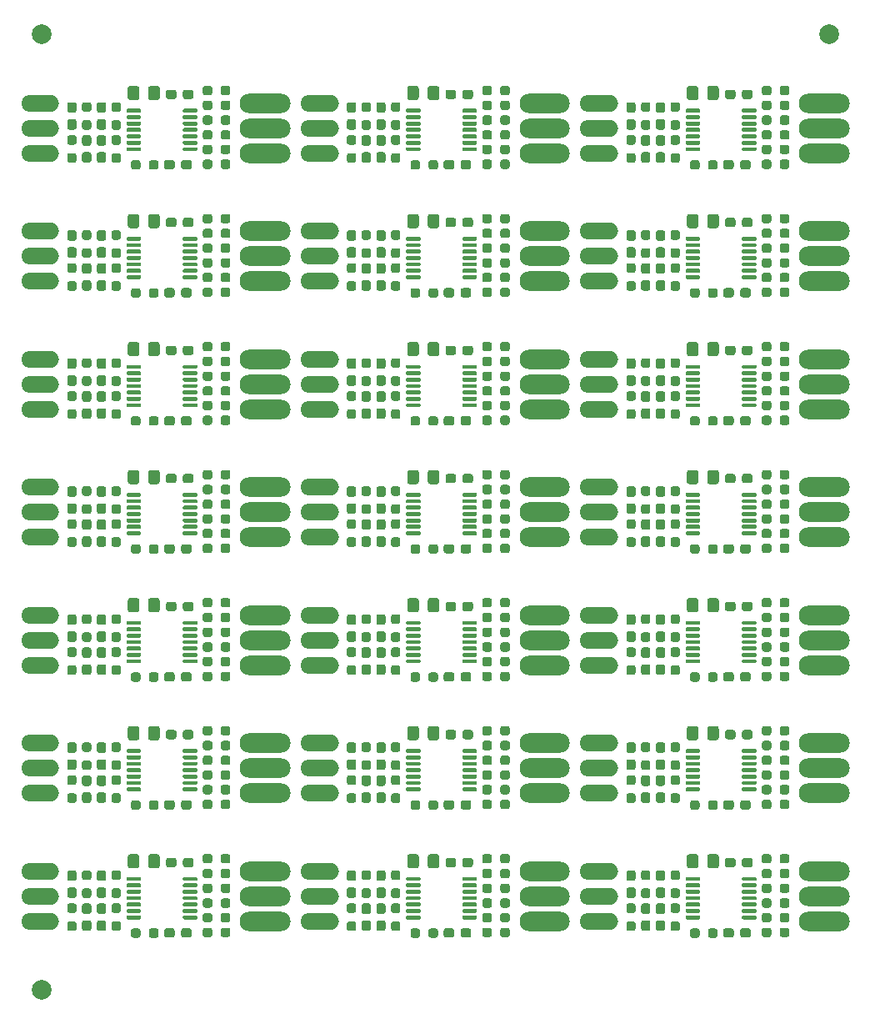
<source format=gbr>
%TF.GenerationSoftware,KiCad,Pcbnew,5.1.9-1.fc32*%
%TF.CreationDate,2021-03-16T17:09:34+05:30*%
%TF.ProjectId,BioAmp-EXG-Panel,42696f41-6d70-42d4-9558-472d50616e65,rev?*%
%TF.SameCoordinates,Original*%
%TF.FileFunction,Soldermask,Top*%
%TF.FilePolarity,Negative*%
%FSLAX46Y46*%
G04 Gerber Fmt 4.6, Leading zero omitted, Abs format (unit mm)*
G04 Created by KiCad (PCBNEW 5.1.9-1.fc32) date 2021-03-16 17:09:34*
%MOMM*%
%LPD*%
G01*
G04 APERTURE LIST*
%ADD10C,2.000000*%
%ADD11O,2.000000X1.700000*%
%ADD12O,4.500000X2.000000*%
%ADD13O,3.500000X2.000000*%
%ADD14O,3.500000X1.700000*%
G04 APERTURE END LIST*
D10*
%TO.C,REF\u002A\u002A*%
X51100011Y-142500031D03*
%TD*%
%TO.C,REF\u002A\u002A*%
X131100010Y-45500032D03*
%TD*%
%TO.C,REF\u002A\u002A*%
X51100011Y-45500032D03*
%TD*%
%TO.C,C2*%
G36*
G01*
X113762515Y-130380055D02*
X114237515Y-130380055D01*
G75*
G02*
X114475015Y-130617555I0J-237500D01*
G01*
X114475015Y-131217555D01*
G75*
G02*
X114237515Y-131455055I-237500J0D01*
G01*
X113762515Y-131455055D01*
G75*
G02*
X113525015Y-131217555I0J237500D01*
G01*
X113525015Y-130617555D01*
G75*
G02*
X113762515Y-130380055I237500J0D01*
G01*
G37*
G36*
G01*
X113762515Y-132105055D02*
X114237515Y-132105055D01*
G75*
G02*
X114475015Y-132342555I0J-237500D01*
G01*
X114475015Y-132942555D01*
G75*
G02*
X114237515Y-133180055I-237500J0D01*
G01*
X113762515Y-133180055D01*
G75*
G02*
X113525015Y-132942555I0J237500D01*
G01*
X113525015Y-132342555D01*
G75*
G02*
X113762515Y-132105055I237500J0D01*
G01*
G37*
%TD*%
%TO.C,C4*%
G36*
G01*
X111237515Y-133180055D02*
X110762515Y-133180055D01*
G75*
G02*
X110525015Y-132942555I0J237500D01*
G01*
X110525015Y-132342555D01*
G75*
G02*
X110762515Y-132105055I237500J0D01*
G01*
X111237515Y-132105055D01*
G75*
G02*
X111475015Y-132342555I0J-237500D01*
G01*
X111475015Y-132942555D01*
G75*
G02*
X111237515Y-133180055I-237500J0D01*
G01*
G37*
G36*
G01*
X111237515Y-131455055D02*
X110762515Y-131455055D01*
G75*
G02*
X110525015Y-131217555I0J237500D01*
G01*
X110525015Y-130617555D01*
G75*
G02*
X110762515Y-130380055I237500J0D01*
G01*
X111237515Y-130380055D01*
G75*
G02*
X111475015Y-130617555I0J-237500D01*
G01*
X111475015Y-131217555D01*
G75*
G02*
X111237515Y-131455055I-237500J0D01*
G01*
G37*
%TD*%
%TO.C,C7*%
G36*
G01*
X123350015Y-129352555D02*
X123350015Y-129827555D01*
G75*
G02*
X123112515Y-130065055I-237500J0D01*
G01*
X122512515Y-130065055D01*
G75*
G02*
X122275015Y-129827555I0J237500D01*
G01*
X122275015Y-129352555D01*
G75*
G02*
X122512515Y-129115055I237500J0D01*
G01*
X123112515Y-129115055D01*
G75*
G02*
X123350015Y-129352555I0J-237500D01*
G01*
G37*
G36*
G01*
X121625015Y-129352555D02*
X121625015Y-129827555D01*
G75*
G02*
X121387515Y-130065055I-237500J0D01*
G01*
X120787515Y-130065055D01*
G75*
G02*
X120550015Y-129827555I0J237500D01*
G01*
X120550015Y-129352555D01*
G75*
G02*
X120787515Y-129115055I237500J0D01*
G01*
X121387515Y-129115055D01*
G75*
G02*
X121625015Y-129352555I0J-237500D01*
G01*
G37*
%TD*%
%TO.C,C9*%
G36*
G01*
X114237515Y-136530055D02*
X113762515Y-136530055D01*
G75*
G02*
X113525015Y-136292555I0J237500D01*
G01*
X113525015Y-135692555D01*
G75*
G02*
X113762515Y-135455055I237500J0D01*
G01*
X114237515Y-135455055D01*
G75*
G02*
X114475015Y-135692555I0J-237500D01*
G01*
X114475015Y-136292555D01*
G75*
G02*
X114237515Y-136530055I-237500J0D01*
G01*
G37*
G36*
G01*
X114237515Y-134805055D02*
X113762515Y-134805055D01*
G75*
G02*
X113525015Y-134567555I0J237500D01*
G01*
X113525015Y-133967555D01*
G75*
G02*
X113762515Y-133730055I237500J0D01*
G01*
X114237515Y-133730055D01*
G75*
G02*
X114475015Y-133967555I0J-237500D01*
G01*
X114475015Y-134567555D01*
G75*
G02*
X114237515Y-134805055I-237500J0D01*
G01*
G37*
%TD*%
D11*
%TO.C,J2*%
X108700015Y-130480055D03*
X108700015Y-133020055D03*
X108700015Y-135560055D03*
%TD*%
D12*
%TO.C,J1*%
X130310015Y-130470055D03*
X130310015Y-133010055D03*
X130310015Y-135550055D03*
%TD*%
%TO.C,R1*%
G36*
G01*
X115262515Y-133730055D02*
X115737515Y-133730055D01*
G75*
G02*
X115975015Y-133967555I0J-237500D01*
G01*
X115975015Y-134467555D01*
G75*
G02*
X115737515Y-134705055I-237500J0D01*
G01*
X115262515Y-134705055D01*
G75*
G02*
X115025015Y-134467555I0J237500D01*
G01*
X115025015Y-133967555D01*
G75*
G02*
X115262515Y-133730055I237500J0D01*
G01*
G37*
G36*
G01*
X115262515Y-135555055D02*
X115737515Y-135555055D01*
G75*
G02*
X115975015Y-135792555I0J-237500D01*
G01*
X115975015Y-136292555D01*
G75*
G02*
X115737515Y-136530055I-237500J0D01*
G01*
X115262515Y-136530055D01*
G75*
G02*
X115025015Y-136292555I0J237500D01*
G01*
X115025015Y-135792555D01*
G75*
G02*
X115262515Y-135555055I237500J0D01*
G01*
G37*
%TD*%
%TO.C,R2*%
G36*
G01*
X124290015Y-135417555D02*
X124290015Y-134942555D01*
G75*
G02*
X124527515Y-134705055I237500J0D01*
G01*
X125027515Y-134705055D01*
G75*
G02*
X125265015Y-134942555I0J-237500D01*
G01*
X125265015Y-135417555D01*
G75*
G02*
X125027515Y-135655055I-237500J0D01*
G01*
X124527515Y-135655055D01*
G75*
G02*
X124290015Y-135417555I0J237500D01*
G01*
G37*
G36*
G01*
X126115015Y-135417555D02*
X126115015Y-134942555D01*
G75*
G02*
X126352515Y-134705055I237500J0D01*
G01*
X126852515Y-134705055D01*
G75*
G02*
X127090015Y-134942555I0J-237500D01*
G01*
X127090015Y-135417555D01*
G75*
G02*
X126852515Y-135655055I-237500J0D01*
G01*
X126352515Y-135655055D01*
G75*
G02*
X126115015Y-135417555I0J237500D01*
G01*
G37*
%TD*%
%TO.C,R3*%
G36*
G01*
X127090015Y-136442555D02*
X127090015Y-136917555D01*
G75*
G02*
X126852515Y-137155055I-237500J0D01*
G01*
X126352515Y-137155055D01*
G75*
G02*
X126115015Y-136917555I0J237500D01*
G01*
X126115015Y-136442555D01*
G75*
G02*
X126352515Y-136205055I237500J0D01*
G01*
X126852515Y-136205055D01*
G75*
G02*
X127090015Y-136442555I0J-237500D01*
G01*
G37*
G36*
G01*
X125265015Y-136442555D02*
X125265015Y-136917555D01*
G75*
G02*
X125027515Y-137155055I-237500J0D01*
G01*
X124527515Y-137155055D01*
G75*
G02*
X124290015Y-136917555I0J237500D01*
G01*
X124290015Y-136442555D01*
G75*
G02*
X124527515Y-136205055I237500J0D01*
G01*
X125027515Y-136205055D01*
G75*
G02*
X125265015Y-136442555I0J-237500D01*
G01*
G37*
%TD*%
%TO.C,R4*%
G36*
G01*
X127100015Y-130462555D02*
X127100015Y-130937555D01*
G75*
G02*
X126862515Y-131175055I-237500J0D01*
G01*
X126362515Y-131175055D01*
G75*
G02*
X126125015Y-130937555I0J237500D01*
G01*
X126125015Y-130462555D01*
G75*
G02*
X126362515Y-130225055I237500J0D01*
G01*
X126862515Y-130225055D01*
G75*
G02*
X127100015Y-130462555I0J-237500D01*
G01*
G37*
G36*
G01*
X125275015Y-130462555D02*
X125275015Y-130937555D01*
G75*
G02*
X125037515Y-131175055I-237500J0D01*
G01*
X124537515Y-131175055D01*
G75*
G02*
X124300015Y-130937555I0J237500D01*
G01*
X124300015Y-130462555D01*
G75*
G02*
X124537515Y-130225055I237500J0D01*
G01*
X125037515Y-130225055D01*
G75*
G02*
X125275015Y-130462555I0J-237500D01*
G01*
G37*
%TD*%
%TO.C,R5*%
G36*
G01*
X127090015Y-128962555D02*
X127090015Y-129437555D01*
G75*
G02*
X126852515Y-129675055I-237500J0D01*
G01*
X126352515Y-129675055D01*
G75*
G02*
X126115015Y-129437555I0J237500D01*
G01*
X126115015Y-128962555D01*
G75*
G02*
X126352515Y-128725055I237500J0D01*
G01*
X126852515Y-128725055D01*
G75*
G02*
X127090015Y-128962555I0J-237500D01*
G01*
G37*
G36*
G01*
X125265015Y-128962555D02*
X125265015Y-129437555D01*
G75*
G02*
X125027515Y-129675055I-237500J0D01*
G01*
X124527515Y-129675055D01*
G75*
G02*
X124290015Y-129437555I0J237500D01*
G01*
X124290015Y-128962555D01*
G75*
G02*
X124527515Y-128725055I237500J0D01*
G01*
X125027515Y-128725055D01*
G75*
G02*
X125265015Y-128962555I0J-237500D01*
G01*
G37*
%TD*%
%TO.C,R7*%
G36*
G01*
X115262515Y-130380055D02*
X115737515Y-130380055D01*
G75*
G02*
X115975015Y-130617555I0J-237500D01*
G01*
X115975015Y-131117555D01*
G75*
G02*
X115737515Y-131355055I-237500J0D01*
G01*
X115262515Y-131355055D01*
G75*
G02*
X115025015Y-131117555I0J237500D01*
G01*
X115025015Y-130617555D01*
G75*
G02*
X115262515Y-130380055I237500J0D01*
G01*
G37*
G36*
G01*
X115262515Y-132205055D02*
X115737515Y-132205055D01*
G75*
G02*
X115975015Y-132442555I0J-237500D01*
G01*
X115975015Y-132942555D01*
G75*
G02*
X115737515Y-133180055I-237500J0D01*
G01*
X115262515Y-133180055D01*
G75*
G02*
X115025015Y-132942555I0J237500D01*
G01*
X115025015Y-132442555D01*
G75*
G02*
X115262515Y-132205055I237500J0D01*
G01*
G37*
%TD*%
%TO.C,R8*%
G36*
G01*
X110762515Y-133730055D02*
X111237515Y-133730055D01*
G75*
G02*
X111475015Y-133967555I0J-237500D01*
G01*
X111475015Y-134467555D01*
G75*
G02*
X111237515Y-134705055I-237500J0D01*
G01*
X110762515Y-134705055D01*
G75*
G02*
X110525015Y-134467555I0J237500D01*
G01*
X110525015Y-133967555D01*
G75*
G02*
X110762515Y-133730055I237500J0D01*
G01*
G37*
G36*
G01*
X110762515Y-135555055D02*
X111237515Y-135555055D01*
G75*
G02*
X111475015Y-135792555I0J-237500D01*
G01*
X111475015Y-136292555D01*
G75*
G02*
X111237515Y-136530055I-237500J0D01*
G01*
X110762515Y-136530055D01*
G75*
G02*
X110525015Y-136292555I0J237500D01*
G01*
X110525015Y-135792555D01*
G75*
G02*
X110762515Y-135555055I237500J0D01*
G01*
G37*
%TD*%
%TO.C,R9*%
G36*
G01*
X112262515Y-130380055D02*
X112737515Y-130380055D01*
G75*
G02*
X112975015Y-130617555I0J-237500D01*
G01*
X112975015Y-131117555D01*
G75*
G02*
X112737515Y-131355055I-237500J0D01*
G01*
X112262515Y-131355055D01*
G75*
G02*
X112025015Y-131117555I0J237500D01*
G01*
X112025015Y-130617555D01*
G75*
G02*
X112262515Y-130380055I237500J0D01*
G01*
G37*
G36*
G01*
X112262515Y-132205055D02*
X112737515Y-132205055D01*
G75*
G02*
X112975015Y-132442555I0J-237500D01*
G01*
X112975015Y-132942555D01*
G75*
G02*
X112737515Y-133180055I-237500J0D01*
G01*
X112262515Y-133180055D01*
G75*
G02*
X112025015Y-132942555I0J237500D01*
G01*
X112025015Y-132442555D01*
G75*
G02*
X112262515Y-132205055I237500J0D01*
G01*
G37*
%TD*%
%TO.C,R6*%
G36*
G01*
X124300015Y-133937555D02*
X124300015Y-133462555D01*
G75*
G02*
X124537515Y-133225055I237500J0D01*
G01*
X125037515Y-133225055D01*
G75*
G02*
X125275015Y-133462555I0J-237500D01*
G01*
X125275015Y-133937555D01*
G75*
G02*
X125037515Y-134175055I-237500J0D01*
G01*
X124537515Y-134175055D01*
G75*
G02*
X124300015Y-133937555I0J237500D01*
G01*
G37*
G36*
G01*
X126125015Y-133937555D02*
X126125015Y-133462555D01*
G75*
G02*
X126362515Y-133225055I237500J0D01*
G01*
X126862515Y-133225055D01*
G75*
G02*
X127100015Y-133462555I0J-237500D01*
G01*
X127100015Y-133937555D01*
G75*
G02*
X126862515Y-134175055I-237500J0D01*
G01*
X126362515Y-134175055D01*
G75*
G02*
X126125015Y-133937555I0J237500D01*
G01*
G37*
%TD*%
%TO.C,R11*%
G36*
G01*
X117000015Y-136987555D02*
X117000015Y-136512555D01*
G75*
G02*
X117237515Y-136275055I237500J0D01*
G01*
X117737515Y-136275055D01*
G75*
G02*
X117975015Y-136512555I0J-237500D01*
G01*
X117975015Y-136987555D01*
G75*
G02*
X117737515Y-137225055I-237500J0D01*
G01*
X117237515Y-137225055D01*
G75*
G02*
X117000015Y-136987555I0J237500D01*
G01*
G37*
G36*
G01*
X118825015Y-136987555D02*
X118825015Y-136512555D01*
G75*
G02*
X119062515Y-136275055I237500J0D01*
G01*
X119562515Y-136275055D01*
G75*
G02*
X119800015Y-136512555I0J-237500D01*
G01*
X119800015Y-136987555D01*
G75*
G02*
X119562515Y-137225055I-237500J0D01*
G01*
X119062515Y-137225055D01*
G75*
G02*
X118825015Y-136987555I0J237500D01*
G01*
G37*
%TD*%
%TO.C,R12*%
G36*
G01*
X124300015Y-132437555D02*
X124300015Y-131962555D01*
G75*
G02*
X124537515Y-131725055I237500J0D01*
G01*
X125037515Y-131725055D01*
G75*
G02*
X125275015Y-131962555I0J-237500D01*
G01*
X125275015Y-132437555D01*
G75*
G02*
X125037515Y-132675055I-237500J0D01*
G01*
X124537515Y-132675055D01*
G75*
G02*
X124300015Y-132437555I0J237500D01*
G01*
G37*
G36*
G01*
X126125015Y-132437555D02*
X126125015Y-131962555D01*
G75*
G02*
X126362515Y-131725055I237500J0D01*
G01*
X126862515Y-131725055D01*
G75*
G02*
X127100015Y-131962555I0J-237500D01*
G01*
X127100015Y-132437555D01*
G75*
G02*
X126862515Y-132675055I-237500J0D01*
G01*
X126362515Y-132675055D01*
G75*
G02*
X126125015Y-132437555I0J237500D01*
G01*
G37*
%TD*%
%TO.C,C8*%
G36*
G01*
X120370015Y-136967555D02*
X120370015Y-136492555D01*
G75*
G02*
X120607515Y-136255055I237500J0D01*
G01*
X121207515Y-136255055D01*
G75*
G02*
X121445015Y-136492555I0J-237500D01*
G01*
X121445015Y-136967555D01*
G75*
G02*
X121207515Y-137205055I-237500J0D01*
G01*
X120607515Y-137205055D01*
G75*
G02*
X120370015Y-136967555I0J237500D01*
G01*
G37*
G36*
G01*
X122095015Y-136967555D02*
X122095015Y-136492555D01*
G75*
G02*
X122332515Y-136255055I237500J0D01*
G01*
X122932515Y-136255055D01*
G75*
G02*
X123170015Y-136492555I0J-237500D01*
G01*
X123170015Y-136967555D01*
G75*
G02*
X122932515Y-137205055I-237500J0D01*
G01*
X122332515Y-137205055D01*
G75*
G02*
X122095015Y-136967555I0J237500D01*
G01*
G37*
%TD*%
%TO.C,C1*%
G36*
G01*
X116675015Y-129925055D02*
X116675015Y-128975055D01*
G75*
G02*
X116925015Y-128725055I250000J0D01*
G01*
X117600015Y-128725055D01*
G75*
G02*
X117850015Y-128975055I0J-250000D01*
G01*
X117850015Y-129925055D01*
G75*
G02*
X117600015Y-130175055I-250000J0D01*
G01*
X116925015Y-130175055D01*
G75*
G02*
X116675015Y-129925055I0J250000D01*
G01*
G37*
G36*
G01*
X118750015Y-129925055D02*
X118750015Y-128975055D01*
G75*
G02*
X119000015Y-128725055I250000J0D01*
G01*
X119675015Y-128725055D01*
G75*
G02*
X119925015Y-128975055I0J-250000D01*
G01*
X119925015Y-129925055D01*
G75*
G02*
X119675015Y-130175055I-250000J0D01*
G01*
X119000015Y-130175055D01*
G75*
G02*
X118750015Y-129925055I0J250000D01*
G01*
G37*
%TD*%
D13*
%TO.C,J1*%
X131460015Y-135550055D03*
X131460015Y-133010055D03*
X131460015Y-130470055D03*
%TD*%
D14*
%TO.C,J2*%
X107550015Y-135560055D03*
X107550015Y-133020055D03*
X107550015Y-130480055D03*
%TD*%
%TO.C,C3*%
G36*
G01*
X112737515Y-136530055D02*
X112262515Y-136530055D01*
G75*
G02*
X112025015Y-136292555I0J237500D01*
G01*
X112025015Y-135692555D01*
G75*
G02*
X112262515Y-135455055I237500J0D01*
G01*
X112737515Y-135455055D01*
G75*
G02*
X112975015Y-135692555I0J-237500D01*
G01*
X112975015Y-136292555D01*
G75*
G02*
X112737515Y-136530055I-237500J0D01*
G01*
G37*
G36*
G01*
X112737515Y-134805055D02*
X112262515Y-134805055D01*
G75*
G02*
X112025015Y-134567555I0J237500D01*
G01*
X112025015Y-133967555D01*
G75*
G02*
X112262515Y-133730055I237500J0D01*
G01*
X112737515Y-133730055D01*
G75*
G02*
X112975015Y-133967555I0J-237500D01*
G01*
X112975015Y-134567555D01*
G75*
G02*
X112737515Y-134805055I-237500J0D01*
G01*
G37*
%TD*%
%TO.C,U1*%
G36*
G01*
X123750015Y-135050055D02*
X123750015Y-135250055D01*
G75*
G02*
X123650015Y-135350055I-100000J0D01*
G01*
X122375015Y-135350055D01*
G75*
G02*
X122275015Y-135250055I0J100000D01*
G01*
X122275015Y-135050055D01*
G75*
G02*
X122375015Y-134950055I100000J0D01*
G01*
X123650015Y-134950055D01*
G75*
G02*
X123750015Y-135050055I0J-100000D01*
G01*
G37*
G36*
G01*
X123750015Y-134400055D02*
X123750015Y-134600055D01*
G75*
G02*
X123650015Y-134700055I-100000J0D01*
G01*
X122375015Y-134700055D01*
G75*
G02*
X122275015Y-134600055I0J100000D01*
G01*
X122275015Y-134400055D01*
G75*
G02*
X122375015Y-134300055I100000J0D01*
G01*
X123650015Y-134300055D01*
G75*
G02*
X123750015Y-134400055I0J-100000D01*
G01*
G37*
G36*
G01*
X123750015Y-133750055D02*
X123750015Y-133950055D01*
G75*
G02*
X123650015Y-134050055I-100000J0D01*
G01*
X122375015Y-134050055D01*
G75*
G02*
X122275015Y-133950055I0J100000D01*
G01*
X122275015Y-133750055D01*
G75*
G02*
X122375015Y-133650055I100000J0D01*
G01*
X123650015Y-133650055D01*
G75*
G02*
X123750015Y-133750055I0J-100000D01*
G01*
G37*
G36*
G01*
X123750015Y-133100055D02*
X123750015Y-133300055D01*
G75*
G02*
X123650015Y-133400055I-100000J0D01*
G01*
X122375015Y-133400055D01*
G75*
G02*
X122275015Y-133300055I0J100000D01*
G01*
X122275015Y-133100055D01*
G75*
G02*
X122375015Y-133000055I100000J0D01*
G01*
X123650015Y-133000055D01*
G75*
G02*
X123750015Y-133100055I0J-100000D01*
G01*
G37*
G36*
G01*
X123750015Y-132450055D02*
X123750015Y-132650055D01*
G75*
G02*
X123650015Y-132750055I-100000J0D01*
G01*
X122375015Y-132750055D01*
G75*
G02*
X122275015Y-132650055I0J100000D01*
G01*
X122275015Y-132450055D01*
G75*
G02*
X122375015Y-132350055I100000J0D01*
G01*
X123650015Y-132350055D01*
G75*
G02*
X123750015Y-132450055I0J-100000D01*
G01*
G37*
G36*
G01*
X123750015Y-131800055D02*
X123750015Y-132000055D01*
G75*
G02*
X123650015Y-132100055I-100000J0D01*
G01*
X122375015Y-132100055D01*
G75*
G02*
X122275015Y-132000055I0J100000D01*
G01*
X122275015Y-131800055D01*
G75*
G02*
X122375015Y-131700055I100000J0D01*
G01*
X123650015Y-131700055D01*
G75*
G02*
X123750015Y-131800055I0J-100000D01*
G01*
G37*
G36*
G01*
X123750015Y-131150055D02*
X123750015Y-131350055D01*
G75*
G02*
X123650015Y-131450055I-100000J0D01*
G01*
X122375015Y-131450055D01*
G75*
G02*
X122275015Y-131350055I0J100000D01*
G01*
X122275015Y-131150055D01*
G75*
G02*
X122375015Y-131050055I100000J0D01*
G01*
X123650015Y-131050055D01*
G75*
G02*
X123750015Y-131150055I0J-100000D01*
G01*
G37*
G36*
G01*
X118025015Y-131150055D02*
X118025015Y-131350055D01*
G75*
G02*
X117925015Y-131450055I-100000J0D01*
G01*
X116650015Y-131450055D01*
G75*
G02*
X116550015Y-131350055I0J100000D01*
G01*
X116550015Y-131150055D01*
G75*
G02*
X116650015Y-131050055I100000J0D01*
G01*
X117925015Y-131050055D01*
G75*
G02*
X118025015Y-131150055I0J-100000D01*
G01*
G37*
G36*
G01*
X118025015Y-131800055D02*
X118025015Y-132000055D01*
G75*
G02*
X117925015Y-132100055I-100000J0D01*
G01*
X116650015Y-132100055D01*
G75*
G02*
X116550015Y-132000055I0J100000D01*
G01*
X116550015Y-131800055D01*
G75*
G02*
X116650015Y-131700055I100000J0D01*
G01*
X117925015Y-131700055D01*
G75*
G02*
X118025015Y-131800055I0J-100000D01*
G01*
G37*
G36*
G01*
X118025015Y-132450055D02*
X118025015Y-132650055D01*
G75*
G02*
X117925015Y-132750055I-100000J0D01*
G01*
X116650015Y-132750055D01*
G75*
G02*
X116550015Y-132650055I0J100000D01*
G01*
X116550015Y-132450055D01*
G75*
G02*
X116650015Y-132350055I100000J0D01*
G01*
X117925015Y-132350055D01*
G75*
G02*
X118025015Y-132450055I0J-100000D01*
G01*
G37*
G36*
G01*
X118025015Y-133100055D02*
X118025015Y-133300055D01*
G75*
G02*
X117925015Y-133400055I-100000J0D01*
G01*
X116650015Y-133400055D01*
G75*
G02*
X116550015Y-133300055I0J100000D01*
G01*
X116550015Y-133100055D01*
G75*
G02*
X116650015Y-133000055I100000J0D01*
G01*
X117925015Y-133000055D01*
G75*
G02*
X118025015Y-133100055I0J-100000D01*
G01*
G37*
G36*
G01*
X118025015Y-133750055D02*
X118025015Y-133950055D01*
G75*
G02*
X117925015Y-134050055I-100000J0D01*
G01*
X116650015Y-134050055D01*
G75*
G02*
X116550015Y-133950055I0J100000D01*
G01*
X116550015Y-133750055D01*
G75*
G02*
X116650015Y-133650055I100000J0D01*
G01*
X117925015Y-133650055D01*
G75*
G02*
X118025015Y-133750055I0J-100000D01*
G01*
G37*
G36*
G01*
X118025015Y-134400055D02*
X118025015Y-134600055D01*
G75*
G02*
X117925015Y-134700055I-100000J0D01*
G01*
X116650015Y-134700055D01*
G75*
G02*
X116550015Y-134600055I0J100000D01*
G01*
X116550015Y-134400055D01*
G75*
G02*
X116650015Y-134300055I100000J0D01*
G01*
X117925015Y-134300055D01*
G75*
G02*
X118025015Y-134400055I0J-100000D01*
G01*
G37*
G36*
G01*
X118025015Y-135050055D02*
X118025015Y-135250055D01*
G75*
G02*
X117925015Y-135350055I-100000J0D01*
G01*
X116650015Y-135350055D01*
G75*
G02*
X116550015Y-135250055I0J100000D01*
G01*
X116550015Y-135050055D01*
G75*
G02*
X116650015Y-134950055I100000J0D01*
G01*
X117925015Y-134950055D01*
G75*
G02*
X118025015Y-135050055I0J-100000D01*
G01*
G37*
%TD*%
%TO.C,C2*%
G36*
G01*
X85362508Y-130380055D02*
X85837508Y-130380055D01*
G75*
G02*
X86075008Y-130617555I0J-237500D01*
G01*
X86075008Y-131217555D01*
G75*
G02*
X85837508Y-131455055I-237500J0D01*
G01*
X85362508Y-131455055D01*
G75*
G02*
X85125008Y-131217555I0J237500D01*
G01*
X85125008Y-130617555D01*
G75*
G02*
X85362508Y-130380055I237500J0D01*
G01*
G37*
G36*
G01*
X85362508Y-132105055D02*
X85837508Y-132105055D01*
G75*
G02*
X86075008Y-132342555I0J-237500D01*
G01*
X86075008Y-132942555D01*
G75*
G02*
X85837508Y-133180055I-237500J0D01*
G01*
X85362508Y-133180055D01*
G75*
G02*
X85125008Y-132942555I0J237500D01*
G01*
X85125008Y-132342555D01*
G75*
G02*
X85362508Y-132105055I237500J0D01*
G01*
G37*
%TD*%
%TO.C,C4*%
G36*
G01*
X82837508Y-133180055D02*
X82362508Y-133180055D01*
G75*
G02*
X82125008Y-132942555I0J237500D01*
G01*
X82125008Y-132342555D01*
G75*
G02*
X82362508Y-132105055I237500J0D01*
G01*
X82837508Y-132105055D01*
G75*
G02*
X83075008Y-132342555I0J-237500D01*
G01*
X83075008Y-132942555D01*
G75*
G02*
X82837508Y-133180055I-237500J0D01*
G01*
G37*
G36*
G01*
X82837508Y-131455055D02*
X82362508Y-131455055D01*
G75*
G02*
X82125008Y-131217555I0J237500D01*
G01*
X82125008Y-130617555D01*
G75*
G02*
X82362508Y-130380055I237500J0D01*
G01*
X82837508Y-130380055D01*
G75*
G02*
X83075008Y-130617555I0J-237500D01*
G01*
X83075008Y-131217555D01*
G75*
G02*
X82837508Y-131455055I-237500J0D01*
G01*
G37*
%TD*%
%TO.C,C7*%
G36*
G01*
X94950008Y-129352555D02*
X94950008Y-129827555D01*
G75*
G02*
X94712508Y-130065055I-237500J0D01*
G01*
X94112508Y-130065055D01*
G75*
G02*
X93875008Y-129827555I0J237500D01*
G01*
X93875008Y-129352555D01*
G75*
G02*
X94112508Y-129115055I237500J0D01*
G01*
X94712508Y-129115055D01*
G75*
G02*
X94950008Y-129352555I0J-237500D01*
G01*
G37*
G36*
G01*
X93225008Y-129352555D02*
X93225008Y-129827555D01*
G75*
G02*
X92987508Y-130065055I-237500J0D01*
G01*
X92387508Y-130065055D01*
G75*
G02*
X92150008Y-129827555I0J237500D01*
G01*
X92150008Y-129352555D01*
G75*
G02*
X92387508Y-129115055I237500J0D01*
G01*
X92987508Y-129115055D01*
G75*
G02*
X93225008Y-129352555I0J-237500D01*
G01*
G37*
%TD*%
%TO.C,C9*%
G36*
G01*
X85837508Y-136530055D02*
X85362508Y-136530055D01*
G75*
G02*
X85125008Y-136292555I0J237500D01*
G01*
X85125008Y-135692555D01*
G75*
G02*
X85362508Y-135455055I237500J0D01*
G01*
X85837508Y-135455055D01*
G75*
G02*
X86075008Y-135692555I0J-237500D01*
G01*
X86075008Y-136292555D01*
G75*
G02*
X85837508Y-136530055I-237500J0D01*
G01*
G37*
G36*
G01*
X85837508Y-134805055D02*
X85362508Y-134805055D01*
G75*
G02*
X85125008Y-134567555I0J237500D01*
G01*
X85125008Y-133967555D01*
G75*
G02*
X85362508Y-133730055I237500J0D01*
G01*
X85837508Y-133730055D01*
G75*
G02*
X86075008Y-133967555I0J-237500D01*
G01*
X86075008Y-134567555D01*
G75*
G02*
X85837508Y-134805055I-237500J0D01*
G01*
G37*
%TD*%
D11*
%TO.C,J2*%
X80300008Y-130480055D03*
X80300008Y-133020055D03*
X80300008Y-135560055D03*
%TD*%
D12*
%TO.C,J1*%
X101910008Y-130470055D03*
X101910008Y-133010055D03*
X101910008Y-135550055D03*
%TD*%
%TO.C,R1*%
G36*
G01*
X86862508Y-133730055D02*
X87337508Y-133730055D01*
G75*
G02*
X87575008Y-133967555I0J-237500D01*
G01*
X87575008Y-134467555D01*
G75*
G02*
X87337508Y-134705055I-237500J0D01*
G01*
X86862508Y-134705055D01*
G75*
G02*
X86625008Y-134467555I0J237500D01*
G01*
X86625008Y-133967555D01*
G75*
G02*
X86862508Y-133730055I237500J0D01*
G01*
G37*
G36*
G01*
X86862508Y-135555055D02*
X87337508Y-135555055D01*
G75*
G02*
X87575008Y-135792555I0J-237500D01*
G01*
X87575008Y-136292555D01*
G75*
G02*
X87337508Y-136530055I-237500J0D01*
G01*
X86862508Y-136530055D01*
G75*
G02*
X86625008Y-136292555I0J237500D01*
G01*
X86625008Y-135792555D01*
G75*
G02*
X86862508Y-135555055I237500J0D01*
G01*
G37*
%TD*%
%TO.C,R2*%
G36*
G01*
X95890008Y-135417555D02*
X95890008Y-134942555D01*
G75*
G02*
X96127508Y-134705055I237500J0D01*
G01*
X96627508Y-134705055D01*
G75*
G02*
X96865008Y-134942555I0J-237500D01*
G01*
X96865008Y-135417555D01*
G75*
G02*
X96627508Y-135655055I-237500J0D01*
G01*
X96127508Y-135655055D01*
G75*
G02*
X95890008Y-135417555I0J237500D01*
G01*
G37*
G36*
G01*
X97715008Y-135417555D02*
X97715008Y-134942555D01*
G75*
G02*
X97952508Y-134705055I237500J0D01*
G01*
X98452508Y-134705055D01*
G75*
G02*
X98690008Y-134942555I0J-237500D01*
G01*
X98690008Y-135417555D01*
G75*
G02*
X98452508Y-135655055I-237500J0D01*
G01*
X97952508Y-135655055D01*
G75*
G02*
X97715008Y-135417555I0J237500D01*
G01*
G37*
%TD*%
%TO.C,R3*%
G36*
G01*
X98690008Y-136442555D02*
X98690008Y-136917555D01*
G75*
G02*
X98452508Y-137155055I-237500J0D01*
G01*
X97952508Y-137155055D01*
G75*
G02*
X97715008Y-136917555I0J237500D01*
G01*
X97715008Y-136442555D01*
G75*
G02*
X97952508Y-136205055I237500J0D01*
G01*
X98452508Y-136205055D01*
G75*
G02*
X98690008Y-136442555I0J-237500D01*
G01*
G37*
G36*
G01*
X96865008Y-136442555D02*
X96865008Y-136917555D01*
G75*
G02*
X96627508Y-137155055I-237500J0D01*
G01*
X96127508Y-137155055D01*
G75*
G02*
X95890008Y-136917555I0J237500D01*
G01*
X95890008Y-136442555D01*
G75*
G02*
X96127508Y-136205055I237500J0D01*
G01*
X96627508Y-136205055D01*
G75*
G02*
X96865008Y-136442555I0J-237500D01*
G01*
G37*
%TD*%
%TO.C,R4*%
G36*
G01*
X98700008Y-130462555D02*
X98700008Y-130937555D01*
G75*
G02*
X98462508Y-131175055I-237500J0D01*
G01*
X97962508Y-131175055D01*
G75*
G02*
X97725008Y-130937555I0J237500D01*
G01*
X97725008Y-130462555D01*
G75*
G02*
X97962508Y-130225055I237500J0D01*
G01*
X98462508Y-130225055D01*
G75*
G02*
X98700008Y-130462555I0J-237500D01*
G01*
G37*
G36*
G01*
X96875008Y-130462555D02*
X96875008Y-130937555D01*
G75*
G02*
X96637508Y-131175055I-237500J0D01*
G01*
X96137508Y-131175055D01*
G75*
G02*
X95900008Y-130937555I0J237500D01*
G01*
X95900008Y-130462555D01*
G75*
G02*
X96137508Y-130225055I237500J0D01*
G01*
X96637508Y-130225055D01*
G75*
G02*
X96875008Y-130462555I0J-237500D01*
G01*
G37*
%TD*%
%TO.C,R5*%
G36*
G01*
X98690008Y-128962555D02*
X98690008Y-129437555D01*
G75*
G02*
X98452508Y-129675055I-237500J0D01*
G01*
X97952508Y-129675055D01*
G75*
G02*
X97715008Y-129437555I0J237500D01*
G01*
X97715008Y-128962555D01*
G75*
G02*
X97952508Y-128725055I237500J0D01*
G01*
X98452508Y-128725055D01*
G75*
G02*
X98690008Y-128962555I0J-237500D01*
G01*
G37*
G36*
G01*
X96865008Y-128962555D02*
X96865008Y-129437555D01*
G75*
G02*
X96627508Y-129675055I-237500J0D01*
G01*
X96127508Y-129675055D01*
G75*
G02*
X95890008Y-129437555I0J237500D01*
G01*
X95890008Y-128962555D01*
G75*
G02*
X96127508Y-128725055I237500J0D01*
G01*
X96627508Y-128725055D01*
G75*
G02*
X96865008Y-128962555I0J-237500D01*
G01*
G37*
%TD*%
%TO.C,R7*%
G36*
G01*
X86862508Y-130380055D02*
X87337508Y-130380055D01*
G75*
G02*
X87575008Y-130617555I0J-237500D01*
G01*
X87575008Y-131117555D01*
G75*
G02*
X87337508Y-131355055I-237500J0D01*
G01*
X86862508Y-131355055D01*
G75*
G02*
X86625008Y-131117555I0J237500D01*
G01*
X86625008Y-130617555D01*
G75*
G02*
X86862508Y-130380055I237500J0D01*
G01*
G37*
G36*
G01*
X86862508Y-132205055D02*
X87337508Y-132205055D01*
G75*
G02*
X87575008Y-132442555I0J-237500D01*
G01*
X87575008Y-132942555D01*
G75*
G02*
X87337508Y-133180055I-237500J0D01*
G01*
X86862508Y-133180055D01*
G75*
G02*
X86625008Y-132942555I0J237500D01*
G01*
X86625008Y-132442555D01*
G75*
G02*
X86862508Y-132205055I237500J0D01*
G01*
G37*
%TD*%
%TO.C,R8*%
G36*
G01*
X82362508Y-133730055D02*
X82837508Y-133730055D01*
G75*
G02*
X83075008Y-133967555I0J-237500D01*
G01*
X83075008Y-134467555D01*
G75*
G02*
X82837508Y-134705055I-237500J0D01*
G01*
X82362508Y-134705055D01*
G75*
G02*
X82125008Y-134467555I0J237500D01*
G01*
X82125008Y-133967555D01*
G75*
G02*
X82362508Y-133730055I237500J0D01*
G01*
G37*
G36*
G01*
X82362508Y-135555055D02*
X82837508Y-135555055D01*
G75*
G02*
X83075008Y-135792555I0J-237500D01*
G01*
X83075008Y-136292555D01*
G75*
G02*
X82837508Y-136530055I-237500J0D01*
G01*
X82362508Y-136530055D01*
G75*
G02*
X82125008Y-136292555I0J237500D01*
G01*
X82125008Y-135792555D01*
G75*
G02*
X82362508Y-135555055I237500J0D01*
G01*
G37*
%TD*%
%TO.C,R9*%
G36*
G01*
X83862508Y-130380055D02*
X84337508Y-130380055D01*
G75*
G02*
X84575008Y-130617555I0J-237500D01*
G01*
X84575008Y-131117555D01*
G75*
G02*
X84337508Y-131355055I-237500J0D01*
G01*
X83862508Y-131355055D01*
G75*
G02*
X83625008Y-131117555I0J237500D01*
G01*
X83625008Y-130617555D01*
G75*
G02*
X83862508Y-130380055I237500J0D01*
G01*
G37*
G36*
G01*
X83862508Y-132205055D02*
X84337508Y-132205055D01*
G75*
G02*
X84575008Y-132442555I0J-237500D01*
G01*
X84575008Y-132942555D01*
G75*
G02*
X84337508Y-133180055I-237500J0D01*
G01*
X83862508Y-133180055D01*
G75*
G02*
X83625008Y-132942555I0J237500D01*
G01*
X83625008Y-132442555D01*
G75*
G02*
X83862508Y-132205055I237500J0D01*
G01*
G37*
%TD*%
%TO.C,R6*%
G36*
G01*
X95900008Y-133937555D02*
X95900008Y-133462555D01*
G75*
G02*
X96137508Y-133225055I237500J0D01*
G01*
X96637508Y-133225055D01*
G75*
G02*
X96875008Y-133462555I0J-237500D01*
G01*
X96875008Y-133937555D01*
G75*
G02*
X96637508Y-134175055I-237500J0D01*
G01*
X96137508Y-134175055D01*
G75*
G02*
X95900008Y-133937555I0J237500D01*
G01*
G37*
G36*
G01*
X97725008Y-133937555D02*
X97725008Y-133462555D01*
G75*
G02*
X97962508Y-133225055I237500J0D01*
G01*
X98462508Y-133225055D01*
G75*
G02*
X98700008Y-133462555I0J-237500D01*
G01*
X98700008Y-133937555D01*
G75*
G02*
X98462508Y-134175055I-237500J0D01*
G01*
X97962508Y-134175055D01*
G75*
G02*
X97725008Y-133937555I0J237500D01*
G01*
G37*
%TD*%
%TO.C,R11*%
G36*
G01*
X88600008Y-136987555D02*
X88600008Y-136512555D01*
G75*
G02*
X88837508Y-136275055I237500J0D01*
G01*
X89337508Y-136275055D01*
G75*
G02*
X89575008Y-136512555I0J-237500D01*
G01*
X89575008Y-136987555D01*
G75*
G02*
X89337508Y-137225055I-237500J0D01*
G01*
X88837508Y-137225055D01*
G75*
G02*
X88600008Y-136987555I0J237500D01*
G01*
G37*
G36*
G01*
X90425008Y-136987555D02*
X90425008Y-136512555D01*
G75*
G02*
X90662508Y-136275055I237500J0D01*
G01*
X91162508Y-136275055D01*
G75*
G02*
X91400008Y-136512555I0J-237500D01*
G01*
X91400008Y-136987555D01*
G75*
G02*
X91162508Y-137225055I-237500J0D01*
G01*
X90662508Y-137225055D01*
G75*
G02*
X90425008Y-136987555I0J237500D01*
G01*
G37*
%TD*%
%TO.C,R12*%
G36*
G01*
X95900008Y-132437555D02*
X95900008Y-131962555D01*
G75*
G02*
X96137508Y-131725055I237500J0D01*
G01*
X96637508Y-131725055D01*
G75*
G02*
X96875008Y-131962555I0J-237500D01*
G01*
X96875008Y-132437555D01*
G75*
G02*
X96637508Y-132675055I-237500J0D01*
G01*
X96137508Y-132675055D01*
G75*
G02*
X95900008Y-132437555I0J237500D01*
G01*
G37*
G36*
G01*
X97725008Y-132437555D02*
X97725008Y-131962555D01*
G75*
G02*
X97962508Y-131725055I237500J0D01*
G01*
X98462508Y-131725055D01*
G75*
G02*
X98700008Y-131962555I0J-237500D01*
G01*
X98700008Y-132437555D01*
G75*
G02*
X98462508Y-132675055I-237500J0D01*
G01*
X97962508Y-132675055D01*
G75*
G02*
X97725008Y-132437555I0J237500D01*
G01*
G37*
%TD*%
%TO.C,C8*%
G36*
G01*
X91970008Y-136967555D02*
X91970008Y-136492555D01*
G75*
G02*
X92207508Y-136255055I237500J0D01*
G01*
X92807508Y-136255055D01*
G75*
G02*
X93045008Y-136492555I0J-237500D01*
G01*
X93045008Y-136967555D01*
G75*
G02*
X92807508Y-137205055I-237500J0D01*
G01*
X92207508Y-137205055D01*
G75*
G02*
X91970008Y-136967555I0J237500D01*
G01*
G37*
G36*
G01*
X93695008Y-136967555D02*
X93695008Y-136492555D01*
G75*
G02*
X93932508Y-136255055I237500J0D01*
G01*
X94532508Y-136255055D01*
G75*
G02*
X94770008Y-136492555I0J-237500D01*
G01*
X94770008Y-136967555D01*
G75*
G02*
X94532508Y-137205055I-237500J0D01*
G01*
X93932508Y-137205055D01*
G75*
G02*
X93695008Y-136967555I0J237500D01*
G01*
G37*
%TD*%
%TO.C,C1*%
G36*
G01*
X88275008Y-129925055D02*
X88275008Y-128975055D01*
G75*
G02*
X88525008Y-128725055I250000J0D01*
G01*
X89200008Y-128725055D01*
G75*
G02*
X89450008Y-128975055I0J-250000D01*
G01*
X89450008Y-129925055D01*
G75*
G02*
X89200008Y-130175055I-250000J0D01*
G01*
X88525008Y-130175055D01*
G75*
G02*
X88275008Y-129925055I0J250000D01*
G01*
G37*
G36*
G01*
X90350008Y-129925055D02*
X90350008Y-128975055D01*
G75*
G02*
X90600008Y-128725055I250000J0D01*
G01*
X91275008Y-128725055D01*
G75*
G02*
X91525008Y-128975055I0J-250000D01*
G01*
X91525008Y-129925055D01*
G75*
G02*
X91275008Y-130175055I-250000J0D01*
G01*
X90600008Y-130175055D01*
G75*
G02*
X90350008Y-129925055I0J250000D01*
G01*
G37*
%TD*%
D13*
%TO.C,J1*%
X103060008Y-135550055D03*
X103060008Y-133010055D03*
X103060008Y-130470055D03*
%TD*%
D14*
%TO.C,J2*%
X79150008Y-135560055D03*
X79150008Y-133020055D03*
X79150008Y-130480055D03*
%TD*%
%TO.C,C3*%
G36*
G01*
X84337508Y-136530055D02*
X83862508Y-136530055D01*
G75*
G02*
X83625008Y-136292555I0J237500D01*
G01*
X83625008Y-135692555D01*
G75*
G02*
X83862508Y-135455055I237500J0D01*
G01*
X84337508Y-135455055D01*
G75*
G02*
X84575008Y-135692555I0J-237500D01*
G01*
X84575008Y-136292555D01*
G75*
G02*
X84337508Y-136530055I-237500J0D01*
G01*
G37*
G36*
G01*
X84337508Y-134805055D02*
X83862508Y-134805055D01*
G75*
G02*
X83625008Y-134567555I0J237500D01*
G01*
X83625008Y-133967555D01*
G75*
G02*
X83862508Y-133730055I237500J0D01*
G01*
X84337508Y-133730055D01*
G75*
G02*
X84575008Y-133967555I0J-237500D01*
G01*
X84575008Y-134567555D01*
G75*
G02*
X84337508Y-134805055I-237500J0D01*
G01*
G37*
%TD*%
%TO.C,U1*%
G36*
G01*
X95350008Y-135050055D02*
X95350008Y-135250055D01*
G75*
G02*
X95250008Y-135350055I-100000J0D01*
G01*
X93975008Y-135350055D01*
G75*
G02*
X93875008Y-135250055I0J100000D01*
G01*
X93875008Y-135050055D01*
G75*
G02*
X93975008Y-134950055I100000J0D01*
G01*
X95250008Y-134950055D01*
G75*
G02*
X95350008Y-135050055I0J-100000D01*
G01*
G37*
G36*
G01*
X95350008Y-134400055D02*
X95350008Y-134600055D01*
G75*
G02*
X95250008Y-134700055I-100000J0D01*
G01*
X93975008Y-134700055D01*
G75*
G02*
X93875008Y-134600055I0J100000D01*
G01*
X93875008Y-134400055D01*
G75*
G02*
X93975008Y-134300055I100000J0D01*
G01*
X95250008Y-134300055D01*
G75*
G02*
X95350008Y-134400055I0J-100000D01*
G01*
G37*
G36*
G01*
X95350008Y-133750055D02*
X95350008Y-133950055D01*
G75*
G02*
X95250008Y-134050055I-100000J0D01*
G01*
X93975008Y-134050055D01*
G75*
G02*
X93875008Y-133950055I0J100000D01*
G01*
X93875008Y-133750055D01*
G75*
G02*
X93975008Y-133650055I100000J0D01*
G01*
X95250008Y-133650055D01*
G75*
G02*
X95350008Y-133750055I0J-100000D01*
G01*
G37*
G36*
G01*
X95350008Y-133100055D02*
X95350008Y-133300055D01*
G75*
G02*
X95250008Y-133400055I-100000J0D01*
G01*
X93975008Y-133400055D01*
G75*
G02*
X93875008Y-133300055I0J100000D01*
G01*
X93875008Y-133100055D01*
G75*
G02*
X93975008Y-133000055I100000J0D01*
G01*
X95250008Y-133000055D01*
G75*
G02*
X95350008Y-133100055I0J-100000D01*
G01*
G37*
G36*
G01*
X95350008Y-132450055D02*
X95350008Y-132650055D01*
G75*
G02*
X95250008Y-132750055I-100000J0D01*
G01*
X93975008Y-132750055D01*
G75*
G02*
X93875008Y-132650055I0J100000D01*
G01*
X93875008Y-132450055D01*
G75*
G02*
X93975008Y-132350055I100000J0D01*
G01*
X95250008Y-132350055D01*
G75*
G02*
X95350008Y-132450055I0J-100000D01*
G01*
G37*
G36*
G01*
X95350008Y-131800055D02*
X95350008Y-132000055D01*
G75*
G02*
X95250008Y-132100055I-100000J0D01*
G01*
X93975008Y-132100055D01*
G75*
G02*
X93875008Y-132000055I0J100000D01*
G01*
X93875008Y-131800055D01*
G75*
G02*
X93975008Y-131700055I100000J0D01*
G01*
X95250008Y-131700055D01*
G75*
G02*
X95350008Y-131800055I0J-100000D01*
G01*
G37*
G36*
G01*
X95350008Y-131150055D02*
X95350008Y-131350055D01*
G75*
G02*
X95250008Y-131450055I-100000J0D01*
G01*
X93975008Y-131450055D01*
G75*
G02*
X93875008Y-131350055I0J100000D01*
G01*
X93875008Y-131150055D01*
G75*
G02*
X93975008Y-131050055I100000J0D01*
G01*
X95250008Y-131050055D01*
G75*
G02*
X95350008Y-131150055I0J-100000D01*
G01*
G37*
G36*
G01*
X89625008Y-131150055D02*
X89625008Y-131350055D01*
G75*
G02*
X89525008Y-131450055I-100000J0D01*
G01*
X88250008Y-131450055D01*
G75*
G02*
X88150008Y-131350055I0J100000D01*
G01*
X88150008Y-131150055D01*
G75*
G02*
X88250008Y-131050055I100000J0D01*
G01*
X89525008Y-131050055D01*
G75*
G02*
X89625008Y-131150055I0J-100000D01*
G01*
G37*
G36*
G01*
X89625008Y-131800055D02*
X89625008Y-132000055D01*
G75*
G02*
X89525008Y-132100055I-100000J0D01*
G01*
X88250008Y-132100055D01*
G75*
G02*
X88150008Y-132000055I0J100000D01*
G01*
X88150008Y-131800055D01*
G75*
G02*
X88250008Y-131700055I100000J0D01*
G01*
X89525008Y-131700055D01*
G75*
G02*
X89625008Y-131800055I0J-100000D01*
G01*
G37*
G36*
G01*
X89625008Y-132450055D02*
X89625008Y-132650055D01*
G75*
G02*
X89525008Y-132750055I-100000J0D01*
G01*
X88250008Y-132750055D01*
G75*
G02*
X88150008Y-132650055I0J100000D01*
G01*
X88150008Y-132450055D01*
G75*
G02*
X88250008Y-132350055I100000J0D01*
G01*
X89525008Y-132350055D01*
G75*
G02*
X89625008Y-132450055I0J-100000D01*
G01*
G37*
G36*
G01*
X89625008Y-133100055D02*
X89625008Y-133300055D01*
G75*
G02*
X89525008Y-133400055I-100000J0D01*
G01*
X88250008Y-133400055D01*
G75*
G02*
X88150008Y-133300055I0J100000D01*
G01*
X88150008Y-133100055D01*
G75*
G02*
X88250008Y-133000055I100000J0D01*
G01*
X89525008Y-133000055D01*
G75*
G02*
X89625008Y-133100055I0J-100000D01*
G01*
G37*
G36*
G01*
X89625008Y-133750055D02*
X89625008Y-133950055D01*
G75*
G02*
X89525008Y-134050055I-100000J0D01*
G01*
X88250008Y-134050055D01*
G75*
G02*
X88150008Y-133950055I0J100000D01*
G01*
X88150008Y-133750055D01*
G75*
G02*
X88250008Y-133650055I100000J0D01*
G01*
X89525008Y-133650055D01*
G75*
G02*
X89625008Y-133750055I0J-100000D01*
G01*
G37*
G36*
G01*
X89625008Y-134400055D02*
X89625008Y-134600055D01*
G75*
G02*
X89525008Y-134700055I-100000J0D01*
G01*
X88250008Y-134700055D01*
G75*
G02*
X88150008Y-134600055I0J100000D01*
G01*
X88150008Y-134400055D01*
G75*
G02*
X88250008Y-134300055I100000J0D01*
G01*
X89525008Y-134300055D01*
G75*
G02*
X89625008Y-134400055I0J-100000D01*
G01*
G37*
G36*
G01*
X89625008Y-135050055D02*
X89625008Y-135250055D01*
G75*
G02*
X89525008Y-135350055I-100000J0D01*
G01*
X88250008Y-135350055D01*
G75*
G02*
X88150008Y-135250055I0J100000D01*
G01*
X88150008Y-135050055D01*
G75*
G02*
X88250008Y-134950055I100000J0D01*
G01*
X89525008Y-134950055D01*
G75*
G02*
X89625008Y-135050055I0J-100000D01*
G01*
G37*
%TD*%
%TO.C,C2*%
G36*
G01*
X56962501Y-130380055D02*
X57437501Y-130380055D01*
G75*
G02*
X57675001Y-130617555I0J-237500D01*
G01*
X57675001Y-131217555D01*
G75*
G02*
X57437501Y-131455055I-237500J0D01*
G01*
X56962501Y-131455055D01*
G75*
G02*
X56725001Y-131217555I0J237500D01*
G01*
X56725001Y-130617555D01*
G75*
G02*
X56962501Y-130380055I237500J0D01*
G01*
G37*
G36*
G01*
X56962501Y-132105055D02*
X57437501Y-132105055D01*
G75*
G02*
X57675001Y-132342555I0J-237500D01*
G01*
X57675001Y-132942555D01*
G75*
G02*
X57437501Y-133180055I-237500J0D01*
G01*
X56962501Y-133180055D01*
G75*
G02*
X56725001Y-132942555I0J237500D01*
G01*
X56725001Y-132342555D01*
G75*
G02*
X56962501Y-132105055I237500J0D01*
G01*
G37*
%TD*%
%TO.C,C4*%
G36*
G01*
X54437501Y-133180055D02*
X53962501Y-133180055D01*
G75*
G02*
X53725001Y-132942555I0J237500D01*
G01*
X53725001Y-132342555D01*
G75*
G02*
X53962501Y-132105055I237500J0D01*
G01*
X54437501Y-132105055D01*
G75*
G02*
X54675001Y-132342555I0J-237500D01*
G01*
X54675001Y-132942555D01*
G75*
G02*
X54437501Y-133180055I-237500J0D01*
G01*
G37*
G36*
G01*
X54437501Y-131455055D02*
X53962501Y-131455055D01*
G75*
G02*
X53725001Y-131217555I0J237500D01*
G01*
X53725001Y-130617555D01*
G75*
G02*
X53962501Y-130380055I237500J0D01*
G01*
X54437501Y-130380055D01*
G75*
G02*
X54675001Y-130617555I0J-237500D01*
G01*
X54675001Y-131217555D01*
G75*
G02*
X54437501Y-131455055I-237500J0D01*
G01*
G37*
%TD*%
%TO.C,C7*%
G36*
G01*
X66550001Y-129352555D02*
X66550001Y-129827555D01*
G75*
G02*
X66312501Y-130065055I-237500J0D01*
G01*
X65712501Y-130065055D01*
G75*
G02*
X65475001Y-129827555I0J237500D01*
G01*
X65475001Y-129352555D01*
G75*
G02*
X65712501Y-129115055I237500J0D01*
G01*
X66312501Y-129115055D01*
G75*
G02*
X66550001Y-129352555I0J-237500D01*
G01*
G37*
G36*
G01*
X64825001Y-129352555D02*
X64825001Y-129827555D01*
G75*
G02*
X64587501Y-130065055I-237500J0D01*
G01*
X63987501Y-130065055D01*
G75*
G02*
X63750001Y-129827555I0J237500D01*
G01*
X63750001Y-129352555D01*
G75*
G02*
X63987501Y-129115055I237500J0D01*
G01*
X64587501Y-129115055D01*
G75*
G02*
X64825001Y-129352555I0J-237500D01*
G01*
G37*
%TD*%
%TO.C,C9*%
G36*
G01*
X57437501Y-136530055D02*
X56962501Y-136530055D01*
G75*
G02*
X56725001Y-136292555I0J237500D01*
G01*
X56725001Y-135692555D01*
G75*
G02*
X56962501Y-135455055I237500J0D01*
G01*
X57437501Y-135455055D01*
G75*
G02*
X57675001Y-135692555I0J-237500D01*
G01*
X57675001Y-136292555D01*
G75*
G02*
X57437501Y-136530055I-237500J0D01*
G01*
G37*
G36*
G01*
X57437501Y-134805055D02*
X56962501Y-134805055D01*
G75*
G02*
X56725001Y-134567555I0J237500D01*
G01*
X56725001Y-133967555D01*
G75*
G02*
X56962501Y-133730055I237500J0D01*
G01*
X57437501Y-133730055D01*
G75*
G02*
X57675001Y-133967555I0J-237500D01*
G01*
X57675001Y-134567555D01*
G75*
G02*
X57437501Y-134805055I-237500J0D01*
G01*
G37*
%TD*%
D11*
%TO.C,J2*%
X51900001Y-130480055D03*
X51900001Y-133020055D03*
X51900001Y-135560055D03*
%TD*%
D12*
%TO.C,J1*%
X73510001Y-130470055D03*
X73510001Y-133010055D03*
X73510001Y-135550055D03*
%TD*%
%TO.C,R1*%
G36*
G01*
X58462501Y-133730055D02*
X58937501Y-133730055D01*
G75*
G02*
X59175001Y-133967555I0J-237500D01*
G01*
X59175001Y-134467555D01*
G75*
G02*
X58937501Y-134705055I-237500J0D01*
G01*
X58462501Y-134705055D01*
G75*
G02*
X58225001Y-134467555I0J237500D01*
G01*
X58225001Y-133967555D01*
G75*
G02*
X58462501Y-133730055I237500J0D01*
G01*
G37*
G36*
G01*
X58462501Y-135555055D02*
X58937501Y-135555055D01*
G75*
G02*
X59175001Y-135792555I0J-237500D01*
G01*
X59175001Y-136292555D01*
G75*
G02*
X58937501Y-136530055I-237500J0D01*
G01*
X58462501Y-136530055D01*
G75*
G02*
X58225001Y-136292555I0J237500D01*
G01*
X58225001Y-135792555D01*
G75*
G02*
X58462501Y-135555055I237500J0D01*
G01*
G37*
%TD*%
%TO.C,R2*%
G36*
G01*
X67490001Y-135417555D02*
X67490001Y-134942555D01*
G75*
G02*
X67727501Y-134705055I237500J0D01*
G01*
X68227501Y-134705055D01*
G75*
G02*
X68465001Y-134942555I0J-237500D01*
G01*
X68465001Y-135417555D01*
G75*
G02*
X68227501Y-135655055I-237500J0D01*
G01*
X67727501Y-135655055D01*
G75*
G02*
X67490001Y-135417555I0J237500D01*
G01*
G37*
G36*
G01*
X69315001Y-135417555D02*
X69315001Y-134942555D01*
G75*
G02*
X69552501Y-134705055I237500J0D01*
G01*
X70052501Y-134705055D01*
G75*
G02*
X70290001Y-134942555I0J-237500D01*
G01*
X70290001Y-135417555D01*
G75*
G02*
X70052501Y-135655055I-237500J0D01*
G01*
X69552501Y-135655055D01*
G75*
G02*
X69315001Y-135417555I0J237500D01*
G01*
G37*
%TD*%
%TO.C,R3*%
G36*
G01*
X70290001Y-136442555D02*
X70290001Y-136917555D01*
G75*
G02*
X70052501Y-137155055I-237500J0D01*
G01*
X69552501Y-137155055D01*
G75*
G02*
X69315001Y-136917555I0J237500D01*
G01*
X69315001Y-136442555D01*
G75*
G02*
X69552501Y-136205055I237500J0D01*
G01*
X70052501Y-136205055D01*
G75*
G02*
X70290001Y-136442555I0J-237500D01*
G01*
G37*
G36*
G01*
X68465001Y-136442555D02*
X68465001Y-136917555D01*
G75*
G02*
X68227501Y-137155055I-237500J0D01*
G01*
X67727501Y-137155055D01*
G75*
G02*
X67490001Y-136917555I0J237500D01*
G01*
X67490001Y-136442555D01*
G75*
G02*
X67727501Y-136205055I237500J0D01*
G01*
X68227501Y-136205055D01*
G75*
G02*
X68465001Y-136442555I0J-237500D01*
G01*
G37*
%TD*%
%TO.C,R4*%
G36*
G01*
X70300001Y-130462555D02*
X70300001Y-130937555D01*
G75*
G02*
X70062501Y-131175055I-237500J0D01*
G01*
X69562501Y-131175055D01*
G75*
G02*
X69325001Y-130937555I0J237500D01*
G01*
X69325001Y-130462555D01*
G75*
G02*
X69562501Y-130225055I237500J0D01*
G01*
X70062501Y-130225055D01*
G75*
G02*
X70300001Y-130462555I0J-237500D01*
G01*
G37*
G36*
G01*
X68475001Y-130462555D02*
X68475001Y-130937555D01*
G75*
G02*
X68237501Y-131175055I-237500J0D01*
G01*
X67737501Y-131175055D01*
G75*
G02*
X67500001Y-130937555I0J237500D01*
G01*
X67500001Y-130462555D01*
G75*
G02*
X67737501Y-130225055I237500J0D01*
G01*
X68237501Y-130225055D01*
G75*
G02*
X68475001Y-130462555I0J-237500D01*
G01*
G37*
%TD*%
%TO.C,R5*%
G36*
G01*
X70290001Y-128962555D02*
X70290001Y-129437555D01*
G75*
G02*
X70052501Y-129675055I-237500J0D01*
G01*
X69552501Y-129675055D01*
G75*
G02*
X69315001Y-129437555I0J237500D01*
G01*
X69315001Y-128962555D01*
G75*
G02*
X69552501Y-128725055I237500J0D01*
G01*
X70052501Y-128725055D01*
G75*
G02*
X70290001Y-128962555I0J-237500D01*
G01*
G37*
G36*
G01*
X68465001Y-128962555D02*
X68465001Y-129437555D01*
G75*
G02*
X68227501Y-129675055I-237500J0D01*
G01*
X67727501Y-129675055D01*
G75*
G02*
X67490001Y-129437555I0J237500D01*
G01*
X67490001Y-128962555D01*
G75*
G02*
X67727501Y-128725055I237500J0D01*
G01*
X68227501Y-128725055D01*
G75*
G02*
X68465001Y-128962555I0J-237500D01*
G01*
G37*
%TD*%
%TO.C,R7*%
G36*
G01*
X58462501Y-130380055D02*
X58937501Y-130380055D01*
G75*
G02*
X59175001Y-130617555I0J-237500D01*
G01*
X59175001Y-131117555D01*
G75*
G02*
X58937501Y-131355055I-237500J0D01*
G01*
X58462501Y-131355055D01*
G75*
G02*
X58225001Y-131117555I0J237500D01*
G01*
X58225001Y-130617555D01*
G75*
G02*
X58462501Y-130380055I237500J0D01*
G01*
G37*
G36*
G01*
X58462501Y-132205055D02*
X58937501Y-132205055D01*
G75*
G02*
X59175001Y-132442555I0J-237500D01*
G01*
X59175001Y-132942555D01*
G75*
G02*
X58937501Y-133180055I-237500J0D01*
G01*
X58462501Y-133180055D01*
G75*
G02*
X58225001Y-132942555I0J237500D01*
G01*
X58225001Y-132442555D01*
G75*
G02*
X58462501Y-132205055I237500J0D01*
G01*
G37*
%TD*%
%TO.C,R8*%
G36*
G01*
X53962501Y-133730055D02*
X54437501Y-133730055D01*
G75*
G02*
X54675001Y-133967555I0J-237500D01*
G01*
X54675001Y-134467555D01*
G75*
G02*
X54437501Y-134705055I-237500J0D01*
G01*
X53962501Y-134705055D01*
G75*
G02*
X53725001Y-134467555I0J237500D01*
G01*
X53725001Y-133967555D01*
G75*
G02*
X53962501Y-133730055I237500J0D01*
G01*
G37*
G36*
G01*
X53962501Y-135555055D02*
X54437501Y-135555055D01*
G75*
G02*
X54675001Y-135792555I0J-237500D01*
G01*
X54675001Y-136292555D01*
G75*
G02*
X54437501Y-136530055I-237500J0D01*
G01*
X53962501Y-136530055D01*
G75*
G02*
X53725001Y-136292555I0J237500D01*
G01*
X53725001Y-135792555D01*
G75*
G02*
X53962501Y-135555055I237500J0D01*
G01*
G37*
%TD*%
%TO.C,R9*%
G36*
G01*
X55462501Y-130380055D02*
X55937501Y-130380055D01*
G75*
G02*
X56175001Y-130617555I0J-237500D01*
G01*
X56175001Y-131117555D01*
G75*
G02*
X55937501Y-131355055I-237500J0D01*
G01*
X55462501Y-131355055D01*
G75*
G02*
X55225001Y-131117555I0J237500D01*
G01*
X55225001Y-130617555D01*
G75*
G02*
X55462501Y-130380055I237500J0D01*
G01*
G37*
G36*
G01*
X55462501Y-132205055D02*
X55937501Y-132205055D01*
G75*
G02*
X56175001Y-132442555I0J-237500D01*
G01*
X56175001Y-132942555D01*
G75*
G02*
X55937501Y-133180055I-237500J0D01*
G01*
X55462501Y-133180055D01*
G75*
G02*
X55225001Y-132942555I0J237500D01*
G01*
X55225001Y-132442555D01*
G75*
G02*
X55462501Y-132205055I237500J0D01*
G01*
G37*
%TD*%
%TO.C,R6*%
G36*
G01*
X67500001Y-133937555D02*
X67500001Y-133462555D01*
G75*
G02*
X67737501Y-133225055I237500J0D01*
G01*
X68237501Y-133225055D01*
G75*
G02*
X68475001Y-133462555I0J-237500D01*
G01*
X68475001Y-133937555D01*
G75*
G02*
X68237501Y-134175055I-237500J0D01*
G01*
X67737501Y-134175055D01*
G75*
G02*
X67500001Y-133937555I0J237500D01*
G01*
G37*
G36*
G01*
X69325001Y-133937555D02*
X69325001Y-133462555D01*
G75*
G02*
X69562501Y-133225055I237500J0D01*
G01*
X70062501Y-133225055D01*
G75*
G02*
X70300001Y-133462555I0J-237500D01*
G01*
X70300001Y-133937555D01*
G75*
G02*
X70062501Y-134175055I-237500J0D01*
G01*
X69562501Y-134175055D01*
G75*
G02*
X69325001Y-133937555I0J237500D01*
G01*
G37*
%TD*%
%TO.C,R11*%
G36*
G01*
X60200001Y-136987555D02*
X60200001Y-136512555D01*
G75*
G02*
X60437501Y-136275055I237500J0D01*
G01*
X60937501Y-136275055D01*
G75*
G02*
X61175001Y-136512555I0J-237500D01*
G01*
X61175001Y-136987555D01*
G75*
G02*
X60937501Y-137225055I-237500J0D01*
G01*
X60437501Y-137225055D01*
G75*
G02*
X60200001Y-136987555I0J237500D01*
G01*
G37*
G36*
G01*
X62025001Y-136987555D02*
X62025001Y-136512555D01*
G75*
G02*
X62262501Y-136275055I237500J0D01*
G01*
X62762501Y-136275055D01*
G75*
G02*
X63000001Y-136512555I0J-237500D01*
G01*
X63000001Y-136987555D01*
G75*
G02*
X62762501Y-137225055I-237500J0D01*
G01*
X62262501Y-137225055D01*
G75*
G02*
X62025001Y-136987555I0J237500D01*
G01*
G37*
%TD*%
%TO.C,R12*%
G36*
G01*
X67500001Y-132437555D02*
X67500001Y-131962555D01*
G75*
G02*
X67737501Y-131725055I237500J0D01*
G01*
X68237501Y-131725055D01*
G75*
G02*
X68475001Y-131962555I0J-237500D01*
G01*
X68475001Y-132437555D01*
G75*
G02*
X68237501Y-132675055I-237500J0D01*
G01*
X67737501Y-132675055D01*
G75*
G02*
X67500001Y-132437555I0J237500D01*
G01*
G37*
G36*
G01*
X69325001Y-132437555D02*
X69325001Y-131962555D01*
G75*
G02*
X69562501Y-131725055I237500J0D01*
G01*
X70062501Y-131725055D01*
G75*
G02*
X70300001Y-131962555I0J-237500D01*
G01*
X70300001Y-132437555D01*
G75*
G02*
X70062501Y-132675055I-237500J0D01*
G01*
X69562501Y-132675055D01*
G75*
G02*
X69325001Y-132437555I0J237500D01*
G01*
G37*
%TD*%
%TO.C,C8*%
G36*
G01*
X63570001Y-136967555D02*
X63570001Y-136492555D01*
G75*
G02*
X63807501Y-136255055I237500J0D01*
G01*
X64407501Y-136255055D01*
G75*
G02*
X64645001Y-136492555I0J-237500D01*
G01*
X64645001Y-136967555D01*
G75*
G02*
X64407501Y-137205055I-237500J0D01*
G01*
X63807501Y-137205055D01*
G75*
G02*
X63570001Y-136967555I0J237500D01*
G01*
G37*
G36*
G01*
X65295001Y-136967555D02*
X65295001Y-136492555D01*
G75*
G02*
X65532501Y-136255055I237500J0D01*
G01*
X66132501Y-136255055D01*
G75*
G02*
X66370001Y-136492555I0J-237500D01*
G01*
X66370001Y-136967555D01*
G75*
G02*
X66132501Y-137205055I-237500J0D01*
G01*
X65532501Y-137205055D01*
G75*
G02*
X65295001Y-136967555I0J237500D01*
G01*
G37*
%TD*%
%TO.C,C1*%
G36*
G01*
X59875001Y-129925055D02*
X59875001Y-128975055D01*
G75*
G02*
X60125001Y-128725055I250000J0D01*
G01*
X60800001Y-128725055D01*
G75*
G02*
X61050001Y-128975055I0J-250000D01*
G01*
X61050001Y-129925055D01*
G75*
G02*
X60800001Y-130175055I-250000J0D01*
G01*
X60125001Y-130175055D01*
G75*
G02*
X59875001Y-129925055I0J250000D01*
G01*
G37*
G36*
G01*
X61950001Y-129925055D02*
X61950001Y-128975055D01*
G75*
G02*
X62200001Y-128725055I250000J0D01*
G01*
X62875001Y-128725055D01*
G75*
G02*
X63125001Y-128975055I0J-250000D01*
G01*
X63125001Y-129925055D01*
G75*
G02*
X62875001Y-130175055I-250000J0D01*
G01*
X62200001Y-130175055D01*
G75*
G02*
X61950001Y-129925055I0J250000D01*
G01*
G37*
%TD*%
D13*
%TO.C,J1*%
X74660001Y-135550055D03*
X74660001Y-133010055D03*
X74660001Y-130470055D03*
%TD*%
D14*
%TO.C,J2*%
X50750001Y-135560055D03*
X50750001Y-133020055D03*
X50750001Y-130480055D03*
%TD*%
%TO.C,C3*%
G36*
G01*
X55937501Y-136530055D02*
X55462501Y-136530055D01*
G75*
G02*
X55225001Y-136292555I0J237500D01*
G01*
X55225001Y-135692555D01*
G75*
G02*
X55462501Y-135455055I237500J0D01*
G01*
X55937501Y-135455055D01*
G75*
G02*
X56175001Y-135692555I0J-237500D01*
G01*
X56175001Y-136292555D01*
G75*
G02*
X55937501Y-136530055I-237500J0D01*
G01*
G37*
G36*
G01*
X55937501Y-134805055D02*
X55462501Y-134805055D01*
G75*
G02*
X55225001Y-134567555I0J237500D01*
G01*
X55225001Y-133967555D01*
G75*
G02*
X55462501Y-133730055I237500J0D01*
G01*
X55937501Y-133730055D01*
G75*
G02*
X56175001Y-133967555I0J-237500D01*
G01*
X56175001Y-134567555D01*
G75*
G02*
X55937501Y-134805055I-237500J0D01*
G01*
G37*
%TD*%
%TO.C,U1*%
G36*
G01*
X66950001Y-135050055D02*
X66950001Y-135250055D01*
G75*
G02*
X66850001Y-135350055I-100000J0D01*
G01*
X65575001Y-135350055D01*
G75*
G02*
X65475001Y-135250055I0J100000D01*
G01*
X65475001Y-135050055D01*
G75*
G02*
X65575001Y-134950055I100000J0D01*
G01*
X66850001Y-134950055D01*
G75*
G02*
X66950001Y-135050055I0J-100000D01*
G01*
G37*
G36*
G01*
X66950001Y-134400055D02*
X66950001Y-134600055D01*
G75*
G02*
X66850001Y-134700055I-100000J0D01*
G01*
X65575001Y-134700055D01*
G75*
G02*
X65475001Y-134600055I0J100000D01*
G01*
X65475001Y-134400055D01*
G75*
G02*
X65575001Y-134300055I100000J0D01*
G01*
X66850001Y-134300055D01*
G75*
G02*
X66950001Y-134400055I0J-100000D01*
G01*
G37*
G36*
G01*
X66950001Y-133750055D02*
X66950001Y-133950055D01*
G75*
G02*
X66850001Y-134050055I-100000J0D01*
G01*
X65575001Y-134050055D01*
G75*
G02*
X65475001Y-133950055I0J100000D01*
G01*
X65475001Y-133750055D01*
G75*
G02*
X65575001Y-133650055I100000J0D01*
G01*
X66850001Y-133650055D01*
G75*
G02*
X66950001Y-133750055I0J-100000D01*
G01*
G37*
G36*
G01*
X66950001Y-133100055D02*
X66950001Y-133300055D01*
G75*
G02*
X66850001Y-133400055I-100000J0D01*
G01*
X65575001Y-133400055D01*
G75*
G02*
X65475001Y-133300055I0J100000D01*
G01*
X65475001Y-133100055D01*
G75*
G02*
X65575001Y-133000055I100000J0D01*
G01*
X66850001Y-133000055D01*
G75*
G02*
X66950001Y-133100055I0J-100000D01*
G01*
G37*
G36*
G01*
X66950001Y-132450055D02*
X66950001Y-132650055D01*
G75*
G02*
X66850001Y-132750055I-100000J0D01*
G01*
X65575001Y-132750055D01*
G75*
G02*
X65475001Y-132650055I0J100000D01*
G01*
X65475001Y-132450055D01*
G75*
G02*
X65575001Y-132350055I100000J0D01*
G01*
X66850001Y-132350055D01*
G75*
G02*
X66950001Y-132450055I0J-100000D01*
G01*
G37*
G36*
G01*
X66950001Y-131800055D02*
X66950001Y-132000055D01*
G75*
G02*
X66850001Y-132100055I-100000J0D01*
G01*
X65575001Y-132100055D01*
G75*
G02*
X65475001Y-132000055I0J100000D01*
G01*
X65475001Y-131800055D01*
G75*
G02*
X65575001Y-131700055I100000J0D01*
G01*
X66850001Y-131700055D01*
G75*
G02*
X66950001Y-131800055I0J-100000D01*
G01*
G37*
G36*
G01*
X66950001Y-131150055D02*
X66950001Y-131350055D01*
G75*
G02*
X66850001Y-131450055I-100000J0D01*
G01*
X65575001Y-131450055D01*
G75*
G02*
X65475001Y-131350055I0J100000D01*
G01*
X65475001Y-131150055D01*
G75*
G02*
X65575001Y-131050055I100000J0D01*
G01*
X66850001Y-131050055D01*
G75*
G02*
X66950001Y-131150055I0J-100000D01*
G01*
G37*
G36*
G01*
X61225001Y-131150055D02*
X61225001Y-131350055D01*
G75*
G02*
X61125001Y-131450055I-100000J0D01*
G01*
X59850001Y-131450055D01*
G75*
G02*
X59750001Y-131350055I0J100000D01*
G01*
X59750001Y-131150055D01*
G75*
G02*
X59850001Y-131050055I100000J0D01*
G01*
X61125001Y-131050055D01*
G75*
G02*
X61225001Y-131150055I0J-100000D01*
G01*
G37*
G36*
G01*
X61225001Y-131800055D02*
X61225001Y-132000055D01*
G75*
G02*
X61125001Y-132100055I-100000J0D01*
G01*
X59850001Y-132100055D01*
G75*
G02*
X59750001Y-132000055I0J100000D01*
G01*
X59750001Y-131800055D01*
G75*
G02*
X59850001Y-131700055I100000J0D01*
G01*
X61125001Y-131700055D01*
G75*
G02*
X61225001Y-131800055I0J-100000D01*
G01*
G37*
G36*
G01*
X61225001Y-132450055D02*
X61225001Y-132650055D01*
G75*
G02*
X61125001Y-132750055I-100000J0D01*
G01*
X59850001Y-132750055D01*
G75*
G02*
X59750001Y-132650055I0J100000D01*
G01*
X59750001Y-132450055D01*
G75*
G02*
X59850001Y-132350055I100000J0D01*
G01*
X61125001Y-132350055D01*
G75*
G02*
X61225001Y-132450055I0J-100000D01*
G01*
G37*
G36*
G01*
X61225001Y-133100055D02*
X61225001Y-133300055D01*
G75*
G02*
X61125001Y-133400055I-100000J0D01*
G01*
X59850001Y-133400055D01*
G75*
G02*
X59750001Y-133300055I0J100000D01*
G01*
X59750001Y-133100055D01*
G75*
G02*
X59850001Y-133000055I100000J0D01*
G01*
X61125001Y-133000055D01*
G75*
G02*
X61225001Y-133100055I0J-100000D01*
G01*
G37*
G36*
G01*
X61225001Y-133750055D02*
X61225001Y-133950055D01*
G75*
G02*
X61125001Y-134050055I-100000J0D01*
G01*
X59850001Y-134050055D01*
G75*
G02*
X59750001Y-133950055I0J100000D01*
G01*
X59750001Y-133750055D01*
G75*
G02*
X59850001Y-133650055I100000J0D01*
G01*
X61125001Y-133650055D01*
G75*
G02*
X61225001Y-133750055I0J-100000D01*
G01*
G37*
G36*
G01*
X61225001Y-134400055D02*
X61225001Y-134600055D01*
G75*
G02*
X61125001Y-134700055I-100000J0D01*
G01*
X59850001Y-134700055D01*
G75*
G02*
X59750001Y-134600055I0J100000D01*
G01*
X59750001Y-134400055D01*
G75*
G02*
X59850001Y-134300055I100000J0D01*
G01*
X61125001Y-134300055D01*
G75*
G02*
X61225001Y-134400055I0J-100000D01*
G01*
G37*
G36*
G01*
X61225001Y-135050055D02*
X61225001Y-135250055D01*
G75*
G02*
X61125001Y-135350055I-100000J0D01*
G01*
X59850001Y-135350055D01*
G75*
G02*
X59750001Y-135250055I0J100000D01*
G01*
X59750001Y-135050055D01*
G75*
G02*
X59850001Y-134950055I100000J0D01*
G01*
X61125001Y-134950055D01*
G75*
G02*
X61225001Y-135050055I0J-100000D01*
G01*
G37*
%TD*%
%TO.C,C2*%
G36*
G01*
X113762515Y-117380046D02*
X114237515Y-117380046D01*
G75*
G02*
X114475015Y-117617546I0J-237500D01*
G01*
X114475015Y-118217546D01*
G75*
G02*
X114237515Y-118455046I-237500J0D01*
G01*
X113762515Y-118455046D01*
G75*
G02*
X113525015Y-118217546I0J237500D01*
G01*
X113525015Y-117617546D01*
G75*
G02*
X113762515Y-117380046I237500J0D01*
G01*
G37*
G36*
G01*
X113762515Y-119105046D02*
X114237515Y-119105046D01*
G75*
G02*
X114475015Y-119342546I0J-237500D01*
G01*
X114475015Y-119942546D01*
G75*
G02*
X114237515Y-120180046I-237500J0D01*
G01*
X113762515Y-120180046D01*
G75*
G02*
X113525015Y-119942546I0J237500D01*
G01*
X113525015Y-119342546D01*
G75*
G02*
X113762515Y-119105046I237500J0D01*
G01*
G37*
%TD*%
%TO.C,C4*%
G36*
G01*
X111237515Y-120180046D02*
X110762515Y-120180046D01*
G75*
G02*
X110525015Y-119942546I0J237500D01*
G01*
X110525015Y-119342546D01*
G75*
G02*
X110762515Y-119105046I237500J0D01*
G01*
X111237515Y-119105046D01*
G75*
G02*
X111475015Y-119342546I0J-237500D01*
G01*
X111475015Y-119942546D01*
G75*
G02*
X111237515Y-120180046I-237500J0D01*
G01*
G37*
G36*
G01*
X111237515Y-118455046D02*
X110762515Y-118455046D01*
G75*
G02*
X110525015Y-118217546I0J237500D01*
G01*
X110525015Y-117617546D01*
G75*
G02*
X110762515Y-117380046I237500J0D01*
G01*
X111237515Y-117380046D01*
G75*
G02*
X111475015Y-117617546I0J-237500D01*
G01*
X111475015Y-118217546D01*
G75*
G02*
X111237515Y-118455046I-237500J0D01*
G01*
G37*
%TD*%
%TO.C,C7*%
G36*
G01*
X123350015Y-116352546D02*
X123350015Y-116827546D01*
G75*
G02*
X123112515Y-117065046I-237500J0D01*
G01*
X122512515Y-117065046D01*
G75*
G02*
X122275015Y-116827546I0J237500D01*
G01*
X122275015Y-116352546D01*
G75*
G02*
X122512515Y-116115046I237500J0D01*
G01*
X123112515Y-116115046D01*
G75*
G02*
X123350015Y-116352546I0J-237500D01*
G01*
G37*
G36*
G01*
X121625015Y-116352546D02*
X121625015Y-116827546D01*
G75*
G02*
X121387515Y-117065046I-237500J0D01*
G01*
X120787515Y-117065046D01*
G75*
G02*
X120550015Y-116827546I0J237500D01*
G01*
X120550015Y-116352546D01*
G75*
G02*
X120787515Y-116115046I237500J0D01*
G01*
X121387515Y-116115046D01*
G75*
G02*
X121625015Y-116352546I0J-237500D01*
G01*
G37*
%TD*%
%TO.C,C9*%
G36*
G01*
X114237515Y-123530046D02*
X113762515Y-123530046D01*
G75*
G02*
X113525015Y-123292546I0J237500D01*
G01*
X113525015Y-122692546D01*
G75*
G02*
X113762515Y-122455046I237500J0D01*
G01*
X114237515Y-122455046D01*
G75*
G02*
X114475015Y-122692546I0J-237500D01*
G01*
X114475015Y-123292546D01*
G75*
G02*
X114237515Y-123530046I-237500J0D01*
G01*
G37*
G36*
G01*
X114237515Y-121805046D02*
X113762515Y-121805046D01*
G75*
G02*
X113525015Y-121567546I0J237500D01*
G01*
X113525015Y-120967546D01*
G75*
G02*
X113762515Y-120730046I237500J0D01*
G01*
X114237515Y-120730046D01*
G75*
G02*
X114475015Y-120967546I0J-237500D01*
G01*
X114475015Y-121567546D01*
G75*
G02*
X114237515Y-121805046I-237500J0D01*
G01*
G37*
%TD*%
D11*
%TO.C,J2*%
X108700015Y-117480046D03*
X108700015Y-120020046D03*
X108700015Y-122560046D03*
%TD*%
D12*
%TO.C,J1*%
X130310015Y-117470046D03*
X130310015Y-120010046D03*
X130310015Y-122550046D03*
%TD*%
%TO.C,R1*%
G36*
G01*
X115262515Y-120730046D02*
X115737515Y-120730046D01*
G75*
G02*
X115975015Y-120967546I0J-237500D01*
G01*
X115975015Y-121467546D01*
G75*
G02*
X115737515Y-121705046I-237500J0D01*
G01*
X115262515Y-121705046D01*
G75*
G02*
X115025015Y-121467546I0J237500D01*
G01*
X115025015Y-120967546D01*
G75*
G02*
X115262515Y-120730046I237500J0D01*
G01*
G37*
G36*
G01*
X115262515Y-122555046D02*
X115737515Y-122555046D01*
G75*
G02*
X115975015Y-122792546I0J-237500D01*
G01*
X115975015Y-123292546D01*
G75*
G02*
X115737515Y-123530046I-237500J0D01*
G01*
X115262515Y-123530046D01*
G75*
G02*
X115025015Y-123292546I0J237500D01*
G01*
X115025015Y-122792546D01*
G75*
G02*
X115262515Y-122555046I237500J0D01*
G01*
G37*
%TD*%
%TO.C,R2*%
G36*
G01*
X124290015Y-122417546D02*
X124290015Y-121942546D01*
G75*
G02*
X124527515Y-121705046I237500J0D01*
G01*
X125027515Y-121705046D01*
G75*
G02*
X125265015Y-121942546I0J-237500D01*
G01*
X125265015Y-122417546D01*
G75*
G02*
X125027515Y-122655046I-237500J0D01*
G01*
X124527515Y-122655046D01*
G75*
G02*
X124290015Y-122417546I0J237500D01*
G01*
G37*
G36*
G01*
X126115015Y-122417546D02*
X126115015Y-121942546D01*
G75*
G02*
X126352515Y-121705046I237500J0D01*
G01*
X126852515Y-121705046D01*
G75*
G02*
X127090015Y-121942546I0J-237500D01*
G01*
X127090015Y-122417546D01*
G75*
G02*
X126852515Y-122655046I-237500J0D01*
G01*
X126352515Y-122655046D01*
G75*
G02*
X126115015Y-122417546I0J237500D01*
G01*
G37*
%TD*%
%TO.C,R3*%
G36*
G01*
X127090015Y-123442546D02*
X127090015Y-123917546D01*
G75*
G02*
X126852515Y-124155046I-237500J0D01*
G01*
X126352515Y-124155046D01*
G75*
G02*
X126115015Y-123917546I0J237500D01*
G01*
X126115015Y-123442546D01*
G75*
G02*
X126352515Y-123205046I237500J0D01*
G01*
X126852515Y-123205046D01*
G75*
G02*
X127090015Y-123442546I0J-237500D01*
G01*
G37*
G36*
G01*
X125265015Y-123442546D02*
X125265015Y-123917546D01*
G75*
G02*
X125027515Y-124155046I-237500J0D01*
G01*
X124527515Y-124155046D01*
G75*
G02*
X124290015Y-123917546I0J237500D01*
G01*
X124290015Y-123442546D01*
G75*
G02*
X124527515Y-123205046I237500J0D01*
G01*
X125027515Y-123205046D01*
G75*
G02*
X125265015Y-123442546I0J-237500D01*
G01*
G37*
%TD*%
%TO.C,R4*%
G36*
G01*
X127100015Y-117462546D02*
X127100015Y-117937546D01*
G75*
G02*
X126862515Y-118175046I-237500J0D01*
G01*
X126362515Y-118175046D01*
G75*
G02*
X126125015Y-117937546I0J237500D01*
G01*
X126125015Y-117462546D01*
G75*
G02*
X126362515Y-117225046I237500J0D01*
G01*
X126862515Y-117225046D01*
G75*
G02*
X127100015Y-117462546I0J-237500D01*
G01*
G37*
G36*
G01*
X125275015Y-117462546D02*
X125275015Y-117937546D01*
G75*
G02*
X125037515Y-118175046I-237500J0D01*
G01*
X124537515Y-118175046D01*
G75*
G02*
X124300015Y-117937546I0J237500D01*
G01*
X124300015Y-117462546D01*
G75*
G02*
X124537515Y-117225046I237500J0D01*
G01*
X125037515Y-117225046D01*
G75*
G02*
X125275015Y-117462546I0J-237500D01*
G01*
G37*
%TD*%
%TO.C,R5*%
G36*
G01*
X127090015Y-115962546D02*
X127090015Y-116437546D01*
G75*
G02*
X126852515Y-116675046I-237500J0D01*
G01*
X126352515Y-116675046D01*
G75*
G02*
X126115015Y-116437546I0J237500D01*
G01*
X126115015Y-115962546D01*
G75*
G02*
X126352515Y-115725046I237500J0D01*
G01*
X126852515Y-115725046D01*
G75*
G02*
X127090015Y-115962546I0J-237500D01*
G01*
G37*
G36*
G01*
X125265015Y-115962546D02*
X125265015Y-116437546D01*
G75*
G02*
X125027515Y-116675046I-237500J0D01*
G01*
X124527515Y-116675046D01*
G75*
G02*
X124290015Y-116437546I0J237500D01*
G01*
X124290015Y-115962546D01*
G75*
G02*
X124527515Y-115725046I237500J0D01*
G01*
X125027515Y-115725046D01*
G75*
G02*
X125265015Y-115962546I0J-237500D01*
G01*
G37*
%TD*%
%TO.C,R7*%
G36*
G01*
X115262515Y-117380046D02*
X115737515Y-117380046D01*
G75*
G02*
X115975015Y-117617546I0J-237500D01*
G01*
X115975015Y-118117546D01*
G75*
G02*
X115737515Y-118355046I-237500J0D01*
G01*
X115262515Y-118355046D01*
G75*
G02*
X115025015Y-118117546I0J237500D01*
G01*
X115025015Y-117617546D01*
G75*
G02*
X115262515Y-117380046I237500J0D01*
G01*
G37*
G36*
G01*
X115262515Y-119205046D02*
X115737515Y-119205046D01*
G75*
G02*
X115975015Y-119442546I0J-237500D01*
G01*
X115975015Y-119942546D01*
G75*
G02*
X115737515Y-120180046I-237500J0D01*
G01*
X115262515Y-120180046D01*
G75*
G02*
X115025015Y-119942546I0J237500D01*
G01*
X115025015Y-119442546D01*
G75*
G02*
X115262515Y-119205046I237500J0D01*
G01*
G37*
%TD*%
%TO.C,R8*%
G36*
G01*
X110762515Y-120730046D02*
X111237515Y-120730046D01*
G75*
G02*
X111475015Y-120967546I0J-237500D01*
G01*
X111475015Y-121467546D01*
G75*
G02*
X111237515Y-121705046I-237500J0D01*
G01*
X110762515Y-121705046D01*
G75*
G02*
X110525015Y-121467546I0J237500D01*
G01*
X110525015Y-120967546D01*
G75*
G02*
X110762515Y-120730046I237500J0D01*
G01*
G37*
G36*
G01*
X110762515Y-122555046D02*
X111237515Y-122555046D01*
G75*
G02*
X111475015Y-122792546I0J-237500D01*
G01*
X111475015Y-123292546D01*
G75*
G02*
X111237515Y-123530046I-237500J0D01*
G01*
X110762515Y-123530046D01*
G75*
G02*
X110525015Y-123292546I0J237500D01*
G01*
X110525015Y-122792546D01*
G75*
G02*
X110762515Y-122555046I237500J0D01*
G01*
G37*
%TD*%
%TO.C,R9*%
G36*
G01*
X112262515Y-117380046D02*
X112737515Y-117380046D01*
G75*
G02*
X112975015Y-117617546I0J-237500D01*
G01*
X112975015Y-118117546D01*
G75*
G02*
X112737515Y-118355046I-237500J0D01*
G01*
X112262515Y-118355046D01*
G75*
G02*
X112025015Y-118117546I0J237500D01*
G01*
X112025015Y-117617546D01*
G75*
G02*
X112262515Y-117380046I237500J0D01*
G01*
G37*
G36*
G01*
X112262515Y-119205046D02*
X112737515Y-119205046D01*
G75*
G02*
X112975015Y-119442546I0J-237500D01*
G01*
X112975015Y-119942546D01*
G75*
G02*
X112737515Y-120180046I-237500J0D01*
G01*
X112262515Y-120180046D01*
G75*
G02*
X112025015Y-119942546I0J237500D01*
G01*
X112025015Y-119442546D01*
G75*
G02*
X112262515Y-119205046I237500J0D01*
G01*
G37*
%TD*%
%TO.C,R6*%
G36*
G01*
X124300015Y-120937546D02*
X124300015Y-120462546D01*
G75*
G02*
X124537515Y-120225046I237500J0D01*
G01*
X125037515Y-120225046D01*
G75*
G02*
X125275015Y-120462546I0J-237500D01*
G01*
X125275015Y-120937546D01*
G75*
G02*
X125037515Y-121175046I-237500J0D01*
G01*
X124537515Y-121175046D01*
G75*
G02*
X124300015Y-120937546I0J237500D01*
G01*
G37*
G36*
G01*
X126125015Y-120937546D02*
X126125015Y-120462546D01*
G75*
G02*
X126362515Y-120225046I237500J0D01*
G01*
X126862515Y-120225046D01*
G75*
G02*
X127100015Y-120462546I0J-237500D01*
G01*
X127100015Y-120937546D01*
G75*
G02*
X126862515Y-121175046I-237500J0D01*
G01*
X126362515Y-121175046D01*
G75*
G02*
X126125015Y-120937546I0J237500D01*
G01*
G37*
%TD*%
%TO.C,R11*%
G36*
G01*
X117000015Y-123987546D02*
X117000015Y-123512546D01*
G75*
G02*
X117237515Y-123275046I237500J0D01*
G01*
X117737515Y-123275046D01*
G75*
G02*
X117975015Y-123512546I0J-237500D01*
G01*
X117975015Y-123987546D01*
G75*
G02*
X117737515Y-124225046I-237500J0D01*
G01*
X117237515Y-124225046D01*
G75*
G02*
X117000015Y-123987546I0J237500D01*
G01*
G37*
G36*
G01*
X118825015Y-123987546D02*
X118825015Y-123512546D01*
G75*
G02*
X119062515Y-123275046I237500J0D01*
G01*
X119562515Y-123275046D01*
G75*
G02*
X119800015Y-123512546I0J-237500D01*
G01*
X119800015Y-123987546D01*
G75*
G02*
X119562515Y-124225046I-237500J0D01*
G01*
X119062515Y-124225046D01*
G75*
G02*
X118825015Y-123987546I0J237500D01*
G01*
G37*
%TD*%
%TO.C,R12*%
G36*
G01*
X124300015Y-119437546D02*
X124300015Y-118962546D01*
G75*
G02*
X124537515Y-118725046I237500J0D01*
G01*
X125037515Y-118725046D01*
G75*
G02*
X125275015Y-118962546I0J-237500D01*
G01*
X125275015Y-119437546D01*
G75*
G02*
X125037515Y-119675046I-237500J0D01*
G01*
X124537515Y-119675046D01*
G75*
G02*
X124300015Y-119437546I0J237500D01*
G01*
G37*
G36*
G01*
X126125015Y-119437546D02*
X126125015Y-118962546D01*
G75*
G02*
X126362515Y-118725046I237500J0D01*
G01*
X126862515Y-118725046D01*
G75*
G02*
X127100015Y-118962546I0J-237500D01*
G01*
X127100015Y-119437546D01*
G75*
G02*
X126862515Y-119675046I-237500J0D01*
G01*
X126362515Y-119675046D01*
G75*
G02*
X126125015Y-119437546I0J237500D01*
G01*
G37*
%TD*%
%TO.C,C8*%
G36*
G01*
X120370015Y-123967546D02*
X120370015Y-123492546D01*
G75*
G02*
X120607515Y-123255046I237500J0D01*
G01*
X121207515Y-123255046D01*
G75*
G02*
X121445015Y-123492546I0J-237500D01*
G01*
X121445015Y-123967546D01*
G75*
G02*
X121207515Y-124205046I-237500J0D01*
G01*
X120607515Y-124205046D01*
G75*
G02*
X120370015Y-123967546I0J237500D01*
G01*
G37*
G36*
G01*
X122095015Y-123967546D02*
X122095015Y-123492546D01*
G75*
G02*
X122332515Y-123255046I237500J0D01*
G01*
X122932515Y-123255046D01*
G75*
G02*
X123170015Y-123492546I0J-237500D01*
G01*
X123170015Y-123967546D01*
G75*
G02*
X122932515Y-124205046I-237500J0D01*
G01*
X122332515Y-124205046D01*
G75*
G02*
X122095015Y-123967546I0J237500D01*
G01*
G37*
%TD*%
%TO.C,C1*%
G36*
G01*
X116675015Y-116925046D02*
X116675015Y-115975046D01*
G75*
G02*
X116925015Y-115725046I250000J0D01*
G01*
X117600015Y-115725046D01*
G75*
G02*
X117850015Y-115975046I0J-250000D01*
G01*
X117850015Y-116925046D01*
G75*
G02*
X117600015Y-117175046I-250000J0D01*
G01*
X116925015Y-117175046D01*
G75*
G02*
X116675015Y-116925046I0J250000D01*
G01*
G37*
G36*
G01*
X118750015Y-116925046D02*
X118750015Y-115975046D01*
G75*
G02*
X119000015Y-115725046I250000J0D01*
G01*
X119675015Y-115725046D01*
G75*
G02*
X119925015Y-115975046I0J-250000D01*
G01*
X119925015Y-116925046D01*
G75*
G02*
X119675015Y-117175046I-250000J0D01*
G01*
X119000015Y-117175046D01*
G75*
G02*
X118750015Y-116925046I0J250000D01*
G01*
G37*
%TD*%
D13*
%TO.C,J1*%
X131460015Y-122550046D03*
X131460015Y-120010046D03*
X131460015Y-117470046D03*
%TD*%
D14*
%TO.C,J2*%
X107550015Y-122560046D03*
X107550015Y-120020046D03*
X107550015Y-117480046D03*
%TD*%
%TO.C,C3*%
G36*
G01*
X112737515Y-123530046D02*
X112262515Y-123530046D01*
G75*
G02*
X112025015Y-123292546I0J237500D01*
G01*
X112025015Y-122692546D01*
G75*
G02*
X112262515Y-122455046I237500J0D01*
G01*
X112737515Y-122455046D01*
G75*
G02*
X112975015Y-122692546I0J-237500D01*
G01*
X112975015Y-123292546D01*
G75*
G02*
X112737515Y-123530046I-237500J0D01*
G01*
G37*
G36*
G01*
X112737515Y-121805046D02*
X112262515Y-121805046D01*
G75*
G02*
X112025015Y-121567546I0J237500D01*
G01*
X112025015Y-120967546D01*
G75*
G02*
X112262515Y-120730046I237500J0D01*
G01*
X112737515Y-120730046D01*
G75*
G02*
X112975015Y-120967546I0J-237500D01*
G01*
X112975015Y-121567546D01*
G75*
G02*
X112737515Y-121805046I-237500J0D01*
G01*
G37*
%TD*%
%TO.C,U1*%
G36*
G01*
X123750015Y-122050046D02*
X123750015Y-122250046D01*
G75*
G02*
X123650015Y-122350046I-100000J0D01*
G01*
X122375015Y-122350046D01*
G75*
G02*
X122275015Y-122250046I0J100000D01*
G01*
X122275015Y-122050046D01*
G75*
G02*
X122375015Y-121950046I100000J0D01*
G01*
X123650015Y-121950046D01*
G75*
G02*
X123750015Y-122050046I0J-100000D01*
G01*
G37*
G36*
G01*
X123750015Y-121400046D02*
X123750015Y-121600046D01*
G75*
G02*
X123650015Y-121700046I-100000J0D01*
G01*
X122375015Y-121700046D01*
G75*
G02*
X122275015Y-121600046I0J100000D01*
G01*
X122275015Y-121400046D01*
G75*
G02*
X122375015Y-121300046I100000J0D01*
G01*
X123650015Y-121300046D01*
G75*
G02*
X123750015Y-121400046I0J-100000D01*
G01*
G37*
G36*
G01*
X123750015Y-120750046D02*
X123750015Y-120950046D01*
G75*
G02*
X123650015Y-121050046I-100000J0D01*
G01*
X122375015Y-121050046D01*
G75*
G02*
X122275015Y-120950046I0J100000D01*
G01*
X122275015Y-120750046D01*
G75*
G02*
X122375015Y-120650046I100000J0D01*
G01*
X123650015Y-120650046D01*
G75*
G02*
X123750015Y-120750046I0J-100000D01*
G01*
G37*
G36*
G01*
X123750015Y-120100046D02*
X123750015Y-120300046D01*
G75*
G02*
X123650015Y-120400046I-100000J0D01*
G01*
X122375015Y-120400046D01*
G75*
G02*
X122275015Y-120300046I0J100000D01*
G01*
X122275015Y-120100046D01*
G75*
G02*
X122375015Y-120000046I100000J0D01*
G01*
X123650015Y-120000046D01*
G75*
G02*
X123750015Y-120100046I0J-100000D01*
G01*
G37*
G36*
G01*
X123750015Y-119450046D02*
X123750015Y-119650046D01*
G75*
G02*
X123650015Y-119750046I-100000J0D01*
G01*
X122375015Y-119750046D01*
G75*
G02*
X122275015Y-119650046I0J100000D01*
G01*
X122275015Y-119450046D01*
G75*
G02*
X122375015Y-119350046I100000J0D01*
G01*
X123650015Y-119350046D01*
G75*
G02*
X123750015Y-119450046I0J-100000D01*
G01*
G37*
G36*
G01*
X123750015Y-118800046D02*
X123750015Y-119000046D01*
G75*
G02*
X123650015Y-119100046I-100000J0D01*
G01*
X122375015Y-119100046D01*
G75*
G02*
X122275015Y-119000046I0J100000D01*
G01*
X122275015Y-118800046D01*
G75*
G02*
X122375015Y-118700046I100000J0D01*
G01*
X123650015Y-118700046D01*
G75*
G02*
X123750015Y-118800046I0J-100000D01*
G01*
G37*
G36*
G01*
X123750015Y-118150046D02*
X123750015Y-118350046D01*
G75*
G02*
X123650015Y-118450046I-100000J0D01*
G01*
X122375015Y-118450046D01*
G75*
G02*
X122275015Y-118350046I0J100000D01*
G01*
X122275015Y-118150046D01*
G75*
G02*
X122375015Y-118050046I100000J0D01*
G01*
X123650015Y-118050046D01*
G75*
G02*
X123750015Y-118150046I0J-100000D01*
G01*
G37*
G36*
G01*
X118025015Y-118150046D02*
X118025015Y-118350046D01*
G75*
G02*
X117925015Y-118450046I-100000J0D01*
G01*
X116650015Y-118450046D01*
G75*
G02*
X116550015Y-118350046I0J100000D01*
G01*
X116550015Y-118150046D01*
G75*
G02*
X116650015Y-118050046I100000J0D01*
G01*
X117925015Y-118050046D01*
G75*
G02*
X118025015Y-118150046I0J-100000D01*
G01*
G37*
G36*
G01*
X118025015Y-118800046D02*
X118025015Y-119000046D01*
G75*
G02*
X117925015Y-119100046I-100000J0D01*
G01*
X116650015Y-119100046D01*
G75*
G02*
X116550015Y-119000046I0J100000D01*
G01*
X116550015Y-118800046D01*
G75*
G02*
X116650015Y-118700046I100000J0D01*
G01*
X117925015Y-118700046D01*
G75*
G02*
X118025015Y-118800046I0J-100000D01*
G01*
G37*
G36*
G01*
X118025015Y-119450046D02*
X118025015Y-119650046D01*
G75*
G02*
X117925015Y-119750046I-100000J0D01*
G01*
X116650015Y-119750046D01*
G75*
G02*
X116550015Y-119650046I0J100000D01*
G01*
X116550015Y-119450046D01*
G75*
G02*
X116650015Y-119350046I100000J0D01*
G01*
X117925015Y-119350046D01*
G75*
G02*
X118025015Y-119450046I0J-100000D01*
G01*
G37*
G36*
G01*
X118025015Y-120100046D02*
X118025015Y-120300046D01*
G75*
G02*
X117925015Y-120400046I-100000J0D01*
G01*
X116650015Y-120400046D01*
G75*
G02*
X116550015Y-120300046I0J100000D01*
G01*
X116550015Y-120100046D01*
G75*
G02*
X116650015Y-120000046I100000J0D01*
G01*
X117925015Y-120000046D01*
G75*
G02*
X118025015Y-120100046I0J-100000D01*
G01*
G37*
G36*
G01*
X118025015Y-120750046D02*
X118025015Y-120950046D01*
G75*
G02*
X117925015Y-121050046I-100000J0D01*
G01*
X116650015Y-121050046D01*
G75*
G02*
X116550015Y-120950046I0J100000D01*
G01*
X116550015Y-120750046D01*
G75*
G02*
X116650015Y-120650046I100000J0D01*
G01*
X117925015Y-120650046D01*
G75*
G02*
X118025015Y-120750046I0J-100000D01*
G01*
G37*
G36*
G01*
X118025015Y-121400046D02*
X118025015Y-121600046D01*
G75*
G02*
X117925015Y-121700046I-100000J0D01*
G01*
X116650015Y-121700046D01*
G75*
G02*
X116550015Y-121600046I0J100000D01*
G01*
X116550015Y-121400046D01*
G75*
G02*
X116650015Y-121300046I100000J0D01*
G01*
X117925015Y-121300046D01*
G75*
G02*
X118025015Y-121400046I0J-100000D01*
G01*
G37*
G36*
G01*
X118025015Y-122050046D02*
X118025015Y-122250046D01*
G75*
G02*
X117925015Y-122350046I-100000J0D01*
G01*
X116650015Y-122350046D01*
G75*
G02*
X116550015Y-122250046I0J100000D01*
G01*
X116550015Y-122050046D01*
G75*
G02*
X116650015Y-121950046I100000J0D01*
G01*
X117925015Y-121950046D01*
G75*
G02*
X118025015Y-122050046I0J-100000D01*
G01*
G37*
%TD*%
%TO.C,C2*%
G36*
G01*
X85362508Y-117380046D02*
X85837508Y-117380046D01*
G75*
G02*
X86075008Y-117617546I0J-237500D01*
G01*
X86075008Y-118217546D01*
G75*
G02*
X85837508Y-118455046I-237500J0D01*
G01*
X85362508Y-118455046D01*
G75*
G02*
X85125008Y-118217546I0J237500D01*
G01*
X85125008Y-117617546D01*
G75*
G02*
X85362508Y-117380046I237500J0D01*
G01*
G37*
G36*
G01*
X85362508Y-119105046D02*
X85837508Y-119105046D01*
G75*
G02*
X86075008Y-119342546I0J-237500D01*
G01*
X86075008Y-119942546D01*
G75*
G02*
X85837508Y-120180046I-237500J0D01*
G01*
X85362508Y-120180046D01*
G75*
G02*
X85125008Y-119942546I0J237500D01*
G01*
X85125008Y-119342546D01*
G75*
G02*
X85362508Y-119105046I237500J0D01*
G01*
G37*
%TD*%
%TO.C,C4*%
G36*
G01*
X82837508Y-120180046D02*
X82362508Y-120180046D01*
G75*
G02*
X82125008Y-119942546I0J237500D01*
G01*
X82125008Y-119342546D01*
G75*
G02*
X82362508Y-119105046I237500J0D01*
G01*
X82837508Y-119105046D01*
G75*
G02*
X83075008Y-119342546I0J-237500D01*
G01*
X83075008Y-119942546D01*
G75*
G02*
X82837508Y-120180046I-237500J0D01*
G01*
G37*
G36*
G01*
X82837508Y-118455046D02*
X82362508Y-118455046D01*
G75*
G02*
X82125008Y-118217546I0J237500D01*
G01*
X82125008Y-117617546D01*
G75*
G02*
X82362508Y-117380046I237500J0D01*
G01*
X82837508Y-117380046D01*
G75*
G02*
X83075008Y-117617546I0J-237500D01*
G01*
X83075008Y-118217546D01*
G75*
G02*
X82837508Y-118455046I-237500J0D01*
G01*
G37*
%TD*%
%TO.C,C7*%
G36*
G01*
X94950008Y-116352546D02*
X94950008Y-116827546D01*
G75*
G02*
X94712508Y-117065046I-237500J0D01*
G01*
X94112508Y-117065046D01*
G75*
G02*
X93875008Y-116827546I0J237500D01*
G01*
X93875008Y-116352546D01*
G75*
G02*
X94112508Y-116115046I237500J0D01*
G01*
X94712508Y-116115046D01*
G75*
G02*
X94950008Y-116352546I0J-237500D01*
G01*
G37*
G36*
G01*
X93225008Y-116352546D02*
X93225008Y-116827546D01*
G75*
G02*
X92987508Y-117065046I-237500J0D01*
G01*
X92387508Y-117065046D01*
G75*
G02*
X92150008Y-116827546I0J237500D01*
G01*
X92150008Y-116352546D01*
G75*
G02*
X92387508Y-116115046I237500J0D01*
G01*
X92987508Y-116115046D01*
G75*
G02*
X93225008Y-116352546I0J-237500D01*
G01*
G37*
%TD*%
%TO.C,C9*%
G36*
G01*
X85837508Y-123530046D02*
X85362508Y-123530046D01*
G75*
G02*
X85125008Y-123292546I0J237500D01*
G01*
X85125008Y-122692546D01*
G75*
G02*
X85362508Y-122455046I237500J0D01*
G01*
X85837508Y-122455046D01*
G75*
G02*
X86075008Y-122692546I0J-237500D01*
G01*
X86075008Y-123292546D01*
G75*
G02*
X85837508Y-123530046I-237500J0D01*
G01*
G37*
G36*
G01*
X85837508Y-121805046D02*
X85362508Y-121805046D01*
G75*
G02*
X85125008Y-121567546I0J237500D01*
G01*
X85125008Y-120967546D01*
G75*
G02*
X85362508Y-120730046I237500J0D01*
G01*
X85837508Y-120730046D01*
G75*
G02*
X86075008Y-120967546I0J-237500D01*
G01*
X86075008Y-121567546D01*
G75*
G02*
X85837508Y-121805046I-237500J0D01*
G01*
G37*
%TD*%
D11*
%TO.C,J2*%
X80300008Y-117480046D03*
X80300008Y-120020046D03*
X80300008Y-122560046D03*
%TD*%
D12*
%TO.C,J1*%
X101910008Y-117470046D03*
X101910008Y-120010046D03*
X101910008Y-122550046D03*
%TD*%
%TO.C,R1*%
G36*
G01*
X86862508Y-120730046D02*
X87337508Y-120730046D01*
G75*
G02*
X87575008Y-120967546I0J-237500D01*
G01*
X87575008Y-121467546D01*
G75*
G02*
X87337508Y-121705046I-237500J0D01*
G01*
X86862508Y-121705046D01*
G75*
G02*
X86625008Y-121467546I0J237500D01*
G01*
X86625008Y-120967546D01*
G75*
G02*
X86862508Y-120730046I237500J0D01*
G01*
G37*
G36*
G01*
X86862508Y-122555046D02*
X87337508Y-122555046D01*
G75*
G02*
X87575008Y-122792546I0J-237500D01*
G01*
X87575008Y-123292546D01*
G75*
G02*
X87337508Y-123530046I-237500J0D01*
G01*
X86862508Y-123530046D01*
G75*
G02*
X86625008Y-123292546I0J237500D01*
G01*
X86625008Y-122792546D01*
G75*
G02*
X86862508Y-122555046I237500J0D01*
G01*
G37*
%TD*%
%TO.C,R2*%
G36*
G01*
X95890008Y-122417546D02*
X95890008Y-121942546D01*
G75*
G02*
X96127508Y-121705046I237500J0D01*
G01*
X96627508Y-121705046D01*
G75*
G02*
X96865008Y-121942546I0J-237500D01*
G01*
X96865008Y-122417546D01*
G75*
G02*
X96627508Y-122655046I-237500J0D01*
G01*
X96127508Y-122655046D01*
G75*
G02*
X95890008Y-122417546I0J237500D01*
G01*
G37*
G36*
G01*
X97715008Y-122417546D02*
X97715008Y-121942546D01*
G75*
G02*
X97952508Y-121705046I237500J0D01*
G01*
X98452508Y-121705046D01*
G75*
G02*
X98690008Y-121942546I0J-237500D01*
G01*
X98690008Y-122417546D01*
G75*
G02*
X98452508Y-122655046I-237500J0D01*
G01*
X97952508Y-122655046D01*
G75*
G02*
X97715008Y-122417546I0J237500D01*
G01*
G37*
%TD*%
%TO.C,R3*%
G36*
G01*
X98690008Y-123442546D02*
X98690008Y-123917546D01*
G75*
G02*
X98452508Y-124155046I-237500J0D01*
G01*
X97952508Y-124155046D01*
G75*
G02*
X97715008Y-123917546I0J237500D01*
G01*
X97715008Y-123442546D01*
G75*
G02*
X97952508Y-123205046I237500J0D01*
G01*
X98452508Y-123205046D01*
G75*
G02*
X98690008Y-123442546I0J-237500D01*
G01*
G37*
G36*
G01*
X96865008Y-123442546D02*
X96865008Y-123917546D01*
G75*
G02*
X96627508Y-124155046I-237500J0D01*
G01*
X96127508Y-124155046D01*
G75*
G02*
X95890008Y-123917546I0J237500D01*
G01*
X95890008Y-123442546D01*
G75*
G02*
X96127508Y-123205046I237500J0D01*
G01*
X96627508Y-123205046D01*
G75*
G02*
X96865008Y-123442546I0J-237500D01*
G01*
G37*
%TD*%
%TO.C,R4*%
G36*
G01*
X98700008Y-117462546D02*
X98700008Y-117937546D01*
G75*
G02*
X98462508Y-118175046I-237500J0D01*
G01*
X97962508Y-118175046D01*
G75*
G02*
X97725008Y-117937546I0J237500D01*
G01*
X97725008Y-117462546D01*
G75*
G02*
X97962508Y-117225046I237500J0D01*
G01*
X98462508Y-117225046D01*
G75*
G02*
X98700008Y-117462546I0J-237500D01*
G01*
G37*
G36*
G01*
X96875008Y-117462546D02*
X96875008Y-117937546D01*
G75*
G02*
X96637508Y-118175046I-237500J0D01*
G01*
X96137508Y-118175046D01*
G75*
G02*
X95900008Y-117937546I0J237500D01*
G01*
X95900008Y-117462546D01*
G75*
G02*
X96137508Y-117225046I237500J0D01*
G01*
X96637508Y-117225046D01*
G75*
G02*
X96875008Y-117462546I0J-237500D01*
G01*
G37*
%TD*%
%TO.C,R5*%
G36*
G01*
X98690008Y-115962546D02*
X98690008Y-116437546D01*
G75*
G02*
X98452508Y-116675046I-237500J0D01*
G01*
X97952508Y-116675046D01*
G75*
G02*
X97715008Y-116437546I0J237500D01*
G01*
X97715008Y-115962546D01*
G75*
G02*
X97952508Y-115725046I237500J0D01*
G01*
X98452508Y-115725046D01*
G75*
G02*
X98690008Y-115962546I0J-237500D01*
G01*
G37*
G36*
G01*
X96865008Y-115962546D02*
X96865008Y-116437546D01*
G75*
G02*
X96627508Y-116675046I-237500J0D01*
G01*
X96127508Y-116675046D01*
G75*
G02*
X95890008Y-116437546I0J237500D01*
G01*
X95890008Y-115962546D01*
G75*
G02*
X96127508Y-115725046I237500J0D01*
G01*
X96627508Y-115725046D01*
G75*
G02*
X96865008Y-115962546I0J-237500D01*
G01*
G37*
%TD*%
%TO.C,R7*%
G36*
G01*
X86862508Y-117380046D02*
X87337508Y-117380046D01*
G75*
G02*
X87575008Y-117617546I0J-237500D01*
G01*
X87575008Y-118117546D01*
G75*
G02*
X87337508Y-118355046I-237500J0D01*
G01*
X86862508Y-118355046D01*
G75*
G02*
X86625008Y-118117546I0J237500D01*
G01*
X86625008Y-117617546D01*
G75*
G02*
X86862508Y-117380046I237500J0D01*
G01*
G37*
G36*
G01*
X86862508Y-119205046D02*
X87337508Y-119205046D01*
G75*
G02*
X87575008Y-119442546I0J-237500D01*
G01*
X87575008Y-119942546D01*
G75*
G02*
X87337508Y-120180046I-237500J0D01*
G01*
X86862508Y-120180046D01*
G75*
G02*
X86625008Y-119942546I0J237500D01*
G01*
X86625008Y-119442546D01*
G75*
G02*
X86862508Y-119205046I237500J0D01*
G01*
G37*
%TD*%
%TO.C,R8*%
G36*
G01*
X82362508Y-120730046D02*
X82837508Y-120730046D01*
G75*
G02*
X83075008Y-120967546I0J-237500D01*
G01*
X83075008Y-121467546D01*
G75*
G02*
X82837508Y-121705046I-237500J0D01*
G01*
X82362508Y-121705046D01*
G75*
G02*
X82125008Y-121467546I0J237500D01*
G01*
X82125008Y-120967546D01*
G75*
G02*
X82362508Y-120730046I237500J0D01*
G01*
G37*
G36*
G01*
X82362508Y-122555046D02*
X82837508Y-122555046D01*
G75*
G02*
X83075008Y-122792546I0J-237500D01*
G01*
X83075008Y-123292546D01*
G75*
G02*
X82837508Y-123530046I-237500J0D01*
G01*
X82362508Y-123530046D01*
G75*
G02*
X82125008Y-123292546I0J237500D01*
G01*
X82125008Y-122792546D01*
G75*
G02*
X82362508Y-122555046I237500J0D01*
G01*
G37*
%TD*%
%TO.C,R9*%
G36*
G01*
X83862508Y-117380046D02*
X84337508Y-117380046D01*
G75*
G02*
X84575008Y-117617546I0J-237500D01*
G01*
X84575008Y-118117546D01*
G75*
G02*
X84337508Y-118355046I-237500J0D01*
G01*
X83862508Y-118355046D01*
G75*
G02*
X83625008Y-118117546I0J237500D01*
G01*
X83625008Y-117617546D01*
G75*
G02*
X83862508Y-117380046I237500J0D01*
G01*
G37*
G36*
G01*
X83862508Y-119205046D02*
X84337508Y-119205046D01*
G75*
G02*
X84575008Y-119442546I0J-237500D01*
G01*
X84575008Y-119942546D01*
G75*
G02*
X84337508Y-120180046I-237500J0D01*
G01*
X83862508Y-120180046D01*
G75*
G02*
X83625008Y-119942546I0J237500D01*
G01*
X83625008Y-119442546D01*
G75*
G02*
X83862508Y-119205046I237500J0D01*
G01*
G37*
%TD*%
%TO.C,R6*%
G36*
G01*
X95900008Y-120937546D02*
X95900008Y-120462546D01*
G75*
G02*
X96137508Y-120225046I237500J0D01*
G01*
X96637508Y-120225046D01*
G75*
G02*
X96875008Y-120462546I0J-237500D01*
G01*
X96875008Y-120937546D01*
G75*
G02*
X96637508Y-121175046I-237500J0D01*
G01*
X96137508Y-121175046D01*
G75*
G02*
X95900008Y-120937546I0J237500D01*
G01*
G37*
G36*
G01*
X97725008Y-120937546D02*
X97725008Y-120462546D01*
G75*
G02*
X97962508Y-120225046I237500J0D01*
G01*
X98462508Y-120225046D01*
G75*
G02*
X98700008Y-120462546I0J-237500D01*
G01*
X98700008Y-120937546D01*
G75*
G02*
X98462508Y-121175046I-237500J0D01*
G01*
X97962508Y-121175046D01*
G75*
G02*
X97725008Y-120937546I0J237500D01*
G01*
G37*
%TD*%
%TO.C,R11*%
G36*
G01*
X88600008Y-123987546D02*
X88600008Y-123512546D01*
G75*
G02*
X88837508Y-123275046I237500J0D01*
G01*
X89337508Y-123275046D01*
G75*
G02*
X89575008Y-123512546I0J-237500D01*
G01*
X89575008Y-123987546D01*
G75*
G02*
X89337508Y-124225046I-237500J0D01*
G01*
X88837508Y-124225046D01*
G75*
G02*
X88600008Y-123987546I0J237500D01*
G01*
G37*
G36*
G01*
X90425008Y-123987546D02*
X90425008Y-123512546D01*
G75*
G02*
X90662508Y-123275046I237500J0D01*
G01*
X91162508Y-123275046D01*
G75*
G02*
X91400008Y-123512546I0J-237500D01*
G01*
X91400008Y-123987546D01*
G75*
G02*
X91162508Y-124225046I-237500J0D01*
G01*
X90662508Y-124225046D01*
G75*
G02*
X90425008Y-123987546I0J237500D01*
G01*
G37*
%TD*%
%TO.C,R12*%
G36*
G01*
X95900008Y-119437546D02*
X95900008Y-118962546D01*
G75*
G02*
X96137508Y-118725046I237500J0D01*
G01*
X96637508Y-118725046D01*
G75*
G02*
X96875008Y-118962546I0J-237500D01*
G01*
X96875008Y-119437546D01*
G75*
G02*
X96637508Y-119675046I-237500J0D01*
G01*
X96137508Y-119675046D01*
G75*
G02*
X95900008Y-119437546I0J237500D01*
G01*
G37*
G36*
G01*
X97725008Y-119437546D02*
X97725008Y-118962546D01*
G75*
G02*
X97962508Y-118725046I237500J0D01*
G01*
X98462508Y-118725046D01*
G75*
G02*
X98700008Y-118962546I0J-237500D01*
G01*
X98700008Y-119437546D01*
G75*
G02*
X98462508Y-119675046I-237500J0D01*
G01*
X97962508Y-119675046D01*
G75*
G02*
X97725008Y-119437546I0J237500D01*
G01*
G37*
%TD*%
%TO.C,C8*%
G36*
G01*
X91970008Y-123967546D02*
X91970008Y-123492546D01*
G75*
G02*
X92207508Y-123255046I237500J0D01*
G01*
X92807508Y-123255046D01*
G75*
G02*
X93045008Y-123492546I0J-237500D01*
G01*
X93045008Y-123967546D01*
G75*
G02*
X92807508Y-124205046I-237500J0D01*
G01*
X92207508Y-124205046D01*
G75*
G02*
X91970008Y-123967546I0J237500D01*
G01*
G37*
G36*
G01*
X93695008Y-123967546D02*
X93695008Y-123492546D01*
G75*
G02*
X93932508Y-123255046I237500J0D01*
G01*
X94532508Y-123255046D01*
G75*
G02*
X94770008Y-123492546I0J-237500D01*
G01*
X94770008Y-123967546D01*
G75*
G02*
X94532508Y-124205046I-237500J0D01*
G01*
X93932508Y-124205046D01*
G75*
G02*
X93695008Y-123967546I0J237500D01*
G01*
G37*
%TD*%
%TO.C,C1*%
G36*
G01*
X88275008Y-116925046D02*
X88275008Y-115975046D01*
G75*
G02*
X88525008Y-115725046I250000J0D01*
G01*
X89200008Y-115725046D01*
G75*
G02*
X89450008Y-115975046I0J-250000D01*
G01*
X89450008Y-116925046D01*
G75*
G02*
X89200008Y-117175046I-250000J0D01*
G01*
X88525008Y-117175046D01*
G75*
G02*
X88275008Y-116925046I0J250000D01*
G01*
G37*
G36*
G01*
X90350008Y-116925046D02*
X90350008Y-115975046D01*
G75*
G02*
X90600008Y-115725046I250000J0D01*
G01*
X91275008Y-115725046D01*
G75*
G02*
X91525008Y-115975046I0J-250000D01*
G01*
X91525008Y-116925046D01*
G75*
G02*
X91275008Y-117175046I-250000J0D01*
G01*
X90600008Y-117175046D01*
G75*
G02*
X90350008Y-116925046I0J250000D01*
G01*
G37*
%TD*%
D13*
%TO.C,J1*%
X103060008Y-122550046D03*
X103060008Y-120010046D03*
X103060008Y-117470046D03*
%TD*%
D14*
%TO.C,J2*%
X79150008Y-122560046D03*
X79150008Y-120020046D03*
X79150008Y-117480046D03*
%TD*%
%TO.C,C3*%
G36*
G01*
X84337508Y-123530046D02*
X83862508Y-123530046D01*
G75*
G02*
X83625008Y-123292546I0J237500D01*
G01*
X83625008Y-122692546D01*
G75*
G02*
X83862508Y-122455046I237500J0D01*
G01*
X84337508Y-122455046D01*
G75*
G02*
X84575008Y-122692546I0J-237500D01*
G01*
X84575008Y-123292546D01*
G75*
G02*
X84337508Y-123530046I-237500J0D01*
G01*
G37*
G36*
G01*
X84337508Y-121805046D02*
X83862508Y-121805046D01*
G75*
G02*
X83625008Y-121567546I0J237500D01*
G01*
X83625008Y-120967546D01*
G75*
G02*
X83862508Y-120730046I237500J0D01*
G01*
X84337508Y-120730046D01*
G75*
G02*
X84575008Y-120967546I0J-237500D01*
G01*
X84575008Y-121567546D01*
G75*
G02*
X84337508Y-121805046I-237500J0D01*
G01*
G37*
%TD*%
%TO.C,U1*%
G36*
G01*
X95350008Y-122050046D02*
X95350008Y-122250046D01*
G75*
G02*
X95250008Y-122350046I-100000J0D01*
G01*
X93975008Y-122350046D01*
G75*
G02*
X93875008Y-122250046I0J100000D01*
G01*
X93875008Y-122050046D01*
G75*
G02*
X93975008Y-121950046I100000J0D01*
G01*
X95250008Y-121950046D01*
G75*
G02*
X95350008Y-122050046I0J-100000D01*
G01*
G37*
G36*
G01*
X95350008Y-121400046D02*
X95350008Y-121600046D01*
G75*
G02*
X95250008Y-121700046I-100000J0D01*
G01*
X93975008Y-121700046D01*
G75*
G02*
X93875008Y-121600046I0J100000D01*
G01*
X93875008Y-121400046D01*
G75*
G02*
X93975008Y-121300046I100000J0D01*
G01*
X95250008Y-121300046D01*
G75*
G02*
X95350008Y-121400046I0J-100000D01*
G01*
G37*
G36*
G01*
X95350008Y-120750046D02*
X95350008Y-120950046D01*
G75*
G02*
X95250008Y-121050046I-100000J0D01*
G01*
X93975008Y-121050046D01*
G75*
G02*
X93875008Y-120950046I0J100000D01*
G01*
X93875008Y-120750046D01*
G75*
G02*
X93975008Y-120650046I100000J0D01*
G01*
X95250008Y-120650046D01*
G75*
G02*
X95350008Y-120750046I0J-100000D01*
G01*
G37*
G36*
G01*
X95350008Y-120100046D02*
X95350008Y-120300046D01*
G75*
G02*
X95250008Y-120400046I-100000J0D01*
G01*
X93975008Y-120400046D01*
G75*
G02*
X93875008Y-120300046I0J100000D01*
G01*
X93875008Y-120100046D01*
G75*
G02*
X93975008Y-120000046I100000J0D01*
G01*
X95250008Y-120000046D01*
G75*
G02*
X95350008Y-120100046I0J-100000D01*
G01*
G37*
G36*
G01*
X95350008Y-119450046D02*
X95350008Y-119650046D01*
G75*
G02*
X95250008Y-119750046I-100000J0D01*
G01*
X93975008Y-119750046D01*
G75*
G02*
X93875008Y-119650046I0J100000D01*
G01*
X93875008Y-119450046D01*
G75*
G02*
X93975008Y-119350046I100000J0D01*
G01*
X95250008Y-119350046D01*
G75*
G02*
X95350008Y-119450046I0J-100000D01*
G01*
G37*
G36*
G01*
X95350008Y-118800046D02*
X95350008Y-119000046D01*
G75*
G02*
X95250008Y-119100046I-100000J0D01*
G01*
X93975008Y-119100046D01*
G75*
G02*
X93875008Y-119000046I0J100000D01*
G01*
X93875008Y-118800046D01*
G75*
G02*
X93975008Y-118700046I100000J0D01*
G01*
X95250008Y-118700046D01*
G75*
G02*
X95350008Y-118800046I0J-100000D01*
G01*
G37*
G36*
G01*
X95350008Y-118150046D02*
X95350008Y-118350046D01*
G75*
G02*
X95250008Y-118450046I-100000J0D01*
G01*
X93975008Y-118450046D01*
G75*
G02*
X93875008Y-118350046I0J100000D01*
G01*
X93875008Y-118150046D01*
G75*
G02*
X93975008Y-118050046I100000J0D01*
G01*
X95250008Y-118050046D01*
G75*
G02*
X95350008Y-118150046I0J-100000D01*
G01*
G37*
G36*
G01*
X89625008Y-118150046D02*
X89625008Y-118350046D01*
G75*
G02*
X89525008Y-118450046I-100000J0D01*
G01*
X88250008Y-118450046D01*
G75*
G02*
X88150008Y-118350046I0J100000D01*
G01*
X88150008Y-118150046D01*
G75*
G02*
X88250008Y-118050046I100000J0D01*
G01*
X89525008Y-118050046D01*
G75*
G02*
X89625008Y-118150046I0J-100000D01*
G01*
G37*
G36*
G01*
X89625008Y-118800046D02*
X89625008Y-119000046D01*
G75*
G02*
X89525008Y-119100046I-100000J0D01*
G01*
X88250008Y-119100046D01*
G75*
G02*
X88150008Y-119000046I0J100000D01*
G01*
X88150008Y-118800046D01*
G75*
G02*
X88250008Y-118700046I100000J0D01*
G01*
X89525008Y-118700046D01*
G75*
G02*
X89625008Y-118800046I0J-100000D01*
G01*
G37*
G36*
G01*
X89625008Y-119450046D02*
X89625008Y-119650046D01*
G75*
G02*
X89525008Y-119750046I-100000J0D01*
G01*
X88250008Y-119750046D01*
G75*
G02*
X88150008Y-119650046I0J100000D01*
G01*
X88150008Y-119450046D01*
G75*
G02*
X88250008Y-119350046I100000J0D01*
G01*
X89525008Y-119350046D01*
G75*
G02*
X89625008Y-119450046I0J-100000D01*
G01*
G37*
G36*
G01*
X89625008Y-120100046D02*
X89625008Y-120300046D01*
G75*
G02*
X89525008Y-120400046I-100000J0D01*
G01*
X88250008Y-120400046D01*
G75*
G02*
X88150008Y-120300046I0J100000D01*
G01*
X88150008Y-120100046D01*
G75*
G02*
X88250008Y-120000046I100000J0D01*
G01*
X89525008Y-120000046D01*
G75*
G02*
X89625008Y-120100046I0J-100000D01*
G01*
G37*
G36*
G01*
X89625008Y-120750046D02*
X89625008Y-120950046D01*
G75*
G02*
X89525008Y-121050046I-100000J0D01*
G01*
X88250008Y-121050046D01*
G75*
G02*
X88150008Y-120950046I0J100000D01*
G01*
X88150008Y-120750046D01*
G75*
G02*
X88250008Y-120650046I100000J0D01*
G01*
X89525008Y-120650046D01*
G75*
G02*
X89625008Y-120750046I0J-100000D01*
G01*
G37*
G36*
G01*
X89625008Y-121400046D02*
X89625008Y-121600046D01*
G75*
G02*
X89525008Y-121700046I-100000J0D01*
G01*
X88250008Y-121700046D01*
G75*
G02*
X88150008Y-121600046I0J100000D01*
G01*
X88150008Y-121400046D01*
G75*
G02*
X88250008Y-121300046I100000J0D01*
G01*
X89525008Y-121300046D01*
G75*
G02*
X89625008Y-121400046I0J-100000D01*
G01*
G37*
G36*
G01*
X89625008Y-122050046D02*
X89625008Y-122250046D01*
G75*
G02*
X89525008Y-122350046I-100000J0D01*
G01*
X88250008Y-122350046D01*
G75*
G02*
X88150008Y-122250046I0J100000D01*
G01*
X88150008Y-122050046D01*
G75*
G02*
X88250008Y-121950046I100000J0D01*
G01*
X89525008Y-121950046D01*
G75*
G02*
X89625008Y-122050046I0J-100000D01*
G01*
G37*
%TD*%
%TO.C,C2*%
G36*
G01*
X56962501Y-117380046D02*
X57437501Y-117380046D01*
G75*
G02*
X57675001Y-117617546I0J-237500D01*
G01*
X57675001Y-118217546D01*
G75*
G02*
X57437501Y-118455046I-237500J0D01*
G01*
X56962501Y-118455046D01*
G75*
G02*
X56725001Y-118217546I0J237500D01*
G01*
X56725001Y-117617546D01*
G75*
G02*
X56962501Y-117380046I237500J0D01*
G01*
G37*
G36*
G01*
X56962501Y-119105046D02*
X57437501Y-119105046D01*
G75*
G02*
X57675001Y-119342546I0J-237500D01*
G01*
X57675001Y-119942546D01*
G75*
G02*
X57437501Y-120180046I-237500J0D01*
G01*
X56962501Y-120180046D01*
G75*
G02*
X56725001Y-119942546I0J237500D01*
G01*
X56725001Y-119342546D01*
G75*
G02*
X56962501Y-119105046I237500J0D01*
G01*
G37*
%TD*%
%TO.C,C4*%
G36*
G01*
X54437501Y-120180046D02*
X53962501Y-120180046D01*
G75*
G02*
X53725001Y-119942546I0J237500D01*
G01*
X53725001Y-119342546D01*
G75*
G02*
X53962501Y-119105046I237500J0D01*
G01*
X54437501Y-119105046D01*
G75*
G02*
X54675001Y-119342546I0J-237500D01*
G01*
X54675001Y-119942546D01*
G75*
G02*
X54437501Y-120180046I-237500J0D01*
G01*
G37*
G36*
G01*
X54437501Y-118455046D02*
X53962501Y-118455046D01*
G75*
G02*
X53725001Y-118217546I0J237500D01*
G01*
X53725001Y-117617546D01*
G75*
G02*
X53962501Y-117380046I237500J0D01*
G01*
X54437501Y-117380046D01*
G75*
G02*
X54675001Y-117617546I0J-237500D01*
G01*
X54675001Y-118217546D01*
G75*
G02*
X54437501Y-118455046I-237500J0D01*
G01*
G37*
%TD*%
%TO.C,C7*%
G36*
G01*
X66550001Y-116352546D02*
X66550001Y-116827546D01*
G75*
G02*
X66312501Y-117065046I-237500J0D01*
G01*
X65712501Y-117065046D01*
G75*
G02*
X65475001Y-116827546I0J237500D01*
G01*
X65475001Y-116352546D01*
G75*
G02*
X65712501Y-116115046I237500J0D01*
G01*
X66312501Y-116115046D01*
G75*
G02*
X66550001Y-116352546I0J-237500D01*
G01*
G37*
G36*
G01*
X64825001Y-116352546D02*
X64825001Y-116827546D01*
G75*
G02*
X64587501Y-117065046I-237500J0D01*
G01*
X63987501Y-117065046D01*
G75*
G02*
X63750001Y-116827546I0J237500D01*
G01*
X63750001Y-116352546D01*
G75*
G02*
X63987501Y-116115046I237500J0D01*
G01*
X64587501Y-116115046D01*
G75*
G02*
X64825001Y-116352546I0J-237500D01*
G01*
G37*
%TD*%
%TO.C,C9*%
G36*
G01*
X57437501Y-123530046D02*
X56962501Y-123530046D01*
G75*
G02*
X56725001Y-123292546I0J237500D01*
G01*
X56725001Y-122692546D01*
G75*
G02*
X56962501Y-122455046I237500J0D01*
G01*
X57437501Y-122455046D01*
G75*
G02*
X57675001Y-122692546I0J-237500D01*
G01*
X57675001Y-123292546D01*
G75*
G02*
X57437501Y-123530046I-237500J0D01*
G01*
G37*
G36*
G01*
X57437501Y-121805046D02*
X56962501Y-121805046D01*
G75*
G02*
X56725001Y-121567546I0J237500D01*
G01*
X56725001Y-120967546D01*
G75*
G02*
X56962501Y-120730046I237500J0D01*
G01*
X57437501Y-120730046D01*
G75*
G02*
X57675001Y-120967546I0J-237500D01*
G01*
X57675001Y-121567546D01*
G75*
G02*
X57437501Y-121805046I-237500J0D01*
G01*
G37*
%TD*%
D11*
%TO.C,J2*%
X51900001Y-117480046D03*
X51900001Y-120020046D03*
X51900001Y-122560046D03*
%TD*%
D12*
%TO.C,J1*%
X73510001Y-117470046D03*
X73510001Y-120010046D03*
X73510001Y-122550046D03*
%TD*%
%TO.C,R1*%
G36*
G01*
X58462501Y-120730046D02*
X58937501Y-120730046D01*
G75*
G02*
X59175001Y-120967546I0J-237500D01*
G01*
X59175001Y-121467546D01*
G75*
G02*
X58937501Y-121705046I-237500J0D01*
G01*
X58462501Y-121705046D01*
G75*
G02*
X58225001Y-121467546I0J237500D01*
G01*
X58225001Y-120967546D01*
G75*
G02*
X58462501Y-120730046I237500J0D01*
G01*
G37*
G36*
G01*
X58462501Y-122555046D02*
X58937501Y-122555046D01*
G75*
G02*
X59175001Y-122792546I0J-237500D01*
G01*
X59175001Y-123292546D01*
G75*
G02*
X58937501Y-123530046I-237500J0D01*
G01*
X58462501Y-123530046D01*
G75*
G02*
X58225001Y-123292546I0J237500D01*
G01*
X58225001Y-122792546D01*
G75*
G02*
X58462501Y-122555046I237500J0D01*
G01*
G37*
%TD*%
%TO.C,R2*%
G36*
G01*
X67490001Y-122417546D02*
X67490001Y-121942546D01*
G75*
G02*
X67727501Y-121705046I237500J0D01*
G01*
X68227501Y-121705046D01*
G75*
G02*
X68465001Y-121942546I0J-237500D01*
G01*
X68465001Y-122417546D01*
G75*
G02*
X68227501Y-122655046I-237500J0D01*
G01*
X67727501Y-122655046D01*
G75*
G02*
X67490001Y-122417546I0J237500D01*
G01*
G37*
G36*
G01*
X69315001Y-122417546D02*
X69315001Y-121942546D01*
G75*
G02*
X69552501Y-121705046I237500J0D01*
G01*
X70052501Y-121705046D01*
G75*
G02*
X70290001Y-121942546I0J-237500D01*
G01*
X70290001Y-122417546D01*
G75*
G02*
X70052501Y-122655046I-237500J0D01*
G01*
X69552501Y-122655046D01*
G75*
G02*
X69315001Y-122417546I0J237500D01*
G01*
G37*
%TD*%
%TO.C,R3*%
G36*
G01*
X70290001Y-123442546D02*
X70290001Y-123917546D01*
G75*
G02*
X70052501Y-124155046I-237500J0D01*
G01*
X69552501Y-124155046D01*
G75*
G02*
X69315001Y-123917546I0J237500D01*
G01*
X69315001Y-123442546D01*
G75*
G02*
X69552501Y-123205046I237500J0D01*
G01*
X70052501Y-123205046D01*
G75*
G02*
X70290001Y-123442546I0J-237500D01*
G01*
G37*
G36*
G01*
X68465001Y-123442546D02*
X68465001Y-123917546D01*
G75*
G02*
X68227501Y-124155046I-237500J0D01*
G01*
X67727501Y-124155046D01*
G75*
G02*
X67490001Y-123917546I0J237500D01*
G01*
X67490001Y-123442546D01*
G75*
G02*
X67727501Y-123205046I237500J0D01*
G01*
X68227501Y-123205046D01*
G75*
G02*
X68465001Y-123442546I0J-237500D01*
G01*
G37*
%TD*%
%TO.C,R4*%
G36*
G01*
X70300001Y-117462546D02*
X70300001Y-117937546D01*
G75*
G02*
X70062501Y-118175046I-237500J0D01*
G01*
X69562501Y-118175046D01*
G75*
G02*
X69325001Y-117937546I0J237500D01*
G01*
X69325001Y-117462546D01*
G75*
G02*
X69562501Y-117225046I237500J0D01*
G01*
X70062501Y-117225046D01*
G75*
G02*
X70300001Y-117462546I0J-237500D01*
G01*
G37*
G36*
G01*
X68475001Y-117462546D02*
X68475001Y-117937546D01*
G75*
G02*
X68237501Y-118175046I-237500J0D01*
G01*
X67737501Y-118175046D01*
G75*
G02*
X67500001Y-117937546I0J237500D01*
G01*
X67500001Y-117462546D01*
G75*
G02*
X67737501Y-117225046I237500J0D01*
G01*
X68237501Y-117225046D01*
G75*
G02*
X68475001Y-117462546I0J-237500D01*
G01*
G37*
%TD*%
%TO.C,R5*%
G36*
G01*
X70290001Y-115962546D02*
X70290001Y-116437546D01*
G75*
G02*
X70052501Y-116675046I-237500J0D01*
G01*
X69552501Y-116675046D01*
G75*
G02*
X69315001Y-116437546I0J237500D01*
G01*
X69315001Y-115962546D01*
G75*
G02*
X69552501Y-115725046I237500J0D01*
G01*
X70052501Y-115725046D01*
G75*
G02*
X70290001Y-115962546I0J-237500D01*
G01*
G37*
G36*
G01*
X68465001Y-115962546D02*
X68465001Y-116437546D01*
G75*
G02*
X68227501Y-116675046I-237500J0D01*
G01*
X67727501Y-116675046D01*
G75*
G02*
X67490001Y-116437546I0J237500D01*
G01*
X67490001Y-115962546D01*
G75*
G02*
X67727501Y-115725046I237500J0D01*
G01*
X68227501Y-115725046D01*
G75*
G02*
X68465001Y-115962546I0J-237500D01*
G01*
G37*
%TD*%
%TO.C,R7*%
G36*
G01*
X58462501Y-117380046D02*
X58937501Y-117380046D01*
G75*
G02*
X59175001Y-117617546I0J-237500D01*
G01*
X59175001Y-118117546D01*
G75*
G02*
X58937501Y-118355046I-237500J0D01*
G01*
X58462501Y-118355046D01*
G75*
G02*
X58225001Y-118117546I0J237500D01*
G01*
X58225001Y-117617546D01*
G75*
G02*
X58462501Y-117380046I237500J0D01*
G01*
G37*
G36*
G01*
X58462501Y-119205046D02*
X58937501Y-119205046D01*
G75*
G02*
X59175001Y-119442546I0J-237500D01*
G01*
X59175001Y-119942546D01*
G75*
G02*
X58937501Y-120180046I-237500J0D01*
G01*
X58462501Y-120180046D01*
G75*
G02*
X58225001Y-119942546I0J237500D01*
G01*
X58225001Y-119442546D01*
G75*
G02*
X58462501Y-119205046I237500J0D01*
G01*
G37*
%TD*%
%TO.C,R8*%
G36*
G01*
X53962501Y-120730046D02*
X54437501Y-120730046D01*
G75*
G02*
X54675001Y-120967546I0J-237500D01*
G01*
X54675001Y-121467546D01*
G75*
G02*
X54437501Y-121705046I-237500J0D01*
G01*
X53962501Y-121705046D01*
G75*
G02*
X53725001Y-121467546I0J237500D01*
G01*
X53725001Y-120967546D01*
G75*
G02*
X53962501Y-120730046I237500J0D01*
G01*
G37*
G36*
G01*
X53962501Y-122555046D02*
X54437501Y-122555046D01*
G75*
G02*
X54675001Y-122792546I0J-237500D01*
G01*
X54675001Y-123292546D01*
G75*
G02*
X54437501Y-123530046I-237500J0D01*
G01*
X53962501Y-123530046D01*
G75*
G02*
X53725001Y-123292546I0J237500D01*
G01*
X53725001Y-122792546D01*
G75*
G02*
X53962501Y-122555046I237500J0D01*
G01*
G37*
%TD*%
%TO.C,R9*%
G36*
G01*
X55462501Y-117380046D02*
X55937501Y-117380046D01*
G75*
G02*
X56175001Y-117617546I0J-237500D01*
G01*
X56175001Y-118117546D01*
G75*
G02*
X55937501Y-118355046I-237500J0D01*
G01*
X55462501Y-118355046D01*
G75*
G02*
X55225001Y-118117546I0J237500D01*
G01*
X55225001Y-117617546D01*
G75*
G02*
X55462501Y-117380046I237500J0D01*
G01*
G37*
G36*
G01*
X55462501Y-119205046D02*
X55937501Y-119205046D01*
G75*
G02*
X56175001Y-119442546I0J-237500D01*
G01*
X56175001Y-119942546D01*
G75*
G02*
X55937501Y-120180046I-237500J0D01*
G01*
X55462501Y-120180046D01*
G75*
G02*
X55225001Y-119942546I0J237500D01*
G01*
X55225001Y-119442546D01*
G75*
G02*
X55462501Y-119205046I237500J0D01*
G01*
G37*
%TD*%
%TO.C,R6*%
G36*
G01*
X67500001Y-120937546D02*
X67500001Y-120462546D01*
G75*
G02*
X67737501Y-120225046I237500J0D01*
G01*
X68237501Y-120225046D01*
G75*
G02*
X68475001Y-120462546I0J-237500D01*
G01*
X68475001Y-120937546D01*
G75*
G02*
X68237501Y-121175046I-237500J0D01*
G01*
X67737501Y-121175046D01*
G75*
G02*
X67500001Y-120937546I0J237500D01*
G01*
G37*
G36*
G01*
X69325001Y-120937546D02*
X69325001Y-120462546D01*
G75*
G02*
X69562501Y-120225046I237500J0D01*
G01*
X70062501Y-120225046D01*
G75*
G02*
X70300001Y-120462546I0J-237500D01*
G01*
X70300001Y-120937546D01*
G75*
G02*
X70062501Y-121175046I-237500J0D01*
G01*
X69562501Y-121175046D01*
G75*
G02*
X69325001Y-120937546I0J237500D01*
G01*
G37*
%TD*%
%TO.C,R11*%
G36*
G01*
X60200001Y-123987546D02*
X60200001Y-123512546D01*
G75*
G02*
X60437501Y-123275046I237500J0D01*
G01*
X60937501Y-123275046D01*
G75*
G02*
X61175001Y-123512546I0J-237500D01*
G01*
X61175001Y-123987546D01*
G75*
G02*
X60937501Y-124225046I-237500J0D01*
G01*
X60437501Y-124225046D01*
G75*
G02*
X60200001Y-123987546I0J237500D01*
G01*
G37*
G36*
G01*
X62025001Y-123987546D02*
X62025001Y-123512546D01*
G75*
G02*
X62262501Y-123275046I237500J0D01*
G01*
X62762501Y-123275046D01*
G75*
G02*
X63000001Y-123512546I0J-237500D01*
G01*
X63000001Y-123987546D01*
G75*
G02*
X62762501Y-124225046I-237500J0D01*
G01*
X62262501Y-124225046D01*
G75*
G02*
X62025001Y-123987546I0J237500D01*
G01*
G37*
%TD*%
%TO.C,R12*%
G36*
G01*
X67500001Y-119437546D02*
X67500001Y-118962546D01*
G75*
G02*
X67737501Y-118725046I237500J0D01*
G01*
X68237501Y-118725046D01*
G75*
G02*
X68475001Y-118962546I0J-237500D01*
G01*
X68475001Y-119437546D01*
G75*
G02*
X68237501Y-119675046I-237500J0D01*
G01*
X67737501Y-119675046D01*
G75*
G02*
X67500001Y-119437546I0J237500D01*
G01*
G37*
G36*
G01*
X69325001Y-119437546D02*
X69325001Y-118962546D01*
G75*
G02*
X69562501Y-118725046I237500J0D01*
G01*
X70062501Y-118725046D01*
G75*
G02*
X70300001Y-118962546I0J-237500D01*
G01*
X70300001Y-119437546D01*
G75*
G02*
X70062501Y-119675046I-237500J0D01*
G01*
X69562501Y-119675046D01*
G75*
G02*
X69325001Y-119437546I0J237500D01*
G01*
G37*
%TD*%
%TO.C,C8*%
G36*
G01*
X63570001Y-123967546D02*
X63570001Y-123492546D01*
G75*
G02*
X63807501Y-123255046I237500J0D01*
G01*
X64407501Y-123255046D01*
G75*
G02*
X64645001Y-123492546I0J-237500D01*
G01*
X64645001Y-123967546D01*
G75*
G02*
X64407501Y-124205046I-237500J0D01*
G01*
X63807501Y-124205046D01*
G75*
G02*
X63570001Y-123967546I0J237500D01*
G01*
G37*
G36*
G01*
X65295001Y-123967546D02*
X65295001Y-123492546D01*
G75*
G02*
X65532501Y-123255046I237500J0D01*
G01*
X66132501Y-123255046D01*
G75*
G02*
X66370001Y-123492546I0J-237500D01*
G01*
X66370001Y-123967546D01*
G75*
G02*
X66132501Y-124205046I-237500J0D01*
G01*
X65532501Y-124205046D01*
G75*
G02*
X65295001Y-123967546I0J237500D01*
G01*
G37*
%TD*%
%TO.C,C1*%
G36*
G01*
X59875001Y-116925046D02*
X59875001Y-115975046D01*
G75*
G02*
X60125001Y-115725046I250000J0D01*
G01*
X60800001Y-115725046D01*
G75*
G02*
X61050001Y-115975046I0J-250000D01*
G01*
X61050001Y-116925046D01*
G75*
G02*
X60800001Y-117175046I-250000J0D01*
G01*
X60125001Y-117175046D01*
G75*
G02*
X59875001Y-116925046I0J250000D01*
G01*
G37*
G36*
G01*
X61950001Y-116925046D02*
X61950001Y-115975046D01*
G75*
G02*
X62200001Y-115725046I250000J0D01*
G01*
X62875001Y-115725046D01*
G75*
G02*
X63125001Y-115975046I0J-250000D01*
G01*
X63125001Y-116925046D01*
G75*
G02*
X62875001Y-117175046I-250000J0D01*
G01*
X62200001Y-117175046D01*
G75*
G02*
X61950001Y-116925046I0J250000D01*
G01*
G37*
%TD*%
D13*
%TO.C,J1*%
X74660001Y-122550046D03*
X74660001Y-120010046D03*
X74660001Y-117470046D03*
%TD*%
D14*
%TO.C,J2*%
X50750001Y-122560046D03*
X50750001Y-120020046D03*
X50750001Y-117480046D03*
%TD*%
%TO.C,C3*%
G36*
G01*
X55937501Y-123530046D02*
X55462501Y-123530046D01*
G75*
G02*
X55225001Y-123292546I0J237500D01*
G01*
X55225001Y-122692546D01*
G75*
G02*
X55462501Y-122455046I237500J0D01*
G01*
X55937501Y-122455046D01*
G75*
G02*
X56175001Y-122692546I0J-237500D01*
G01*
X56175001Y-123292546D01*
G75*
G02*
X55937501Y-123530046I-237500J0D01*
G01*
G37*
G36*
G01*
X55937501Y-121805046D02*
X55462501Y-121805046D01*
G75*
G02*
X55225001Y-121567546I0J237500D01*
G01*
X55225001Y-120967546D01*
G75*
G02*
X55462501Y-120730046I237500J0D01*
G01*
X55937501Y-120730046D01*
G75*
G02*
X56175001Y-120967546I0J-237500D01*
G01*
X56175001Y-121567546D01*
G75*
G02*
X55937501Y-121805046I-237500J0D01*
G01*
G37*
%TD*%
%TO.C,U1*%
G36*
G01*
X66950001Y-122050046D02*
X66950001Y-122250046D01*
G75*
G02*
X66850001Y-122350046I-100000J0D01*
G01*
X65575001Y-122350046D01*
G75*
G02*
X65475001Y-122250046I0J100000D01*
G01*
X65475001Y-122050046D01*
G75*
G02*
X65575001Y-121950046I100000J0D01*
G01*
X66850001Y-121950046D01*
G75*
G02*
X66950001Y-122050046I0J-100000D01*
G01*
G37*
G36*
G01*
X66950001Y-121400046D02*
X66950001Y-121600046D01*
G75*
G02*
X66850001Y-121700046I-100000J0D01*
G01*
X65575001Y-121700046D01*
G75*
G02*
X65475001Y-121600046I0J100000D01*
G01*
X65475001Y-121400046D01*
G75*
G02*
X65575001Y-121300046I100000J0D01*
G01*
X66850001Y-121300046D01*
G75*
G02*
X66950001Y-121400046I0J-100000D01*
G01*
G37*
G36*
G01*
X66950001Y-120750046D02*
X66950001Y-120950046D01*
G75*
G02*
X66850001Y-121050046I-100000J0D01*
G01*
X65575001Y-121050046D01*
G75*
G02*
X65475001Y-120950046I0J100000D01*
G01*
X65475001Y-120750046D01*
G75*
G02*
X65575001Y-120650046I100000J0D01*
G01*
X66850001Y-120650046D01*
G75*
G02*
X66950001Y-120750046I0J-100000D01*
G01*
G37*
G36*
G01*
X66950001Y-120100046D02*
X66950001Y-120300046D01*
G75*
G02*
X66850001Y-120400046I-100000J0D01*
G01*
X65575001Y-120400046D01*
G75*
G02*
X65475001Y-120300046I0J100000D01*
G01*
X65475001Y-120100046D01*
G75*
G02*
X65575001Y-120000046I100000J0D01*
G01*
X66850001Y-120000046D01*
G75*
G02*
X66950001Y-120100046I0J-100000D01*
G01*
G37*
G36*
G01*
X66950001Y-119450046D02*
X66950001Y-119650046D01*
G75*
G02*
X66850001Y-119750046I-100000J0D01*
G01*
X65575001Y-119750046D01*
G75*
G02*
X65475001Y-119650046I0J100000D01*
G01*
X65475001Y-119450046D01*
G75*
G02*
X65575001Y-119350046I100000J0D01*
G01*
X66850001Y-119350046D01*
G75*
G02*
X66950001Y-119450046I0J-100000D01*
G01*
G37*
G36*
G01*
X66950001Y-118800046D02*
X66950001Y-119000046D01*
G75*
G02*
X66850001Y-119100046I-100000J0D01*
G01*
X65575001Y-119100046D01*
G75*
G02*
X65475001Y-119000046I0J100000D01*
G01*
X65475001Y-118800046D01*
G75*
G02*
X65575001Y-118700046I100000J0D01*
G01*
X66850001Y-118700046D01*
G75*
G02*
X66950001Y-118800046I0J-100000D01*
G01*
G37*
G36*
G01*
X66950001Y-118150046D02*
X66950001Y-118350046D01*
G75*
G02*
X66850001Y-118450046I-100000J0D01*
G01*
X65575001Y-118450046D01*
G75*
G02*
X65475001Y-118350046I0J100000D01*
G01*
X65475001Y-118150046D01*
G75*
G02*
X65575001Y-118050046I100000J0D01*
G01*
X66850001Y-118050046D01*
G75*
G02*
X66950001Y-118150046I0J-100000D01*
G01*
G37*
G36*
G01*
X61225001Y-118150046D02*
X61225001Y-118350046D01*
G75*
G02*
X61125001Y-118450046I-100000J0D01*
G01*
X59850001Y-118450046D01*
G75*
G02*
X59750001Y-118350046I0J100000D01*
G01*
X59750001Y-118150046D01*
G75*
G02*
X59850001Y-118050046I100000J0D01*
G01*
X61125001Y-118050046D01*
G75*
G02*
X61225001Y-118150046I0J-100000D01*
G01*
G37*
G36*
G01*
X61225001Y-118800046D02*
X61225001Y-119000046D01*
G75*
G02*
X61125001Y-119100046I-100000J0D01*
G01*
X59850001Y-119100046D01*
G75*
G02*
X59750001Y-119000046I0J100000D01*
G01*
X59750001Y-118800046D01*
G75*
G02*
X59850001Y-118700046I100000J0D01*
G01*
X61125001Y-118700046D01*
G75*
G02*
X61225001Y-118800046I0J-100000D01*
G01*
G37*
G36*
G01*
X61225001Y-119450046D02*
X61225001Y-119650046D01*
G75*
G02*
X61125001Y-119750046I-100000J0D01*
G01*
X59850001Y-119750046D01*
G75*
G02*
X59750001Y-119650046I0J100000D01*
G01*
X59750001Y-119450046D01*
G75*
G02*
X59850001Y-119350046I100000J0D01*
G01*
X61125001Y-119350046D01*
G75*
G02*
X61225001Y-119450046I0J-100000D01*
G01*
G37*
G36*
G01*
X61225001Y-120100046D02*
X61225001Y-120300046D01*
G75*
G02*
X61125001Y-120400046I-100000J0D01*
G01*
X59850001Y-120400046D01*
G75*
G02*
X59750001Y-120300046I0J100000D01*
G01*
X59750001Y-120100046D01*
G75*
G02*
X59850001Y-120000046I100000J0D01*
G01*
X61125001Y-120000046D01*
G75*
G02*
X61225001Y-120100046I0J-100000D01*
G01*
G37*
G36*
G01*
X61225001Y-120750046D02*
X61225001Y-120950046D01*
G75*
G02*
X61125001Y-121050046I-100000J0D01*
G01*
X59850001Y-121050046D01*
G75*
G02*
X59750001Y-120950046I0J100000D01*
G01*
X59750001Y-120750046D01*
G75*
G02*
X59850001Y-120650046I100000J0D01*
G01*
X61125001Y-120650046D01*
G75*
G02*
X61225001Y-120750046I0J-100000D01*
G01*
G37*
G36*
G01*
X61225001Y-121400046D02*
X61225001Y-121600046D01*
G75*
G02*
X61125001Y-121700046I-100000J0D01*
G01*
X59850001Y-121700046D01*
G75*
G02*
X59750001Y-121600046I0J100000D01*
G01*
X59750001Y-121400046D01*
G75*
G02*
X59850001Y-121300046I100000J0D01*
G01*
X61125001Y-121300046D01*
G75*
G02*
X61225001Y-121400046I0J-100000D01*
G01*
G37*
G36*
G01*
X61225001Y-122050046D02*
X61225001Y-122250046D01*
G75*
G02*
X61125001Y-122350046I-100000J0D01*
G01*
X59850001Y-122350046D01*
G75*
G02*
X59750001Y-122250046I0J100000D01*
G01*
X59750001Y-122050046D01*
G75*
G02*
X59850001Y-121950046I100000J0D01*
G01*
X61125001Y-121950046D01*
G75*
G02*
X61225001Y-122050046I0J-100000D01*
G01*
G37*
%TD*%
%TO.C,C2*%
G36*
G01*
X113762515Y-104380037D02*
X114237515Y-104380037D01*
G75*
G02*
X114475015Y-104617537I0J-237500D01*
G01*
X114475015Y-105217537D01*
G75*
G02*
X114237515Y-105455037I-237500J0D01*
G01*
X113762515Y-105455037D01*
G75*
G02*
X113525015Y-105217537I0J237500D01*
G01*
X113525015Y-104617537D01*
G75*
G02*
X113762515Y-104380037I237500J0D01*
G01*
G37*
G36*
G01*
X113762515Y-106105037D02*
X114237515Y-106105037D01*
G75*
G02*
X114475015Y-106342537I0J-237500D01*
G01*
X114475015Y-106942537D01*
G75*
G02*
X114237515Y-107180037I-237500J0D01*
G01*
X113762515Y-107180037D01*
G75*
G02*
X113525015Y-106942537I0J237500D01*
G01*
X113525015Y-106342537D01*
G75*
G02*
X113762515Y-106105037I237500J0D01*
G01*
G37*
%TD*%
%TO.C,C4*%
G36*
G01*
X111237515Y-107180037D02*
X110762515Y-107180037D01*
G75*
G02*
X110525015Y-106942537I0J237500D01*
G01*
X110525015Y-106342537D01*
G75*
G02*
X110762515Y-106105037I237500J0D01*
G01*
X111237515Y-106105037D01*
G75*
G02*
X111475015Y-106342537I0J-237500D01*
G01*
X111475015Y-106942537D01*
G75*
G02*
X111237515Y-107180037I-237500J0D01*
G01*
G37*
G36*
G01*
X111237515Y-105455037D02*
X110762515Y-105455037D01*
G75*
G02*
X110525015Y-105217537I0J237500D01*
G01*
X110525015Y-104617537D01*
G75*
G02*
X110762515Y-104380037I237500J0D01*
G01*
X111237515Y-104380037D01*
G75*
G02*
X111475015Y-104617537I0J-237500D01*
G01*
X111475015Y-105217537D01*
G75*
G02*
X111237515Y-105455037I-237500J0D01*
G01*
G37*
%TD*%
%TO.C,C7*%
G36*
G01*
X123350015Y-103352537D02*
X123350015Y-103827537D01*
G75*
G02*
X123112515Y-104065037I-237500J0D01*
G01*
X122512515Y-104065037D01*
G75*
G02*
X122275015Y-103827537I0J237500D01*
G01*
X122275015Y-103352537D01*
G75*
G02*
X122512515Y-103115037I237500J0D01*
G01*
X123112515Y-103115037D01*
G75*
G02*
X123350015Y-103352537I0J-237500D01*
G01*
G37*
G36*
G01*
X121625015Y-103352537D02*
X121625015Y-103827537D01*
G75*
G02*
X121387515Y-104065037I-237500J0D01*
G01*
X120787515Y-104065037D01*
G75*
G02*
X120550015Y-103827537I0J237500D01*
G01*
X120550015Y-103352537D01*
G75*
G02*
X120787515Y-103115037I237500J0D01*
G01*
X121387515Y-103115037D01*
G75*
G02*
X121625015Y-103352537I0J-237500D01*
G01*
G37*
%TD*%
%TO.C,C9*%
G36*
G01*
X114237515Y-110530037D02*
X113762515Y-110530037D01*
G75*
G02*
X113525015Y-110292537I0J237500D01*
G01*
X113525015Y-109692537D01*
G75*
G02*
X113762515Y-109455037I237500J0D01*
G01*
X114237515Y-109455037D01*
G75*
G02*
X114475015Y-109692537I0J-237500D01*
G01*
X114475015Y-110292537D01*
G75*
G02*
X114237515Y-110530037I-237500J0D01*
G01*
G37*
G36*
G01*
X114237515Y-108805037D02*
X113762515Y-108805037D01*
G75*
G02*
X113525015Y-108567537I0J237500D01*
G01*
X113525015Y-107967537D01*
G75*
G02*
X113762515Y-107730037I237500J0D01*
G01*
X114237515Y-107730037D01*
G75*
G02*
X114475015Y-107967537I0J-237500D01*
G01*
X114475015Y-108567537D01*
G75*
G02*
X114237515Y-108805037I-237500J0D01*
G01*
G37*
%TD*%
D11*
%TO.C,J2*%
X108700015Y-104480037D03*
X108700015Y-107020037D03*
X108700015Y-109560037D03*
%TD*%
D12*
%TO.C,J1*%
X130310015Y-104470037D03*
X130310015Y-107010037D03*
X130310015Y-109550037D03*
%TD*%
%TO.C,R1*%
G36*
G01*
X115262515Y-107730037D02*
X115737515Y-107730037D01*
G75*
G02*
X115975015Y-107967537I0J-237500D01*
G01*
X115975015Y-108467537D01*
G75*
G02*
X115737515Y-108705037I-237500J0D01*
G01*
X115262515Y-108705037D01*
G75*
G02*
X115025015Y-108467537I0J237500D01*
G01*
X115025015Y-107967537D01*
G75*
G02*
X115262515Y-107730037I237500J0D01*
G01*
G37*
G36*
G01*
X115262515Y-109555037D02*
X115737515Y-109555037D01*
G75*
G02*
X115975015Y-109792537I0J-237500D01*
G01*
X115975015Y-110292537D01*
G75*
G02*
X115737515Y-110530037I-237500J0D01*
G01*
X115262515Y-110530037D01*
G75*
G02*
X115025015Y-110292537I0J237500D01*
G01*
X115025015Y-109792537D01*
G75*
G02*
X115262515Y-109555037I237500J0D01*
G01*
G37*
%TD*%
%TO.C,R2*%
G36*
G01*
X124290015Y-109417537D02*
X124290015Y-108942537D01*
G75*
G02*
X124527515Y-108705037I237500J0D01*
G01*
X125027515Y-108705037D01*
G75*
G02*
X125265015Y-108942537I0J-237500D01*
G01*
X125265015Y-109417537D01*
G75*
G02*
X125027515Y-109655037I-237500J0D01*
G01*
X124527515Y-109655037D01*
G75*
G02*
X124290015Y-109417537I0J237500D01*
G01*
G37*
G36*
G01*
X126115015Y-109417537D02*
X126115015Y-108942537D01*
G75*
G02*
X126352515Y-108705037I237500J0D01*
G01*
X126852515Y-108705037D01*
G75*
G02*
X127090015Y-108942537I0J-237500D01*
G01*
X127090015Y-109417537D01*
G75*
G02*
X126852515Y-109655037I-237500J0D01*
G01*
X126352515Y-109655037D01*
G75*
G02*
X126115015Y-109417537I0J237500D01*
G01*
G37*
%TD*%
%TO.C,R3*%
G36*
G01*
X127090015Y-110442537D02*
X127090015Y-110917537D01*
G75*
G02*
X126852515Y-111155037I-237500J0D01*
G01*
X126352515Y-111155037D01*
G75*
G02*
X126115015Y-110917537I0J237500D01*
G01*
X126115015Y-110442537D01*
G75*
G02*
X126352515Y-110205037I237500J0D01*
G01*
X126852515Y-110205037D01*
G75*
G02*
X127090015Y-110442537I0J-237500D01*
G01*
G37*
G36*
G01*
X125265015Y-110442537D02*
X125265015Y-110917537D01*
G75*
G02*
X125027515Y-111155037I-237500J0D01*
G01*
X124527515Y-111155037D01*
G75*
G02*
X124290015Y-110917537I0J237500D01*
G01*
X124290015Y-110442537D01*
G75*
G02*
X124527515Y-110205037I237500J0D01*
G01*
X125027515Y-110205037D01*
G75*
G02*
X125265015Y-110442537I0J-237500D01*
G01*
G37*
%TD*%
%TO.C,R4*%
G36*
G01*
X127100015Y-104462537D02*
X127100015Y-104937537D01*
G75*
G02*
X126862515Y-105175037I-237500J0D01*
G01*
X126362515Y-105175037D01*
G75*
G02*
X126125015Y-104937537I0J237500D01*
G01*
X126125015Y-104462537D01*
G75*
G02*
X126362515Y-104225037I237500J0D01*
G01*
X126862515Y-104225037D01*
G75*
G02*
X127100015Y-104462537I0J-237500D01*
G01*
G37*
G36*
G01*
X125275015Y-104462537D02*
X125275015Y-104937537D01*
G75*
G02*
X125037515Y-105175037I-237500J0D01*
G01*
X124537515Y-105175037D01*
G75*
G02*
X124300015Y-104937537I0J237500D01*
G01*
X124300015Y-104462537D01*
G75*
G02*
X124537515Y-104225037I237500J0D01*
G01*
X125037515Y-104225037D01*
G75*
G02*
X125275015Y-104462537I0J-237500D01*
G01*
G37*
%TD*%
%TO.C,R5*%
G36*
G01*
X127090015Y-102962537D02*
X127090015Y-103437537D01*
G75*
G02*
X126852515Y-103675037I-237500J0D01*
G01*
X126352515Y-103675037D01*
G75*
G02*
X126115015Y-103437537I0J237500D01*
G01*
X126115015Y-102962537D01*
G75*
G02*
X126352515Y-102725037I237500J0D01*
G01*
X126852515Y-102725037D01*
G75*
G02*
X127090015Y-102962537I0J-237500D01*
G01*
G37*
G36*
G01*
X125265015Y-102962537D02*
X125265015Y-103437537D01*
G75*
G02*
X125027515Y-103675037I-237500J0D01*
G01*
X124527515Y-103675037D01*
G75*
G02*
X124290015Y-103437537I0J237500D01*
G01*
X124290015Y-102962537D01*
G75*
G02*
X124527515Y-102725037I237500J0D01*
G01*
X125027515Y-102725037D01*
G75*
G02*
X125265015Y-102962537I0J-237500D01*
G01*
G37*
%TD*%
%TO.C,R7*%
G36*
G01*
X115262515Y-104380037D02*
X115737515Y-104380037D01*
G75*
G02*
X115975015Y-104617537I0J-237500D01*
G01*
X115975015Y-105117537D01*
G75*
G02*
X115737515Y-105355037I-237500J0D01*
G01*
X115262515Y-105355037D01*
G75*
G02*
X115025015Y-105117537I0J237500D01*
G01*
X115025015Y-104617537D01*
G75*
G02*
X115262515Y-104380037I237500J0D01*
G01*
G37*
G36*
G01*
X115262515Y-106205037D02*
X115737515Y-106205037D01*
G75*
G02*
X115975015Y-106442537I0J-237500D01*
G01*
X115975015Y-106942537D01*
G75*
G02*
X115737515Y-107180037I-237500J0D01*
G01*
X115262515Y-107180037D01*
G75*
G02*
X115025015Y-106942537I0J237500D01*
G01*
X115025015Y-106442537D01*
G75*
G02*
X115262515Y-106205037I237500J0D01*
G01*
G37*
%TD*%
%TO.C,R8*%
G36*
G01*
X110762515Y-107730037D02*
X111237515Y-107730037D01*
G75*
G02*
X111475015Y-107967537I0J-237500D01*
G01*
X111475015Y-108467537D01*
G75*
G02*
X111237515Y-108705037I-237500J0D01*
G01*
X110762515Y-108705037D01*
G75*
G02*
X110525015Y-108467537I0J237500D01*
G01*
X110525015Y-107967537D01*
G75*
G02*
X110762515Y-107730037I237500J0D01*
G01*
G37*
G36*
G01*
X110762515Y-109555037D02*
X111237515Y-109555037D01*
G75*
G02*
X111475015Y-109792537I0J-237500D01*
G01*
X111475015Y-110292537D01*
G75*
G02*
X111237515Y-110530037I-237500J0D01*
G01*
X110762515Y-110530037D01*
G75*
G02*
X110525015Y-110292537I0J237500D01*
G01*
X110525015Y-109792537D01*
G75*
G02*
X110762515Y-109555037I237500J0D01*
G01*
G37*
%TD*%
%TO.C,R9*%
G36*
G01*
X112262515Y-104380037D02*
X112737515Y-104380037D01*
G75*
G02*
X112975015Y-104617537I0J-237500D01*
G01*
X112975015Y-105117537D01*
G75*
G02*
X112737515Y-105355037I-237500J0D01*
G01*
X112262515Y-105355037D01*
G75*
G02*
X112025015Y-105117537I0J237500D01*
G01*
X112025015Y-104617537D01*
G75*
G02*
X112262515Y-104380037I237500J0D01*
G01*
G37*
G36*
G01*
X112262515Y-106205037D02*
X112737515Y-106205037D01*
G75*
G02*
X112975015Y-106442537I0J-237500D01*
G01*
X112975015Y-106942537D01*
G75*
G02*
X112737515Y-107180037I-237500J0D01*
G01*
X112262515Y-107180037D01*
G75*
G02*
X112025015Y-106942537I0J237500D01*
G01*
X112025015Y-106442537D01*
G75*
G02*
X112262515Y-106205037I237500J0D01*
G01*
G37*
%TD*%
%TO.C,R6*%
G36*
G01*
X124300015Y-107937537D02*
X124300015Y-107462537D01*
G75*
G02*
X124537515Y-107225037I237500J0D01*
G01*
X125037515Y-107225037D01*
G75*
G02*
X125275015Y-107462537I0J-237500D01*
G01*
X125275015Y-107937537D01*
G75*
G02*
X125037515Y-108175037I-237500J0D01*
G01*
X124537515Y-108175037D01*
G75*
G02*
X124300015Y-107937537I0J237500D01*
G01*
G37*
G36*
G01*
X126125015Y-107937537D02*
X126125015Y-107462537D01*
G75*
G02*
X126362515Y-107225037I237500J0D01*
G01*
X126862515Y-107225037D01*
G75*
G02*
X127100015Y-107462537I0J-237500D01*
G01*
X127100015Y-107937537D01*
G75*
G02*
X126862515Y-108175037I-237500J0D01*
G01*
X126362515Y-108175037D01*
G75*
G02*
X126125015Y-107937537I0J237500D01*
G01*
G37*
%TD*%
%TO.C,R11*%
G36*
G01*
X117000015Y-110987537D02*
X117000015Y-110512537D01*
G75*
G02*
X117237515Y-110275037I237500J0D01*
G01*
X117737515Y-110275037D01*
G75*
G02*
X117975015Y-110512537I0J-237500D01*
G01*
X117975015Y-110987537D01*
G75*
G02*
X117737515Y-111225037I-237500J0D01*
G01*
X117237515Y-111225037D01*
G75*
G02*
X117000015Y-110987537I0J237500D01*
G01*
G37*
G36*
G01*
X118825015Y-110987537D02*
X118825015Y-110512537D01*
G75*
G02*
X119062515Y-110275037I237500J0D01*
G01*
X119562515Y-110275037D01*
G75*
G02*
X119800015Y-110512537I0J-237500D01*
G01*
X119800015Y-110987537D01*
G75*
G02*
X119562515Y-111225037I-237500J0D01*
G01*
X119062515Y-111225037D01*
G75*
G02*
X118825015Y-110987537I0J237500D01*
G01*
G37*
%TD*%
%TO.C,R12*%
G36*
G01*
X124300015Y-106437537D02*
X124300015Y-105962537D01*
G75*
G02*
X124537515Y-105725037I237500J0D01*
G01*
X125037515Y-105725037D01*
G75*
G02*
X125275015Y-105962537I0J-237500D01*
G01*
X125275015Y-106437537D01*
G75*
G02*
X125037515Y-106675037I-237500J0D01*
G01*
X124537515Y-106675037D01*
G75*
G02*
X124300015Y-106437537I0J237500D01*
G01*
G37*
G36*
G01*
X126125015Y-106437537D02*
X126125015Y-105962537D01*
G75*
G02*
X126362515Y-105725037I237500J0D01*
G01*
X126862515Y-105725037D01*
G75*
G02*
X127100015Y-105962537I0J-237500D01*
G01*
X127100015Y-106437537D01*
G75*
G02*
X126862515Y-106675037I-237500J0D01*
G01*
X126362515Y-106675037D01*
G75*
G02*
X126125015Y-106437537I0J237500D01*
G01*
G37*
%TD*%
%TO.C,C8*%
G36*
G01*
X120370015Y-110967537D02*
X120370015Y-110492537D01*
G75*
G02*
X120607515Y-110255037I237500J0D01*
G01*
X121207515Y-110255037D01*
G75*
G02*
X121445015Y-110492537I0J-237500D01*
G01*
X121445015Y-110967537D01*
G75*
G02*
X121207515Y-111205037I-237500J0D01*
G01*
X120607515Y-111205037D01*
G75*
G02*
X120370015Y-110967537I0J237500D01*
G01*
G37*
G36*
G01*
X122095015Y-110967537D02*
X122095015Y-110492537D01*
G75*
G02*
X122332515Y-110255037I237500J0D01*
G01*
X122932515Y-110255037D01*
G75*
G02*
X123170015Y-110492537I0J-237500D01*
G01*
X123170015Y-110967537D01*
G75*
G02*
X122932515Y-111205037I-237500J0D01*
G01*
X122332515Y-111205037D01*
G75*
G02*
X122095015Y-110967537I0J237500D01*
G01*
G37*
%TD*%
%TO.C,C1*%
G36*
G01*
X116675015Y-103925037D02*
X116675015Y-102975037D01*
G75*
G02*
X116925015Y-102725037I250000J0D01*
G01*
X117600015Y-102725037D01*
G75*
G02*
X117850015Y-102975037I0J-250000D01*
G01*
X117850015Y-103925037D01*
G75*
G02*
X117600015Y-104175037I-250000J0D01*
G01*
X116925015Y-104175037D01*
G75*
G02*
X116675015Y-103925037I0J250000D01*
G01*
G37*
G36*
G01*
X118750015Y-103925037D02*
X118750015Y-102975037D01*
G75*
G02*
X119000015Y-102725037I250000J0D01*
G01*
X119675015Y-102725037D01*
G75*
G02*
X119925015Y-102975037I0J-250000D01*
G01*
X119925015Y-103925037D01*
G75*
G02*
X119675015Y-104175037I-250000J0D01*
G01*
X119000015Y-104175037D01*
G75*
G02*
X118750015Y-103925037I0J250000D01*
G01*
G37*
%TD*%
D13*
%TO.C,J1*%
X131460015Y-109550037D03*
X131460015Y-107010037D03*
X131460015Y-104470037D03*
%TD*%
D14*
%TO.C,J2*%
X107550015Y-109560037D03*
X107550015Y-107020037D03*
X107550015Y-104480037D03*
%TD*%
%TO.C,C3*%
G36*
G01*
X112737515Y-110530037D02*
X112262515Y-110530037D01*
G75*
G02*
X112025015Y-110292537I0J237500D01*
G01*
X112025015Y-109692537D01*
G75*
G02*
X112262515Y-109455037I237500J0D01*
G01*
X112737515Y-109455037D01*
G75*
G02*
X112975015Y-109692537I0J-237500D01*
G01*
X112975015Y-110292537D01*
G75*
G02*
X112737515Y-110530037I-237500J0D01*
G01*
G37*
G36*
G01*
X112737515Y-108805037D02*
X112262515Y-108805037D01*
G75*
G02*
X112025015Y-108567537I0J237500D01*
G01*
X112025015Y-107967537D01*
G75*
G02*
X112262515Y-107730037I237500J0D01*
G01*
X112737515Y-107730037D01*
G75*
G02*
X112975015Y-107967537I0J-237500D01*
G01*
X112975015Y-108567537D01*
G75*
G02*
X112737515Y-108805037I-237500J0D01*
G01*
G37*
%TD*%
%TO.C,U1*%
G36*
G01*
X123750015Y-109050037D02*
X123750015Y-109250037D01*
G75*
G02*
X123650015Y-109350037I-100000J0D01*
G01*
X122375015Y-109350037D01*
G75*
G02*
X122275015Y-109250037I0J100000D01*
G01*
X122275015Y-109050037D01*
G75*
G02*
X122375015Y-108950037I100000J0D01*
G01*
X123650015Y-108950037D01*
G75*
G02*
X123750015Y-109050037I0J-100000D01*
G01*
G37*
G36*
G01*
X123750015Y-108400037D02*
X123750015Y-108600037D01*
G75*
G02*
X123650015Y-108700037I-100000J0D01*
G01*
X122375015Y-108700037D01*
G75*
G02*
X122275015Y-108600037I0J100000D01*
G01*
X122275015Y-108400037D01*
G75*
G02*
X122375015Y-108300037I100000J0D01*
G01*
X123650015Y-108300037D01*
G75*
G02*
X123750015Y-108400037I0J-100000D01*
G01*
G37*
G36*
G01*
X123750015Y-107750037D02*
X123750015Y-107950037D01*
G75*
G02*
X123650015Y-108050037I-100000J0D01*
G01*
X122375015Y-108050037D01*
G75*
G02*
X122275015Y-107950037I0J100000D01*
G01*
X122275015Y-107750037D01*
G75*
G02*
X122375015Y-107650037I100000J0D01*
G01*
X123650015Y-107650037D01*
G75*
G02*
X123750015Y-107750037I0J-100000D01*
G01*
G37*
G36*
G01*
X123750015Y-107100037D02*
X123750015Y-107300037D01*
G75*
G02*
X123650015Y-107400037I-100000J0D01*
G01*
X122375015Y-107400037D01*
G75*
G02*
X122275015Y-107300037I0J100000D01*
G01*
X122275015Y-107100037D01*
G75*
G02*
X122375015Y-107000037I100000J0D01*
G01*
X123650015Y-107000037D01*
G75*
G02*
X123750015Y-107100037I0J-100000D01*
G01*
G37*
G36*
G01*
X123750015Y-106450037D02*
X123750015Y-106650037D01*
G75*
G02*
X123650015Y-106750037I-100000J0D01*
G01*
X122375015Y-106750037D01*
G75*
G02*
X122275015Y-106650037I0J100000D01*
G01*
X122275015Y-106450037D01*
G75*
G02*
X122375015Y-106350037I100000J0D01*
G01*
X123650015Y-106350037D01*
G75*
G02*
X123750015Y-106450037I0J-100000D01*
G01*
G37*
G36*
G01*
X123750015Y-105800037D02*
X123750015Y-106000037D01*
G75*
G02*
X123650015Y-106100037I-100000J0D01*
G01*
X122375015Y-106100037D01*
G75*
G02*
X122275015Y-106000037I0J100000D01*
G01*
X122275015Y-105800037D01*
G75*
G02*
X122375015Y-105700037I100000J0D01*
G01*
X123650015Y-105700037D01*
G75*
G02*
X123750015Y-105800037I0J-100000D01*
G01*
G37*
G36*
G01*
X123750015Y-105150037D02*
X123750015Y-105350037D01*
G75*
G02*
X123650015Y-105450037I-100000J0D01*
G01*
X122375015Y-105450037D01*
G75*
G02*
X122275015Y-105350037I0J100000D01*
G01*
X122275015Y-105150037D01*
G75*
G02*
X122375015Y-105050037I100000J0D01*
G01*
X123650015Y-105050037D01*
G75*
G02*
X123750015Y-105150037I0J-100000D01*
G01*
G37*
G36*
G01*
X118025015Y-105150037D02*
X118025015Y-105350037D01*
G75*
G02*
X117925015Y-105450037I-100000J0D01*
G01*
X116650015Y-105450037D01*
G75*
G02*
X116550015Y-105350037I0J100000D01*
G01*
X116550015Y-105150037D01*
G75*
G02*
X116650015Y-105050037I100000J0D01*
G01*
X117925015Y-105050037D01*
G75*
G02*
X118025015Y-105150037I0J-100000D01*
G01*
G37*
G36*
G01*
X118025015Y-105800037D02*
X118025015Y-106000037D01*
G75*
G02*
X117925015Y-106100037I-100000J0D01*
G01*
X116650015Y-106100037D01*
G75*
G02*
X116550015Y-106000037I0J100000D01*
G01*
X116550015Y-105800037D01*
G75*
G02*
X116650015Y-105700037I100000J0D01*
G01*
X117925015Y-105700037D01*
G75*
G02*
X118025015Y-105800037I0J-100000D01*
G01*
G37*
G36*
G01*
X118025015Y-106450037D02*
X118025015Y-106650037D01*
G75*
G02*
X117925015Y-106750037I-100000J0D01*
G01*
X116650015Y-106750037D01*
G75*
G02*
X116550015Y-106650037I0J100000D01*
G01*
X116550015Y-106450037D01*
G75*
G02*
X116650015Y-106350037I100000J0D01*
G01*
X117925015Y-106350037D01*
G75*
G02*
X118025015Y-106450037I0J-100000D01*
G01*
G37*
G36*
G01*
X118025015Y-107100037D02*
X118025015Y-107300037D01*
G75*
G02*
X117925015Y-107400037I-100000J0D01*
G01*
X116650015Y-107400037D01*
G75*
G02*
X116550015Y-107300037I0J100000D01*
G01*
X116550015Y-107100037D01*
G75*
G02*
X116650015Y-107000037I100000J0D01*
G01*
X117925015Y-107000037D01*
G75*
G02*
X118025015Y-107100037I0J-100000D01*
G01*
G37*
G36*
G01*
X118025015Y-107750037D02*
X118025015Y-107950037D01*
G75*
G02*
X117925015Y-108050037I-100000J0D01*
G01*
X116650015Y-108050037D01*
G75*
G02*
X116550015Y-107950037I0J100000D01*
G01*
X116550015Y-107750037D01*
G75*
G02*
X116650015Y-107650037I100000J0D01*
G01*
X117925015Y-107650037D01*
G75*
G02*
X118025015Y-107750037I0J-100000D01*
G01*
G37*
G36*
G01*
X118025015Y-108400037D02*
X118025015Y-108600037D01*
G75*
G02*
X117925015Y-108700037I-100000J0D01*
G01*
X116650015Y-108700037D01*
G75*
G02*
X116550015Y-108600037I0J100000D01*
G01*
X116550015Y-108400037D01*
G75*
G02*
X116650015Y-108300037I100000J0D01*
G01*
X117925015Y-108300037D01*
G75*
G02*
X118025015Y-108400037I0J-100000D01*
G01*
G37*
G36*
G01*
X118025015Y-109050037D02*
X118025015Y-109250037D01*
G75*
G02*
X117925015Y-109350037I-100000J0D01*
G01*
X116650015Y-109350037D01*
G75*
G02*
X116550015Y-109250037I0J100000D01*
G01*
X116550015Y-109050037D01*
G75*
G02*
X116650015Y-108950037I100000J0D01*
G01*
X117925015Y-108950037D01*
G75*
G02*
X118025015Y-109050037I0J-100000D01*
G01*
G37*
%TD*%
%TO.C,C2*%
G36*
G01*
X85362508Y-104380037D02*
X85837508Y-104380037D01*
G75*
G02*
X86075008Y-104617537I0J-237500D01*
G01*
X86075008Y-105217537D01*
G75*
G02*
X85837508Y-105455037I-237500J0D01*
G01*
X85362508Y-105455037D01*
G75*
G02*
X85125008Y-105217537I0J237500D01*
G01*
X85125008Y-104617537D01*
G75*
G02*
X85362508Y-104380037I237500J0D01*
G01*
G37*
G36*
G01*
X85362508Y-106105037D02*
X85837508Y-106105037D01*
G75*
G02*
X86075008Y-106342537I0J-237500D01*
G01*
X86075008Y-106942537D01*
G75*
G02*
X85837508Y-107180037I-237500J0D01*
G01*
X85362508Y-107180037D01*
G75*
G02*
X85125008Y-106942537I0J237500D01*
G01*
X85125008Y-106342537D01*
G75*
G02*
X85362508Y-106105037I237500J0D01*
G01*
G37*
%TD*%
%TO.C,C4*%
G36*
G01*
X82837508Y-107180037D02*
X82362508Y-107180037D01*
G75*
G02*
X82125008Y-106942537I0J237500D01*
G01*
X82125008Y-106342537D01*
G75*
G02*
X82362508Y-106105037I237500J0D01*
G01*
X82837508Y-106105037D01*
G75*
G02*
X83075008Y-106342537I0J-237500D01*
G01*
X83075008Y-106942537D01*
G75*
G02*
X82837508Y-107180037I-237500J0D01*
G01*
G37*
G36*
G01*
X82837508Y-105455037D02*
X82362508Y-105455037D01*
G75*
G02*
X82125008Y-105217537I0J237500D01*
G01*
X82125008Y-104617537D01*
G75*
G02*
X82362508Y-104380037I237500J0D01*
G01*
X82837508Y-104380037D01*
G75*
G02*
X83075008Y-104617537I0J-237500D01*
G01*
X83075008Y-105217537D01*
G75*
G02*
X82837508Y-105455037I-237500J0D01*
G01*
G37*
%TD*%
%TO.C,C7*%
G36*
G01*
X94950008Y-103352537D02*
X94950008Y-103827537D01*
G75*
G02*
X94712508Y-104065037I-237500J0D01*
G01*
X94112508Y-104065037D01*
G75*
G02*
X93875008Y-103827537I0J237500D01*
G01*
X93875008Y-103352537D01*
G75*
G02*
X94112508Y-103115037I237500J0D01*
G01*
X94712508Y-103115037D01*
G75*
G02*
X94950008Y-103352537I0J-237500D01*
G01*
G37*
G36*
G01*
X93225008Y-103352537D02*
X93225008Y-103827537D01*
G75*
G02*
X92987508Y-104065037I-237500J0D01*
G01*
X92387508Y-104065037D01*
G75*
G02*
X92150008Y-103827537I0J237500D01*
G01*
X92150008Y-103352537D01*
G75*
G02*
X92387508Y-103115037I237500J0D01*
G01*
X92987508Y-103115037D01*
G75*
G02*
X93225008Y-103352537I0J-237500D01*
G01*
G37*
%TD*%
%TO.C,C9*%
G36*
G01*
X85837508Y-110530037D02*
X85362508Y-110530037D01*
G75*
G02*
X85125008Y-110292537I0J237500D01*
G01*
X85125008Y-109692537D01*
G75*
G02*
X85362508Y-109455037I237500J0D01*
G01*
X85837508Y-109455037D01*
G75*
G02*
X86075008Y-109692537I0J-237500D01*
G01*
X86075008Y-110292537D01*
G75*
G02*
X85837508Y-110530037I-237500J0D01*
G01*
G37*
G36*
G01*
X85837508Y-108805037D02*
X85362508Y-108805037D01*
G75*
G02*
X85125008Y-108567537I0J237500D01*
G01*
X85125008Y-107967537D01*
G75*
G02*
X85362508Y-107730037I237500J0D01*
G01*
X85837508Y-107730037D01*
G75*
G02*
X86075008Y-107967537I0J-237500D01*
G01*
X86075008Y-108567537D01*
G75*
G02*
X85837508Y-108805037I-237500J0D01*
G01*
G37*
%TD*%
D11*
%TO.C,J2*%
X80300008Y-104480037D03*
X80300008Y-107020037D03*
X80300008Y-109560037D03*
%TD*%
D12*
%TO.C,J1*%
X101910008Y-104470037D03*
X101910008Y-107010037D03*
X101910008Y-109550037D03*
%TD*%
%TO.C,R1*%
G36*
G01*
X86862508Y-107730037D02*
X87337508Y-107730037D01*
G75*
G02*
X87575008Y-107967537I0J-237500D01*
G01*
X87575008Y-108467537D01*
G75*
G02*
X87337508Y-108705037I-237500J0D01*
G01*
X86862508Y-108705037D01*
G75*
G02*
X86625008Y-108467537I0J237500D01*
G01*
X86625008Y-107967537D01*
G75*
G02*
X86862508Y-107730037I237500J0D01*
G01*
G37*
G36*
G01*
X86862508Y-109555037D02*
X87337508Y-109555037D01*
G75*
G02*
X87575008Y-109792537I0J-237500D01*
G01*
X87575008Y-110292537D01*
G75*
G02*
X87337508Y-110530037I-237500J0D01*
G01*
X86862508Y-110530037D01*
G75*
G02*
X86625008Y-110292537I0J237500D01*
G01*
X86625008Y-109792537D01*
G75*
G02*
X86862508Y-109555037I237500J0D01*
G01*
G37*
%TD*%
%TO.C,R2*%
G36*
G01*
X95890008Y-109417537D02*
X95890008Y-108942537D01*
G75*
G02*
X96127508Y-108705037I237500J0D01*
G01*
X96627508Y-108705037D01*
G75*
G02*
X96865008Y-108942537I0J-237500D01*
G01*
X96865008Y-109417537D01*
G75*
G02*
X96627508Y-109655037I-237500J0D01*
G01*
X96127508Y-109655037D01*
G75*
G02*
X95890008Y-109417537I0J237500D01*
G01*
G37*
G36*
G01*
X97715008Y-109417537D02*
X97715008Y-108942537D01*
G75*
G02*
X97952508Y-108705037I237500J0D01*
G01*
X98452508Y-108705037D01*
G75*
G02*
X98690008Y-108942537I0J-237500D01*
G01*
X98690008Y-109417537D01*
G75*
G02*
X98452508Y-109655037I-237500J0D01*
G01*
X97952508Y-109655037D01*
G75*
G02*
X97715008Y-109417537I0J237500D01*
G01*
G37*
%TD*%
%TO.C,R3*%
G36*
G01*
X98690008Y-110442537D02*
X98690008Y-110917537D01*
G75*
G02*
X98452508Y-111155037I-237500J0D01*
G01*
X97952508Y-111155037D01*
G75*
G02*
X97715008Y-110917537I0J237500D01*
G01*
X97715008Y-110442537D01*
G75*
G02*
X97952508Y-110205037I237500J0D01*
G01*
X98452508Y-110205037D01*
G75*
G02*
X98690008Y-110442537I0J-237500D01*
G01*
G37*
G36*
G01*
X96865008Y-110442537D02*
X96865008Y-110917537D01*
G75*
G02*
X96627508Y-111155037I-237500J0D01*
G01*
X96127508Y-111155037D01*
G75*
G02*
X95890008Y-110917537I0J237500D01*
G01*
X95890008Y-110442537D01*
G75*
G02*
X96127508Y-110205037I237500J0D01*
G01*
X96627508Y-110205037D01*
G75*
G02*
X96865008Y-110442537I0J-237500D01*
G01*
G37*
%TD*%
%TO.C,R4*%
G36*
G01*
X98700008Y-104462537D02*
X98700008Y-104937537D01*
G75*
G02*
X98462508Y-105175037I-237500J0D01*
G01*
X97962508Y-105175037D01*
G75*
G02*
X97725008Y-104937537I0J237500D01*
G01*
X97725008Y-104462537D01*
G75*
G02*
X97962508Y-104225037I237500J0D01*
G01*
X98462508Y-104225037D01*
G75*
G02*
X98700008Y-104462537I0J-237500D01*
G01*
G37*
G36*
G01*
X96875008Y-104462537D02*
X96875008Y-104937537D01*
G75*
G02*
X96637508Y-105175037I-237500J0D01*
G01*
X96137508Y-105175037D01*
G75*
G02*
X95900008Y-104937537I0J237500D01*
G01*
X95900008Y-104462537D01*
G75*
G02*
X96137508Y-104225037I237500J0D01*
G01*
X96637508Y-104225037D01*
G75*
G02*
X96875008Y-104462537I0J-237500D01*
G01*
G37*
%TD*%
%TO.C,R5*%
G36*
G01*
X98690008Y-102962537D02*
X98690008Y-103437537D01*
G75*
G02*
X98452508Y-103675037I-237500J0D01*
G01*
X97952508Y-103675037D01*
G75*
G02*
X97715008Y-103437537I0J237500D01*
G01*
X97715008Y-102962537D01*
G75*
G02*
X97952508Y-102725037I237500J0D01*
G01*
X98452508Y-102725037D01*
G75*
G02*
X98690008Y-102962537I0J-237500D01*
G01*
G37*
G36*
G01*
X96865008Y-102962537D02*
X96865008Y-103437537D01*
G75*
G02*
X96627508Y-103675037I-237500J0D01*
G01*
X96127508Y-103675037D01*
G75*
G02*
X95890008Y-103437537I0J237500D01*
G01*
X95890008Y-102962537D01*
G75*
G02*
X96127508Y-102725037I237500J0D01*
G01*
X96627508Y-102725037D01*
G75*
G02*
X96865008Y-102962537I0J-237500D01*
G01*
G37*
%TD*%
%TO.C,R7*%
G36*
G01*
X86862508Y-104380037D02*
X87337508Y-104380037D01*
G75*
G02*
X87575008Y-104617537I0J-237500D01*
G01*
X87575008Y-105117537D01*
G75*
G02*
X87337508Y-105355037I-237500J0D01*
G01*
X86862508Y-105355037D01*
G75*
G02*
X86625008Y-105117537I0J237500D01*
G01*
X86625008Y-104617537D01*
G75*
G02*
X86862508Y-104380037I237500J0D01*
G01*
G37*
G36*
G01*
X86862508Y-106205037D02*
X87337508Y-106205037D01*
G75*
G02*
X87575008Y-106442537I0J-237500D01*
G01*
X87575008Y-106942537D01*
G75*
G02*
X87337508Y-107180037I-237500J0D01*
G01*
X86862508Y-107180037D01*
G75*
G02*
X86625008Y-106942537I0J237500D01*
G01*
X86625008Y-106442537D01*
G75*
G02*
X86862508Y-106205037I237500J0D01*
G01*
G37*
%TD*%
%TO.C,R8*%
G36*
G01*
X82362508Y-107730037D02*
X82837508Y-107730037D01*
G75*
G02*
X83075008Y-107967537I0J-237500D01*
G01*
X83075008Y-108467537D01*
G75*
G02*
X82837508Y-108705037I-237500J0D01*
G01*
X82362508Y-108705037D01*
G75*
G02*
X82125008Y-108467537I0J237500D01*
G01*
X82125008Y-107967537D01*
G75*
G02*
X82362508Y-107730037I237500J0D01*
G01*
G37*
G36*
G01*
X82362508Y-109555037D02*
X82837508Y-109555037D01*
G75*
G02*
X83075008Y-109792537I0J-237500D01*
G01*
X83075008Y-110292537D01*
G75*
G02*
X82837508Y-110530037I-237500J0D01*
G01*
X82362508Y-110530037D01*
G75*
G02*
X82125008Y-110292537I0J237500D01*
G01*
X82125008Y-109792537D01*
G75*
G02*
X82362508Y-109555037I237500J0D01*
G01*
G37*
%TD*%
%TO.C,R9*%
G36*
G01*
X83862508Y-104380037D02*
X84337508Y-104380037D01*
G75*
G02*
X84575008Y-104617537I0J-237500D01*
G01*
X84575008Y-105117537D01*
G75*
G02*
X84337508Y-105355037I-237500J0D01*
G01*
X83862508Y-105355037D01*
G75*
G02*
X83625008Y-105117537I0J237500D01*
G01*
X83625008Y-104617537D01*
G75*
G02*
X83862508Y-104380037I237500J0D01*
G01*
G37*
G36*
G01*
X83862508Y-106205037D02*
X84337508Y-106205037D01*
G75*
G02*
X84575008Y-106442537I0J-237500D01*
G01*
X84575008Y-106942537D01*
G75*
G02*
X84337508Y-107180037I-237500J0D01*
G01*
X83862508Y-107180037D01*
G75*
G02*
X83625008Y-106942537I0J237500D01*
G01*
X83625008Y-106442537D01*
G75*
G02*
X83862508Y-106205037I237500J0D01*
G01*
G37*
%TD*%
%TO.C,R6*%
G36*
G01*
X95900008Y-107937537D02*
X95900008Y-107462537D01*
G75*
G02*
X96137508Y-107225037I237500J0D01*
G01*
X96637508Y-107225037D01*
G75*
G02*
X96875008Y-107462537I0J-237500D01*
G01*
X96875008Y-107937537D01*
G75*
G02*
X96637508Y-108175037I-237500J0D01*
G01*
X96137508Y-108175037D01*
G75*
G02*
X95900008Y-107937537I0J237500D01*
G01*
G37*
G36*
G01*
X97725008Y-107937537D02*
X97725008Y-107462537D01*
G75*
G02*
X97962508Y-107225037I237500J0D01*
G01*
X98462508Y-107225037D01*
G75*
G02*
X98700008Y-107462537I0J-237500D01*
G01*
X98700008Y-107937537D01*
G75*
G02*
X98462508Y-108175037I-237500J0D01*
G01*
X97962508Y-108175037D01*
G75*
G02*
X97725008Y-107937537I0J237500D01*
G01*
G37*
%TD*%
%TO.C,R11*%
G36*
G01*
X88600008Y-110987537D02*
X88600008Y-110512537D01*
G75*
G02*
X88837508Y-110275037I237500J0D01*
G01*
X89337508Y-110275037D01*
G75*
G02*
X89575008Y-110512537I0J-237500D01*
G01*
X89575008Y-110987537D01*
G75*
G02*
X89337508Y-111225037I-237500J0D01*
G01*
X88837508Y-111225037D01*
G75*
G02*
X88600008Y-110987537I0J237500D01*
G01*
G37*
G36*
G01*
X90425008Y-110987537D02*
X90425008Y-110512537D01*
G75*
G02*
X90662508Y-110275037I237500J0D01*
G01*
X91162508Y-110275037D01*
G75*
G02*
X91400008Y-110512537I0J-237500D01*
G01*
X91400008Y-110987537D01*
G75*
G02*
X91162508Y-111225037I-237500J0D01*
G01*
X90662508Y-111225037D01*
G75*
G02*
X90425008Y-110987537I0J237500D01*
G01*
G37*
%TD*%
%TO.C,R12*%
G36*
G01*
X95900008Y-106437537D02*
X95900008Y-105962537D01*
G75*
G02*
X96137508Y-105725037I237500J0D01*
G01*
X96637508Y-105725037D01*
G75*
G02*
X96875008Y-105962537I0J-237500D01*
G01*
X96875008Y-106437537D01*
G75*
G02*
X96637508Y-106675037I-237500J0D01*
G01*
X96137508Y-106675037D01*
G75*
G02*
X95900008Y-106437537I0J237500D01*
G01*
G37*
G36*
G01*
X97725008Y-106437537D02*
X97725008Y-105962537D01*
G75*
G02*
X97962508Y-105725037I237500J0D01*
G01*
X98462508Y-105725037D01*
G75*
G02*
X98700008Y-105962537I0J-237500D01*
G01*
X98700008Y-106437537D01*
G75*
G02*
X98462508Y-106675037I-237500J0D01*
G01*
X97962508Y-106675037D01*
G75*
G02*
X97725008Y-106437537I0J237500D01*
G01*
G37*
%TD*%
%TO.C,C8*%
G36*
G01*
X91970008Y-110967537D02*
X91970008Y-110492537D01*
G75*
G02*
X92207508Y-110255037I237500J0D01*
G01*
X92807508Y-110255037D01*
G75*
G02*
X93045008Y-110492537I0J-237500D01*
G01*
X93045008Y-110967537D01*
G75*
G02*
X92807508Y-111205037I-237500J0D01*
G01*
X92207508Y-111205037D01*
G75*
G02*
X91970008Y-110967537I0J237500D01*
G01*
G37*
G36*
G01*
X93695008Y-110967537D02*
X93695008Y-110492537D01*
G75*
G02*
X93932508Y-110255037I237500J0D01*
G01*
X94532508Y-110255037D01*
G75*
G02*
X94770008Y-110492537I0J-237500D01*
G01*
X94770008Y-110967537D01*
G75*
G02*
X94532508Y-111205037I-237500J0D01*
G01*
X93932508Y-111205037D01*
G75*
G02*
X93695008Y-110967537I0J237500D01*
G01*
G37*
%TD*%
%TO.C,C1*%
G36*
G01*
X88275008Y-103925037D02*
X88275008Y-102975037D01*
G75*
G02*
X88525008Y-102725037I250000J0D01*
G01*
X89200008Y-102725037D01*
G75*
G02*
X89450008Y-102975037I0J-250000D01*
G01*
X89450008Y-103925037D01*
G75*
G02*
X89200008Y-104175037I-250000J0D01*
G01*
X88525008Y-104175037D01*
G75*
G02*
X88275008Y-103925037I0J250000D01*
G01*
G37*
G36*
G01*
X90350008Y-103925037D02*
X90350008Y-102975037D01*
G75*
G02*
X90600008Y-102725037I250000J0D01*
G01*
X91275008Y-102725037D01*
G75*
G02*
X91525008Y-102975037I0J-250000D01*
G01*
X91525008Y-103925037D01*
G75*
G02*
X91275008Y-104175037I-250000J0D01*
G01*
X90600008Y-104175037D01*
G75*
G02*
X90350008Y-103925037I0J250000D01*
G01*
G37*
%TD*%
D13*
%TO.C,J1*%
X103060008Y-109550037D03*
X103060008Y-107010037D03*
X103060008Y-104470037D03*
%TD*%
D14*
%TO.C,J2*%
X79150008Y-109560037D03*
X79150008Y-107020037D03*
X79150008Y-104480037D03*
%TD*%
%TO.C,C3*%
G36*
G01*
X84337508Y-110530037D02*
X83862508Y-110530037D01*
G75*
G02*
X83625008Y-110292537I0J237500D01*
G01*
X83625008Y-109692537D01*
G75*
G02*
X83862508Y-109455037I237500J0D01*
G01*
X84337508Y-109455037D01*
G75*
G02*
X84575008Y-109692537I0J-237500D01*
G01*
X84575008Y-110292537D01*
G75*
G02*
X84337508Y-110530037I-237500J0D01*
G01*
G37*
G36*
G01*
X84337508Y-108805037D02*
X83862508Y-108805037D01*
G75*
G02*
X83625008Y-108567537I0J237500D01*
G01*
X83625008Y-107967537D01*
G75*
G02*
X83862508Y-107730037I237500J0D01*
G01*
X84337508Y-107730037D01*
G75*
G02*
X84575008Y-107967537I0J-237500D01*
G01*
X84575008Y-108567537D01*
G75*
G02*
X84337508Y-108805037I-237500J0D01*
G01*
G37*
%TD*%
%TO.C,U1*%
G36*
G01*
X95350008Y-109050037D02*
X95350008Y-109250037D01*
G75*
G02*
X95250008Y-109350037I-100000J0D01*
G01*
X93975008Y-109350037D01*
G75*
G02*
X93875008Y-109250037I0J100000D01*
G01*
X93875008Y-109050037D01*
G75*
G02*
X93975008Y-108950037I100000J0D01*
G01*
X95250008Y-108950037D01*
G75*
G02*
X95350008Y-109050037I0J-100000D01*
G01*
G37*
G36*
G01*
X95350008Y-108400037D02*
X95350008Y-108600037D01*
G75*
G02*
X95250008Y-108700037I-100000J0D01*
G01*
X93975008Y-108700037D01*
G75*
G02*
X93875008Y-108600037I0J100000D01*
G01*
X93875008Y-108400037D01*
G75*
G02*
X93975008Y-108300037I100000J0D01*
G01*
X95250008Y-108300037D01*
G75*
G02*
X95350008Y-108400037I0J-100000D01*
G01*
G37*
G36*
G01*
X95350008Y-107750037D02*
X95350008Y-107950037D01*
G75*
G02*
X95250008Y-108050037I-100000J0D01*
G01*
X93975008Y-108050037D01*
G75*
G02*
X93875008Y-107950037I0J100000D01*
G01*
X93875008Y-107750037D01*
G75*
G02*
X93975008Y-107650037I100000J0D01*
G01*
X95250008Y-107650037D01*
G75*
G02*
X95350008Y-107750037I0J-100000D01*
G01*
G37*
G36*
G01*
X95350008Y-107100037D02*
X95350008Y-107300037D01*
G75*
G02*
X95250008Y-107400037I-100000J0D01*
G01*
X93975008Y-107400037D01*
G75*
G02*
X93875008Y-107300037I0J100000D01*
G01*
X93875008Y-107100037D01*
G75*
G02*
X93975008Y-107000037I100000J0D01*
G01*
X95250008Y-107000037D01*
G75*
G02*
X95350008Y-107100037I0J-100000D01*
G01*
G37*
G36*
G01*
X95350008Y-106450037D02*
X95350008Y-106650037D01*
G75*
G02*
X95250008Y-106750037I-100000J0D01*
G01*
X93975008Y-106750037D01*
G75*
G02*
X93875008Y-106650037I0J100000D01*
G01*
X93875008Y-106450037D01*
G75*
G02*
X93975008Y-106350037I100000J0D01*
G01*
X95250008Y-106350037D01*
G75*
G02*
X95350008Y-106450037I0J-100000D01*
G01*
G37*
G36*
G01*
X95350008Y-105800037D02*
X95350008Y-106000037D01*
G75*
G02*
X95250008Y-106100037I-100000J0D01*
G01*
X93975008Y-106100037D01*
G75*
G02*
X93875008Y-106000037I0J100000D01*
G01*
X93875008Y-105800037D01*
G75*
G02*
X93975008Y-105700037I100000J0D01*
G01*
X95250008Y-105700037D01*
G75*
G02*
X95350008Y-105800037I0J-100000D01*
G01*
G37*
G36*
G01*
X95350008Y-105150037D02*
X95350008Y-105350037D01*
G75*
G02*
X95250008Y-105450037I-100000J0D01*
G01*
X93975008Y-105450037D01*
G75*
G02*
X93875008Y-105350037I0J100000D01*
G01*
X93875008Y-105150037D01*
G75*
G02*
X93975008Y-105050037I100000J0D01*
G01*
X95250008Y-105050037D01*
G75*
G02*
X95350008Y-105150037I0J-100000D01*
G01*
G37*
G36*
G01*
X89625008Y-105150037D02*
X89625008Y-105350037D01*
G75*
G02*
X89525008Y-105450037I-100000J0D01*
G01*
X88250008Y-105450037D01*
G75*
G02*
X88150008Y-105350037I0J100000D01*
G01*
X88150008Y-105150037D01*
G75*
G02*
X88250008Y-105050037I100000J0D01*
G01*
X89525008Y-105050037D01*
G75*
G02*
X89625008Y-105150037I0J-100000D01*
G01*
G37*
G36*
G01*
X89625008Y-105800037D02*
X89625008Y-106000037D01*
G75*
G02*
X89525008Y-106100037I-100000J0D01*
G01*
X88250008Y-106100037D01*
G75*
G02*
X88150008Y-106000037I0J100000D01*
G01*
X88150008Y-105800037D01*
G75*
G02*
X88250008Y-105700037I100000J0D01*
G01*
X89525008Y-105700037D01*
G75*
G02*
X89625008Y-105800037I0J-100000D01*
G01*
G37*
G36*
G01*
X89625008Y-106450037D02*
X89625008Y-106650037D01*
G75*
G02*
X89525008Y-106750037I-100000J0D01*
G01*
X88250008Y-106750037D01*
G75*
G02*
X88150008Y-106650037I0J100000D01*
G01*
X88150008Y-106450037D01*
G75*
G02*
X88250008Y-106350037I100000J0D01*
G01*
X89525008Y-106350037D01*
G75*
G02*
X89625008Y-106450037I0J-100000D01*
G01*
G37*
G36*
G01*
X89625008Y-107100037D02*
X89625008Y-107300037D01*
G75*
G02*
X89525008Y-107400037I-100000J0D01*
G01*
X88250008Y-107400037D01*
G75*
G02*
X88150008Y-107300037I0J100000D01*
G01*
X88150008Y-107100037D01*
G75*
G02*
X88250008Y-107000037I100000J0D01*
G01*
X89525008Y-107000037D01*
G75*
G02*
X89625008Y-107100037I0J-100000D01*
G01*
G37*
G36*
G01*
X89625008Y-107750037D02*
X89625008Y-107950037D01*
G75*
G02*
X89525008Y-108050037I-100000J0D01*
G01*
X88250008Y-108050037D01*
G75*
G02*
X88150008Y-107950037I0J100000D01*
G01*
X88150008Y-107750037D01*
G75*
G02*
X88250008Y-107650037I100000J0D01*
G01*
X89525008Y-107650037D01*
G75*
G02*
X89625008Y-107750037I0J-100000D01*
G01*
G37*
G36*
G01*
X89625008Y-108400037D02*
X89625008Y-108600037D01*
G75*
G02*
X89525008Y-108700037I-100000J0D01*
G01*
X88250008Y-108700037D01*
G75*
G02*
X88150008Y-108600037I0J100000D01*
G01*
X88150008Y-108400037D01*
G75*
G02*
X88250008Y-108300037I100000J0D01*
G01*
X89525008Y-108300037D01*
G75*
G02*
X89625008Y-108400037I0J-100000D01*
G01*
G37*
G36*
G01*
X89625008Y-109050037D02*
X89625008Y-109250037D01*
G75*
G02*
X89525008Y-109350037I-100000J0D01*
G01*
X88250008Y-109350037D01*
G75*
G02*
X88150008Y-109250037I0J100000D01*
G01*
X88150008Y-109050037D01*
G75*
G02*
X88250008Y-108950037I100000J0D01*
G01*
X89525008Y-108950037D01*
G75*
G02*
X89625008Y-109050037I0J-100000D01*
G01*
G37*
%TD*%
%TO.C,C2*%
G36*
G01*
X56962501Y-104380037D02*
X57437501Y-104380037D01*
G75*
G02*
X57675001Y-104617537I0J-237500D01*
G01*
X57675001Y-105217537D01*
G75*
G02*
X57437501Y-105455037I-237500J0D01*
G01*
X56962501Y-105455037D01*
G75*
G02*
X56725001Y-105217537I0J237500D01*
G01*
X56725001Y-104617537D01*
G75*
G02*
X56962501Y-104380037I237500J0D01*
G01*
G37*
G36*
G01*
X56962501Y-106105037D02*
X57437501Y-106105037D01*
G75*
G02*
X57675001Y-106342537I0J-237500D01*
G01*
X57675001Y-106942537D01*
G75*
G02*
X57437501Y-107180037I-237500J0D01*
G01*
X56962501Y-107180037D01*
G75*
G02*
X56725001Y-106942537I0J237500D01*
G01*
X56725001Y-106342537D01*
G75*
G02*
X56962501Y-106105037I237500J0D01*
G01*
G37*
%TD*%
%TO.C,C4*%
G36*
G01*
X54437501Y-107180037D02*
X53962501Y-107180037D01*
G75*
G02*
X53725001Y-106942537I0J237500D01*
G01*
X53725001Y-106342537D01*
G75*
G02*
X53962501Y-106105037I237500J0D01*
G01*
X54437501Y-106105037D01*
G75*
G02*
X54675001Y-106342537I0J-237500D01*
G01*
X54675001Y-106942537D01*
G75*
G02*
X54437501Y-107180037I-237500J0D01*
G01*
G37*
G36*
G01*
X54437501Y-105455037D02*
X53962501Y-105455037D01*
G75*
G02*
X53725001Y-105217537I0J237500D01*
G01*
X53725001Y-104617537D01*
G75*
G02*
X53962501Y-104380037I237500J0D01*
G01*
X54437501Y-104380037D01*
G75*
G02*
X54675001Y-104617537I0J-237500D01*
G01*
X54675001Y-105217537D01*
G75*
G02*
X54437501Y-105455037I-237500J0D01*
G01*
G37*
%TD*%
%TO.C,C7*%
G36*
G01*
X66550001Y-103352537D02*
X66550001Y-103827537D01*
G75*
G02*
X66312501Y-104065037I-237500J0D01*
G01*
X65712501Y-104065037D01*
G75*
G02*
X65475001Y-103827537I0J237500D01*
G01*
X65475001Y-103352537D01*
G75*
G02*
X65712501Y-103115037I237500J0D01*
G01*
X66312501Y-103115037D01*
G75*
G02*
X66550001Y-103352537I0J-237500D01*
G01*
G37*
G36*
G01*
X64825001Y-103352537D02*
X64825001Y-103827537D01*
G75*
G02*
X64587501Y-104065037I-237500J0D01*
G01*
X63987501Y-104065037D01*
G75*
G02*
X63750001Y-103827537I0J237500D01*
G01*
X63750001Y-103352537D01*
G75*
G02*
X63987501Y-103115037I237500J0D01*
G01*
X64587501Y-103115037D01*
G75*
G02*
X64825001Y-103352537I0J-237500D01*
G01*
G37*
%TD*%
%TO.C,C9*%
G36*
G01*
X57437501Y-110530037D02*
X56962501Y-110530037D01*
G75*
G02*
X56725001Y-110292537I0J237500D01*
G01*
X56725001Y-109692537D01*
G75*
G02*
X56962501Y-109455037I237500J0D01*
G01*
X57437501Y-109455037D01*
G75*
G02*
X57675001Y-109692537I0J-237500D01*
G01*
X57675001Y-110292537D01*
G75*
G02*
X57437501Y-110530037I-237500J0D01*
G01*
G37*
G36*
G01*
X57437501Y-108805037D02*
X56962501Y-108805037D01*
G75*
G02*
X56725001Y-108567537I0J237500D01*
G01*
X56725001Y-107967537D01*
G75*
G02*
X56962501Y-107730037I237500J0D01*
G01*
X57437501Y-107730037D01*
G75*
G02*
X57675001Y-107967537I0J-237500D01*
G01*
X57675001Y-108567537D01*
G75*
G02*
X57437501Y-108805037I-237500J0D01*
G01*
G37*
%TD*%
D11*
%TO.C,J2*%
X51900001Y-104480037D03*
X51900001Y-107020037D03*
X51900001Y-109560037D03*
%TD*%
D12*
%TO.C,J1*%
X73510001Y-104470037D03*
X73510001Y-107010037D03*
X73510001Y-109550037D03*
%TD*%
%TO.C,R1*%
G36*
G01*
X58462501Y-107730037D02*
X58937501Y-107730037D01*
G75*
G02*
X59175001Y-107967537I0J-237500D01*
G01*
X59175001Y-108467537D01*
G75*
G02*
X58937501Y-108705037I-237500J0D01*
G01*
X58462501Y-108705037D01*
G75*
G02*
X58225001Y-108467537I0J237500D01*
G01*
X58225001Y-107967537D01*
G75*
G02*
X58462501Y-107730037I237500J0D01*
G01*
G37*
G36*
G01*
X58462501Y-109555037D02*
X58937501Y-109555037D01*
G75*
G02*
X59175001Y-109792537I0J-237500D01*
G01*
X59175001Y-110292537D01*
G75*
G02*
X58937501Y-110530037I-237500J0D01*
G01*
X58462501Y-110530037D01*
G75*
G02*
X58225001Y-110292537I0J237500D01*
G01*
X58225001Y-109792537D01*
G75*
G02*
X58462501Y-109555037I237500J0D01*
G01*
G37*
%TD*%
%TO.C,R2*%
G36*
G01*
X67490001Y-109417537D02*
X67490001Y-108942537D01*
G75*
G02*
X67727501Y-108705037I237500J0D01*
G01*
X68227501Y-108705037D01*
G75*
G02*
X68465001Y-108942537I0J-237500D01*
G01*
X68465001Y-109417537D01*
G75*
G02*
X68227501Y-109655037I-237500J0D01*
G01*
X67727501Y-109655037D01*
G75*
G02*
X67490001Y-109417537I0J237500D01*
G01*
G37*
G36*
G01*
X69315001Y-109417537D02*
X69315001Y-108942537D01*
G75*
G02*
X69552501Y-108705037I237500J0D01*
G01*
X70052501Y-108705037D01*
G75*
G02*
X70290001Y-108942537I0J-237500D01*
G01*
X70290001Y-109417537D01*
G75*
G02*
X70052501Y-109655037I-237500J0D01*
G01*
X69552501Y-109655037D01*
G75*
G02*
X69315001Y-109417537I0J237500D01*
G01*
G37*
%TD*%
%TO.C,R3*%
G36*
G01*
X70290001Y-110442537D02*
X70290001Y-110917537D01*
G75*
G02*
X70052501Y-111155037I-237500J0D01*
G01*
X69552501Y-111155037D01*
G75*
G02*
X69315001Y-110917537I0J237500D01*
G01*
X69315001Y-110442537D01*
G75*
G02*
X69552501Y-110205037I237500J0D01*
G01*
X70052501Y-110205037D01*
G75*
G02*
X70290001Y-110442537I0J-237500D01*
G01*
G37*
G36*
G01*
X68465001Y-110442537D02*
X68465001Y-110917537D01*
G75*
G02*
X68227501Y-111155037I-237500J0D01*
G01*
X67727501Y-111155037D01*
G75*
G02*
X67490001Y-110917537I0J237500D01*
G01*
X67490001Y-110442537D01*
G75*
G02*
X67727501Y-110205037I237500J0D01*
G01*
X68227501Y-110205037D01*
G75*
G02*
X68465001Y-110442537I0J-237500D01*
G01*
G37*
%TD*%
%TO.C,R4*%
G36*
G01*
X70300001Y-104462537D02*
X70300001Y-104937537D01*
G75*
G02*
X70062501Y-105175037I-237500J0D01*
G01*
X69562501Y-105175037D01*
G75*
G02*
X69325001Y-104937537I0J237500D01*
G01*
X69325001Y-104462537D01*
G75*
G02*
X69562501Y-104225037I237500J0D01*
G01*
X70062501Y-104225037D01*
G75*
G02*
X70300001Y-104462537I0J-237500D01*
G01*
G37*
G36*
G01*
X68475001Y-104462537D02*
X68475001Y-104937537D01*
G75*
G02*
X68237501Y-105175037I-237500J0D01*
G01*
X67737501Y-105175037D01*
G75*
G02*
X67500001Y-104937537I0J237500D01*
G01*
X67500001Y-104462537D01*
G75*
G02*
X67737501Y-104225037I237500J0D01*
G01*
X68237501Y-104225037D01*
G75*
G02*
X68475001Y-104462537I0J-237500D01*
G01*
G37*
%TD*%
%TO.C,R5*%
G36*
G01*
X70290001Y-102962537D02*
X70290001Y-103437537D01*
G75*
G02*
X70052501Y-103675037I-237500J0D01*
G01*
X69552501Y-103675037D01*
G75*
G02*
X69315001Y-103437537I0J237500D01*
G01*
X69315001Y-102962537D01*
G75*
G02*
X69552501Y-102725037I237500J0D01*
G01*
X70052501Y-102725037D01*
G75*
G02*
X70290001Y-102962537I0J-237500D01*
G01*
G37*
G36*
G01*
X68465001Y-102962537D02*
X68465001Y-103437537D01*
G75*
G02*
X68227501Y-103675037I-237500J0D01*
G01*
X67727501Y-103675037D01*
G75*
G02*
X67490001Y-103437537I0J237500D01*
G01*
X67490001Y-102962537D01*
G75*
G02*
X67727501Y-102725037I237500J0D01*
G01*
X68227501Y-102725037D01*
G75*
G02*
X68465001Y-102962537I0J-237500D01*
G01*
G37*
%TD*%
%TO.C,R7*%
G36*
G01*
X58462501Y-104380037D02*
X58937501Y-104380037D01*
G75*
G02*
X59175001Y-104617537I0J-237500D01*
G01*
X59175001Y-105117537D01*
G75*
G02*
X58937501Y-105355037I-237500J0D01*
G01*
X58462501Y-105355037D01*
G75*
G02*
X58225001Y-105117537I0J237500D01*
G01*
X58225001Y-104617537D01*
G75*
G02*
X58462501Y-104380037I237500J0D01*
G01*
G37*
G36*
G01*
X58462501Y-106205037D02*
X58937501Y-106205037D01*
G75*
G02*
X59175001Y-106442537I0J-237500D01*
G01*
X59175001Y-106942537D01*
G75*
G02*
X58937501Y-107180037I-237500J0D01*
G01*
X58462501Y-107180037D01*
G75*
G02*
X58225001Y-106942537I0J237500D01*
G01*
X58225001Y-106442537D01*
G75*
G02*
X58462501Y-106205037I237500J0D01*
G01*
G37*
%TD*%
%TO.C,R8*%
G36*
G01*
X53962501Y-107730037D02*
X54437501Y-107730037D01*
G75*
G02*
X54675001Y-107967537I0J-237500D01*
G01*
X54675001Y-108467537D01*
G75*
G02*
X54437501Y-108705037I-237500J0D01*
G01*
X53962501Y-108705037D01*
G75*
G02*
X53725001Y-108467537I0J237500D01*
G01*
X53725001Y-107967537D01*
G75*
G02*
X53962501Y-107730037I237500J0D01*
G01*
G37*
G36*
G01*
X53962501Y-109555037D02*
X54437501Y-109555037D01*
G75*
G02*
X54675001Y-109792537I0J-237500D01*
G01*
X54675001Y-110292537D01*
G75*
G02*
X54437501Y-110530037I-237500J0D01*
G01*
X53962501Y-110530037D01*
G75*
G02*
X53725001Y-110292537I0J237500D01*
G01*
X53725001Y-109792537D01*
G75*
G02*
X53962501Y-109555037I237500J0D01*
G01*
G37*
%TD*%
%TO.C,R9*%
G36*
G01*
X55462501Y-104380037D02*
X55937501Y-104380037D01*
G75*
G02*
X56175001Y-104617537I0J-237500D01*
G01*
X56175001Y-105117537D01*
G75*
G02*
X55937501Y-105355037I-237500J0D01*
G01*
X55462501Y-105355037D01*
G75*
G02*
X55225001Y-105117537I0J237500D01*
G01*
X55225001Y-104617537D01*
G75*
G02*
X55462501Y-104380037I237500J0D01*
G01*
G37*
G36*
G01*
X55462501Y-106205037D02*
X55937501Y-106205037D01*
G75*
G02*
X56175001Y-106442537I0J-237500D01*
G01*
X56175001Y-106942537D01*
G75*
G02*
X55937501Y-107180037I-237500J0D01*
G01*
X55462501Y-107180037D01*
G75*
G02*
X55225001Y-106942537I0J237500D01*
G01*
X55225001Y-106442537D01*
G75*
G02*
X55462501Y-106205037I237500J0D01*
G01*
G37*
%TD*%
%TO.C,R6*%
G36*
G01*
X67500001Y-107937537D02*
X67500001Y-107462537D01*
G75*
G02*
X67737501Y-107225037I237500J0D01*
G01*
X68237501Y-107225037D01*
G75*
G02*
X68475001Y-107462537I0J-237500D01*
G01*
X68475001Y-107937537D01*
G75*
G02*
X68237501Y-108175037I-237500J0D01*
G01*
X67737501Y-108175037D01*
G75*
G02*
X67500001Y-107937537I0J237500D01*
G01*
G37*
G36*
G01*
X69325001Y-107937537D02*
X69325001Y-107462537D01*
G75*
G02*
X69562501Y-107225037I237500J0D01*
G01*
X70062501Y-107225037D01*
G75*
G02*
X70300001Y-107462537I0J-237500D01*
G01*
X70300001Y-107937537D01*
G75*
G02*
X70062501Y-108175037I-237500J0D01*
G01*
X69562501Y-108175037D01*
G75*
G02*
X69325001Y-107937537I0J237500D01*
G01*
G37*
%TD*%
%TO.C,R11*%
G36*
G01*
X60200001Y-110987537D02*
X60200001Y-110512537D01*
G75*
G02*
X60437501Y-110275037I237500J0D01*
G01*
X60937501Y-110275037D01*
G75*
G02*
X61175001Y-110512537I0J-237500D01*
G01*
X61175001Y-110987537D01*
G75*
G02*
X60937501Y-111225037I-237500J0D01*
G01*
X60437501Y-111225037D01*
G75*
G02*
X60200001Y-110987537I0J237500D01*
G01*
G37*
G36*
G01*
X62025001Y-110987537D02*
X62025001Y-110512537D01*
G75*
G02*
X62262501Y-110275037I237500J0D01*
G01*
X62762501Y-110275037D01*
G75*
G02*
X63000001Y-110512537I0J-237500D01*
G01*
X63000001Y-110987537D01*
G75*
G02*
X62762501Y-111225037I-237500J0D01*
G01*
X62262501Y-111225037D01*
G75*
G02*
X62025001Y-110987537I0J237500D01*
G01*
G37*
%TD*%
%TO.C,R12*%
G36*
G01*
X67500001Y-106437537D02*
X67500001Y-105962537D01*
G75*
G02*
X67737501Y-105725037I237500J0D01*
G01*
X68237501Y-105725037D01*
G75*
G02*
X68475001Y-105962537I0J-237500D01*
G01*
X68475001Y-106437537D01*
G75*
G02*
X68237501Y-106675037I-237500J0D01*
G01*
X67737501Y-106675037D01*
G75*
G02*
X67500001Y-106437537I0J237500D01*
G01*
G37*
G36*
G01*
X69325001Y-106437537D02*
X69325001Y-105962537D01*
G75*
G02*
X69562501Y-105725037I237500J0D01*
G01*
X70062501Y-105725037D01*
G75*
G02*
X70300001Y-105962537I0J-237500D01*
G01*
X70300001Y-106437537D01*
G75*
G02*
X70062501Y-106675037I-237500J0D01*
G01*
X69562501Y-106675037D01*
G75*
G02*
X69325001Y-106437537I0J237500D01*
G01*
G37*
%TD*%
%TO.C,C8*%
G36*
G01*
X63570001Y-110967537D02*
X63570001Y-110492537D01*
G75*
G02*
X63807501Y-110255037I237500J0D01*
G01*
X64407501Y-110255037D01*
G75*
G02*
X64645001Y-110492537I0J-237500D01*
G01*
X64645001Y-110967537D01*
G75*
G02*
X64407501Y-111205037I-237500J0D01*
G01*
X63807501Y-111205037D01*
G75*
G02*
X63570001Y-110967537I0J237500D01*
G01*
G37*
G36*
G01*
X65295001Y-110967537D02*
X65295001Y-110492537D01*
G75*
G02*
X65532501Y-110255037I237500J0D01*
G01*
X66132501Y-110255037D01*
G75*
G02*
X66370001Y-110492537I0J-237500D01*
G01*
X66370001Y-110967537D01*
G75*
G02*
X66132501Y-111205037I-237500J0D01*
G01*
X65532501Y-111205037D01*
G75*
G02*
X65295001Y-110967537I0J237500D01*
G01*
G37*
%TD*%
%TO.C,C1*%
G36*
G01*
X59875001Y-103925037D02*
X59875001Y-102975037D01*
G75*
G02*
X60125001Y-102725037I250000J0D01*
G01*
X60800001Y-102725037D01*
G75*
G02*
X61050001Y-102975037I0J-250000D01*
G01*
X61050001Y-103925037D01*
G75*
G02*
X60800001Y-104175037I-250000J0D01*
G01*
X60125001Y-104175037D01*
G75*
G02*
X59875001Y-103925037I0J250000D01*
G01*
G37*
G36*
G01*
X61950001Y-103925037D02*
X61950001Y-102975037D01*
G75*
G02*
X62200001Y-102725037I250000J0D01*
G01*
X62875001Y-102725037D01*
G75*
G02*
X63125001Y-102975037I0J-250000D01*
G01*
X63125001Y-103925037D01*
G75*
G02*
X62875001Y-104175037I-250000J0D01*
G01*
X62200001Y-104175037D01*
G75*
G02*
X61950001Y-103925037I0J250000D01*
G01*
G37*
%TD*%
D13*
%TO.C,J1*%
X74660001Y-109550037D03*
X74660001Y-107010037D03*
X74660001Y-104470037D03*
%TD*%
D14*
%TO.C,J2*%
X50750001Y-109560037D03*
X50750001Y-107020037D03*
X50750001Y-104480037D03*
%TD*%
%TO.C,C3*%
G36*
G01*
X55937501Y-110530037D02*
X55462501Y-110530037D01*
G75*
G02*
X55225001Y-110292537I0J237500D01*
G01*
X55225001Y-109692537D01*
G75*
G02*
X55462501Y-109455037I237500J0D01*
G01*
X55937501Y-109455037D01*
G75*
G02*
X56175001Y-109692537I0J-237500D01*
G01*
X56175001Y-110292537D01*
G75*
G02*
X55937501Y-110530037I-237500J0D01*
G01*
G37*
G36*
G01*
X55937501Y-108805037D02*
X55462501Y-108805037D01*
G75*
G02*
X55225001Y-108567537I0J237500D01*
G01*
X55225001Y-107967537D01*
G75*
G02*
X55462501Y-107730037I237500J0D01*
G01*
X55937501Y-107730037D01*
G75*
G02*
X56175001Y-107967537I0J-237500D01*
G01*
X56175001Y-108567537D01*
G75*
G02*
X55937501Y-108805037I-237500J0D01*
G01*
G37*
%TD*%
%TO.C,U1*%
G36*
G01*
X66950001Y-109050037D02*
X66950001Y-109250037D01*
G75*
G02*
X66850001Y-109350037I-100000J0D01*
G01*
X65575001Y-109350037D01*
G75*
G02*
X65475001Y-109250037I0J100000D01*
G01*
X65475001Y-109050037D01*
G75*
G02*
X65575001Y-108950037I100000J0D01*
G01*
X66850001Y-108950037D01*
G75*
G02*
X66950001Y-109050037I0J-100000D01*
G01*
G37*
G36*
G01*
X66950001Y-108400037D02*
X66950001Y-108600037D01*
G75*
G02*
X66850001Y-108700037I-100000J0D01*
G01*
X65575001Y-108700037D01*
G75*
G02*
X65475001Y-108600037I0J100000D01*
G01*
X65475001Y-108400037D01*
G75*
G02*
X65575001Y-108300037I100000J0D01*
G01*
X66850001Y-108300037D01*
G75*
G02*
X66950001Y-108400037I0J-100000D01*
G01*
G37*
G36*
G01*
X66950001Y-107750037D02*
X66950001Y-107950037D01*
G75*
G02*
X66850001Y-108050037I-100000J0D01*
G01*
X65575001Y-108050037D01*
G75*
G02*
X65475001Y-107950037I0J100000D01*
G01*
X65475001Y-107750037D01*
G75*
G02*
X65575001Y-107650037I100000J0D01*
G01*
X66850001Y-107650037D01*
G75*
G02*
X66950001Y-107750037I0J-100000D01*
G01*
G37*
G36*
G01*
X66950001Y-107100037D02*
X66950001Y-107300037D01*
G75*
G02*
X66850001Y-107400037I-100000J0D01*
G01*
X65575001Y-107400037D01*
G75*
G02*
X65475001Y-107300037I0J100000D01*
G01*
X65475001Y-107100037D01*
G75*
G02*
X65575001Y-107000037I100000J0D01*
G01*
X66850001Y-107000037D01*
G75*
G02*
X66950001Y-107100037I0J-100000D01*
G01*
G37*
G36*
G01*
X66950001Y-106450037D02*
X66950001Y-106650037D01*
G75*
G02*
X66850001Y-106750037I-100000J0D01*
G01*
X65575001Y-106750037D01*
G75*
G02*
X65475001Y-106650037I0J100000D01*
G01*
X65475001Y-106450037D01*
G75*
G02*
X65575001Y-106350037I100000J0D01*
G01*
X66850001Y-106350037D01*
G75*
G02*
X66950001Y-106450037I0J-100000D01*
G01*
G37*
G36*
G01*
X66950001Y-105800037D02*
X66950001Y-106000037D01*
G75*
G02*
X66850001Y-106100037I-100000J0D01*
G01*
X65575001Y-106100037D01*
G75*
G02*
X65475001Y-106000037I0J100000D01*
G01*
X65475001Y-105800037D01*
G75*
G02*
X65575001Y-105700037I100000J0D01*
G01*
X66850001Y-105700037D01*
G75*
G02*
X66950001Y-105800037I0J-100000D01*
G01*
G37*
G36*
G01*
X66950001Y-105150037D02*
X66950001Y-105350037D01*
G75*
G02*
X66850001Y-105450037I-100000J0D01*
G01*
X65575001Y-105450037D01*
G75*
G02*
X65475001Y-105350037I0J100000D01*
G01*
X65475001Y-105150037D01*
G75*
G02*
X65575001Y-105050037I100000J0D01*
G01*
X66850001Y-105050037D01*
G75*
G02*
X66950001Y-105150037I0J-100000D01*
G01*
G37*
G36*
G01*
X61225001Y-105150037D02*
X61225001Y-105350037D01*
G75*
G02*
X61125001Y-105450037I-100000J0D01*
G01*
X59850001Y-105450037D01*
G75*
G02*
X59750001Y-105350037I0J100000D01*
G01*
X59750001Y-105150037D01*
G75*
G02*
X59850001Y-105050037I100000J0D01*
G01*
X61125001Y-105050037D01*
G75*
G02*
X61225001Y-105150037I0J-100000D01*
G01*
G37*
G36*
G01*
X61225001Y-105800037D02*
X61225001Y-106000037D01*
G75*
G02*
X61125001Y-106100037I-100000J0D01*
G01*
X59850001Y-106100037D01*
G75*
G02*
X59750001Y-106000037I0J100000D01*
G01*
X59750001Y-105800037D01*
G75*
G02*
X59850001Y-105700037I100000J0D01*
G01*
X61125001Y-105700037D01*
G75*
G02*
X61225001Y-105800037I0J-100000D01*
G01*
G37*
G36*
G01*
X61225001Y-106450037D02*
X61225001Y-106650037D01*
G75*
G02*
X61125001Y-106750037I-100000J0D01*
G01*
X59850001Y-106750037D01*
G75*
G02*
X59750001Y-106650037I0J100000D01*
G01*
X59750001Y-106450037D01*
G75*
G02*
X59850001Y-106350037I100000J0D01*
G01*
X61125001Y-106350037D01*
G75*
G02*
X61225001Y-106450037I0J-100000D01*
G01*
G37*
G36*
G01*
X61225001Y-107100037D02*
X61225001Y-107300037D01*
G75*
G02*
X61125001Y-107400037I-100000J0D01*
G01*
X59850001Y-107400037D01*
G75*
G02*
X59750001Y-107300037I0J100000D01*
G01*
X59750001Y-107100037D01*
G75*
G02*
X59850001Y-107000037I100000J0D01*
G01*
X61125001Y-107000037D01*
G75*
G02*
X61225001Y-107100037I0J-100000D01*
G01*
G37*
G36*
G01*
X61225001Y-107750037D02*
X61225001Y-107950037D01*
G75*
G02*
X61125001Y-108050037I-100000J0D01*
G01*
X59850001Y-108050037D01*
G75*
G02*
X59750001Y-107950037I0J100000D01*
G01*
X59750001Y-107750037D01*
G75*
G02*
X59850001Y-107650037I100000J0D01*
G01*
X61125001Y-107650037D01*
G75*
G02*
X61225001Y-107750037I0J-100000D01*
G01*
G37*
G36*
G01*
X61225001Y-108400037D02*
X61225001Y-108600037D01*
G75*
G02*
X61125001Y-108700037I-100000J0D01*
G01*
X59850001Y-108700037D01*
G75*
G02*
X59750001Y-108600037I0J100000D01*
G01*
X59750001Y-108400037D01*
G75*
G02*
X59850001Y-108300037I100000J0D01*
G01*
X61125001Y-108300037D01*
G75*
G02*
X61225001Y-108400037I0J-100000D01*
G01*
G37*
G36*
G01*
X61225001Y-109050037D02*
X61225001Y-109250037D01*
G75*
G02*
X61125001Y-109350037I-100000J0D01*
G01*
X59850001Y-109350037D01*
G75*
G02*
X59750001Y-109250037I0J100000D01*
G01*
X59750001Y-109050037D01*
G75*
G02*
X59850001Y-108950037I100000J0D01*
G01*
X61125001Y-108950037D01*
G75*
G02*
X61225001Y-109050037I0J-100000D01*
G01*
G37*
%TD*%
%TO.C,C2*%
G36*
G01*
X113762515Y-91380028D02*
X114237515Y-91380028D01*
G75*
G02*
X114475015Y-91617528I0J-237500D01*
G01*
X114475015Y-92217528D01*
G75*
G02*
X114237515Y-92455028I-237500J0D01*
G01*
X113762515Y-92455028D01*
G75*
G02*
X113525015Y-92217528I0J237500D01*
G01*
X113525015Y-91617528D01*
G75*
G02*
X113762515Y-91380028I237500J0D01*
G01*
G37*
G36*
G01*
X113762515Y-93105028D02*
X114237515Y-93105028D01*
G75*
G02*
X114475015Y-93342528I0J-237500D01*
G01*
X114475015Y-93942528D01*
G75*
G02*
X114237515Y-94180028I-237500J0D01*
G01*
X113762515Y-94180028D01*
G75*
G02*
X113525015Y-93942528I0J237500D01*
G01*
X113525015Y-93342528D01*
G75*
G02*
X113762515Y-93105028I237500J0D01*
G01*
G37*
%TD*%
%TO.C,C4*%
G36*
G01*
X111237515Y-94180028D02*
X110762515Y-94180028D01*
G75*
G02*
X110525015Y-93942528I0J237500D01*
G01*
X110525015Y-93342528D01*
G75*
G02*
X110762515Y-93105028I237500J0D01*
G01*
X111237515Y-93105028D01*
G75*
G02*
X111475015Y-93342528I0J-237500D01*
G01*
X111475015Y-93942528D01*
G75*
G02*
X111237515Y-94180028I-237500J0D01*
G01*
G37*
G36*
G01*
X111237515Y-92455028D02*
X110762515Y-92455028D01*
G75*
G02*
X110525015Y-92217528I0J237500D01*
G01*
X110525015Y-91617528D01*
G75*
G02*
X110762515Y-91380028I237500J0D01*
G01*
X111237515Y-91380028D01*
G75*
G02*
X111475015Y-91617528I0J-237500D01*
G01*
X111475015Y-92217528D01*
G75*
G02*
X111237515Y-92455028I-237500J0D01*
G01*
G37*
%TD*%
%TO.C,C7*%
G36*
G01*
X123350015Y-90352528D02*
X123350015Y-90827528D01*
G75*
G02*
X123112515Y-91065028I-237500J0D01*
G01*
X122512515Y-91065028D01*
G75*
G02*
X122275015Y-90827528I0J237500D01*
G01*
X122275015Y-90352528D01*
G75*
G02*
X122512515Y-90115028I237500J0D01*
G01*
X123112515Y-90115028D01*
G75*
G02*
X123350015Y-90352528I0J-237500D01*
G01*
G37*
G36*
G01*
X121625015Y-90352528D02*
X121625015Y-90827528D01*
G75*
G02*
X121387515Y-91065028I-237500J0D01*
G01*
X120787515Y-91065028D01*
G75*
G02*
X120550015Y-90827528I0J237500D01*
G01*
X120550015Y-90352528D01*
G75*
G02*
X120787515Y-90115028I237500J0D01*
G01*
X121387515Y-90115028D01*
G75*
G02*
X121625015Y-90352528I0J-237500D01*
G01*
G37*
%TD*%
%TO.C,C9*%
G36*
G01*
X114237515Y-97530028D02*
X113762515Y-97530028D01*
G75*
G02*
X113525015Y-97292528I0J237500D01*
G01*
X113525015Y-96692528D01*
G75*
G02*
X113762515Y-96455028I237500J0D01*
G01*
X114237515Y-96455028D01*
G75*
G02*
X114475015Y-96692528I0J-237500D01*
G01*
X114475015Y-97292528D01*
G75*
G02*
X114237515Y-97530028I-237500J0D01*
G01*
G37*
G36*
G01*
X114237515Y-95805028D02*
X113762515Y-95805028D01*
G75*
G02*
X113525015Y-95567528I0J237500D01*
G01*
X113525015Y-94967528D01*
G75*
G02*
X113762515Y-94730028I237500J0D01*
G01*
X114237515Y-94730028D01*
G75*
G02*
X114475015Y-94967528I0J-237500D01*
G01*
X114475015Y-95567528D01*
G75*
G02*
X114237515Y-95805028I-237500J0D01*
G01*
G37*
%TD*%
D11*
%TO.C,J2*%
X108700015Y-91480028D03*
X108700015Y-94020028D03*
X108700015Y-96560028D03*
%TD*%
D12*
%TO.C,J1*%
X130310015Y-91470028D03*
X130310015Y-94010028D03*
X130310015Y-96550028D03*
%TD*%
%TO.C,R1*%
G36*
G01*
X115262515Y-94730028D02*
X115737515Y-94730028D01*
G75*
G02*
X115975015Y-94967528I0J-237500D01*
G01*
X115975015Y-95467528D01*
G75*
G02*
X115737515Y-95705028I-237500J0D01*
G01*
X115262515Y-95705028D01*
G75*
G02*
X115025015Y-95467528I0J237500D01*
G01*
X115025015Y-94967528D01*
G75*
G02*
X115262515Y-94730028I237500J0D01*
G01*
G37*
G36*
G01*
X115262515Y-96555028D02*
X115737515Y-96555028D01*
G75*
G02*
X115975015Y-96792528I0J-237500D01*
G01*
X115975015Y-97292528D01*
G75*
G02*
X115737515Y-97530028I-237500J0D01*
G01*
X115262515Y-97530028D01*
G75*
G02*
X115025015Y-97292528I0J237500D01*
G01*
X115025015Y-96792528D01*
G75*
G02*
X115262515Y-96555028I237500J0D01*
G01*
G37*
%TD*%
%TO.C,R2*%
G36*
G01*
X124290015Y-96417528D02*
X124290015Y-95942528D01*
G75*
G02*
X124527515Y-95705028I237500J0D01*
G01*
X125027515Y-95705028D01*
G75*
G02*
X125265015Y-95942528I0J-237500D01*
G01*
X125265015Y-96417528D01*
G75*
G02*
X125027515Y-96655028I-237500J0D01*
G01*
X124527515Y-96655028D01*
G75*
G02*
X124290015Y-96417528I0J237500D01*
G01*
G37*
G36*
G01*
X126115015Y-96417528D02*
X126115015Y-95942528D01*
G75*
G02*
X126352515Y-95705028I237500J0D01*
G01*
X126852515Y-95705028D01*
G75*
G02*
X127090015Y-95942528I0J-237500D01*
G01*
X127090015Y-96417528D01*
G75*
G02*
X126852515Y-96655028I-237500J0D01*
G01*
X126352515Y-96655028D01*
G75*
G02*
X126115015Y-96417528I0J237500D01*
G01*
G37*
%TD*%
%TO.C,R3*%
G36*
G01*
X127090015Y-97442528D02*
X127090015Y-97917528D01*
G75*
G02*
X126852515Y-98155028I-237500J0D01*
G01*
X126352515Y-98155028D01*
G75*
G02*
X126115015Y-97917528I0J237500D01*
G01*
X126115015Y-97442528D01*
G75*
G02*
X126352515Y-97205028I237500J0D01*
G01*
X126852515Y-97205028D01*
G75*
G02*
X127090015Y-97442528I0J-237500D01*
G01*
G37*
G36*
G01*
X125265015Y-97442528D02*
X125265015Y-97917528D01*
G75*
G02*
X125027515Y-98155028I-237500J0D01*
G01*
X124527515Y-98155028D01*
G75*
G02*
X124290015Y-97917528I0J237500D01*
G01*
X124290015Y-97442528D01*
G75*
G02*
X124527515Y-97205028I237500J0D01*
G01*
X125027515Y-97205028D01*
G75*
G02*
X125265015Y-97442528I0J-237500D01*
G01*
G37*
%TD*%
%TO.C,R4*%
G36*
G01*
X127100015Y-91462528D02*
X127100015Y-91937528D01*
G75*
G02*
X126862515Y-92175028I-237500J0D01*
G01*
X126362515Y-92175028D01*
G75*
G02*
X126125015Y-91937528I0J237500D01*
G01*
X126125015Y-91462528D01*
G75*
G02*
X126362515Y-91225028I237500J0D01*
G01*
X126862515Y-91225028D01*
G75*
G02*
X127100015Y-91462528I0J-237500D01*
G01*
G37*
G36*
G01*
X125275015Y-91462528D02*
X125275015Y-91937528D01*
G75*
G02*
X125037515Y-92175028I-237500J0D01*
G01*
X124537515Y-92175028D01*
G75*
G02*
X124300015Y-91937528I0J237500D01*
G01*
X124300015Y-91462528D01*
G75*
G02*
X124537515Y-91225028I237500J0D01*
G01*
X125037515Y-91225028D01*
G75*
G02*
X125275015Y-91462528I0J-237500D01*
G01*
G37*
%TD*%
%TO.C,R5*%
G36*
G01*
X127090015Y-89962528D02*
X127090015Y-90437528D01*
G75*
G02*
X126852515Y-90675028I-237500J0D01*
G01*
X126352515Y-90675028D01*
G75*
G02*
X126115015Y-90437528I0J237500D01*
G01*
X126115015Y-89962528D01*
G75*
G02*
X126352515Y-89725028I237500J0D01*
G01*
X126852515Y-89725028D01*
G75*
G02*
X127090015Y-89962528I0J-237500D01*
G01*
G37*
G36*
G01*
X125265015Y-89962528D02*
X125265015Y-90437528D01*
G75*
G02*
X125027515Y-90675028I-237500J0D01*
G01*
X124527515Y-90675028D01*
G75*
G02*
X124290015Y-90437528I0J237500D01*
G01*
X124290015Y-89962528D01*
G75*
G02*
X124527515Y-89725028I237500J0D01*
G01*
X125027515Y-89725028D01*
G75*
G02*
X125265015Y-89962528I0J-237500D01*
G01*
G37*
%TD*%
%TO.C,R7*%
G36*
G01*
X115262515Y-91380028D02*
X115737515Y-91380028D01*
G75*
G02*
X115975015Y-91617528I0J-237500D01*
G01*
X115975015Y-92117528D01*
G75*
G02*
X115737515Y-92355028I-237500J0D01*
G01*
X115262515Y-92355028D01*
G75*
G02*
X115025015Y-92117528I0J237500D01*
G01*
X115025015Y-91617528D01*
G75*
G02*
X115262515Y-91380028I237500J0D01*
G01*
G37*
G36*
G01*
X115262515Y-93205028D02*
X115737515Y-93205028D01*
G75*
G02*
X115975015Y-93442528I0J-237500D01*
G01*
X115975015Y-93942528D01*
G75*
G02*
X115737515Y-94180028I-237500J0D01*
G01*
X115262515Y-94180028D01*
G75*
G02*
X115025015Y-93942528I0J237500D01*
G01*
X115025015Y-93442528D01*
G75*
G02*
X115262515Y-93205028I237500J0D01*
G01*
G37*
%TD*%
%TO.C,R8*%
G36*
G01*
X110762515Y-94730028D02*
X111237515Y-94730028D01*
G75*
G02*
X111475015Y-94967528I0J-237500D01*
G01*
X111475015Y-95467528D01*
G75*
G02*
X111237515Y-95705028I-237500J0D01*
G01*
X110762515Y-95705028D01*
G75*
G02*
X110525015Y-95467528I0J237500D01*
G01*
X110525015Y-94967528D01*
G75*
G02*
X110762515Y-94730028I237500J0D01*
G01*
G37*
G36*
G01*
X110762515Y-96555028D02*
X111237515Y-96555028D01*
G75*
G02*
X111475015Y-96792528I0J-237500D01*
G01*
X111475015Y-97292528D01*
G75*
G02*
X111237515Y-97530028I-237500J0D01*
G01*
X110762515Y-97530028D01*
G75*
G02*
X110525015Y-97292528I0J237500D01*
G01*
X110525015Y-96792528D01*
G75*
G02*
X110762515Y-96555028I237500J0D01*
G01*
G37*
%TD*%
%TO.C,R9*%
G36*
G01*
X112262515Y-91380028D02*
X112737515Y-91380028D01*
G75*
G02*
X112975015Y-91617528I0J-237500D01*
G01*
X112975015Y-92117528D01*
G75*
G02*
X112737515Y-92355028I-237500J0D01*
G01*
X112262515Y-92355028D01*
G75*
G02*
X112025015Y-92117528I0J237500D01*
G01*
X112025015Y-91617528D01*
G75*
G02*
X112262515Y-91380028I237500J0D01*
G01*
G37*
G36*
G01*
X112262515Y-93205028D02*
X112737515Y-93205028D01*
G75*
G02*
X112975015Y-93442528I0J-237500D01*
G01*
X112975015Y-93942528D01*
G75*
G02*
X112737515Y-94180028I-237500J0D01*
G01*
X112262515Y-94180028D01*
G75*
G02*
X112025015Y-93942528I0J237500D01*
G01*
X112025015Y-93442528D01*
G75*
G02*
X112262515Y-93205028I237500J0D01*
G01*
G37*
%TD*%
%TO.C,R6*%
G36*
G01*
X124300015Y-94937528D02*
X124300015Y-94462528D01*
G75*
G02*
X124537515Y-94225028I237500J0D01*
G01*
X125037515Y-94225028D01*
G75*
G02*
X125275015Y-94462528I0J-237500D01*
G01*
X125275015Y-94937528D01*
G75*
G02*
X125037515Y-95175028I-237500J0D01*
G01*
X124537515Y-95175028D01*
G75*
G02*
X124300015Y-94937528I0J237500D01*
G01*
G37*
G36*
G01*
X126125015Y-94937528D02*
X126125015Y-94462528D01*
G75*
G02*
X126362515Y-94225028I237500J0D01*
G01*
X126862515Y-94225028D01*
G75*
G02*
X127100015Y-94462528I0J-237500D01*
G01*
X127100015Y-94937528D01*
G75*
G02*
X126862515Y-95175028I-237500J0D01*
G01*
X126362515Y-95175028D01*
G75*
G02*
X126125015Y-94937528I0J237500D01*
G01*
G37*
%TD*%
%TO.C,R11*%
G36*
G01*
X117000015Y-97987528D02*
X117000015Y-97512528D01*
G75*
G02*
X117237515Y-97275028I237500J0D01*
G01*
X117737515Y-97275028D01*
G75*
G02*
X117975015Y-97512528I0J-237500D01*
G01*
X117975015Y-97987528D01*
G75*
G02*
X117737515Y-98225028I-237500J0D01*
G01*
X117237515Y-98225028D01*
G75*
G02*
X117000015Y-97987528I0J237500D01*
G01*
G37*
G36*
G01*
X118825015Y-97987528D02*
X118825015Y-97512528D01*
G75*
G02*
X119062515Y-97275028I237500J0D01*
G01*
X119562515Y-97275028D01*
G75*
G02*
X119800015Y-97512528I0J-237500D01*
G01*
X119800015Y-97987528D01*
G75*
G02*
X119562515Y-98225028I-237500J0D01*
G01*
X119062515Y-98225028D01*
G75*
G02*
X118825015Y-97987528I0J237500D01*
G01*
G37*
%TD*%
%TO.C,R12*%
G36*
G01*
X124300015Y-93437528D02*
X124300015Y-92962528D01*
G75*
G02*
X124537515Y-92725028I237500J0D01*
G01*
X125037515Y-92725028D01*
G75*
G02*
X125275015Y-92962528I0J-237500D01*
G01*
X125275015Y-93437528D01*
G75*
G02*
X125037515Y-93675028I-237500J0D01*
G01*
X124537515Y-93675028D01*
G75*
G02*
X124300015Y-93437528I0J237500D01*
G01*
G37*
G36*
G01*
X126125015Y-93437528D02*
X126125015Y-92962528D01*
G75*
G02*
X126362515Y-92725028I237500J0D01*
G01*
X126862515Y-92725028D01*
G75*
G02*
X127100015Y-92962528I0J-237500D01*
G01*
X127100015Y-93437528D01*
G75*
G02*
X126862515Y-93675028I-237500J0D01*
G01*
X126362515Y-93675028D01*
G75*
G02*
X126125015Y-93437528I0J237500D01*
G01*
G37*
%TD*%
%TO.C,C8*%
G36*
G01*
X120370015Y-97967528D02*
X120370015Y-97492528D01*
G75*
G02*
X120607515Y-97255028I237500J0D01*
G01*
X121207515Y-97255028D01*
G75*
G02*
X121445015Y-97492528I0J-237500D01*
G01*
X121445015Y-97967528D01*
G75*
G02*
X121207515Y-98205028I-237500J0D01*
G01*
X120607515Y-98205028D01*
G75*
G02*
X120370015Y-97967528I0J237500D01*
G01*
G37*
G36*
G01*
X122095015Y-97967528D02*
X122095015Y-97492528D01*
G75*
G02*
X122332515Y-97255028I237500J0D01*
G01*
X122932515Y-97255028D01*
G75*
G02*
X123170015Y-97492528I0J-237500D01*
G01*
X123170015Y-97967528D01*
G75*
G02*
X122932515Y-98205028I-237500J0D01*
G01*
X122332515Y-98205028D01*
G75*
G02*
X122095015Y-97967528I0J237500D01*
G01*
G37*
%TD*%
%TO.C,C1*%
G36*
G01*
X116675015Y-90925028D02*
X116675015Y-89975028D01*
G75*
G02*
X116925015Y-89725028I250000J0D01*
G01*
X117600015Y-89725028D01*
G75*
G02*
X117850015Y-89975028I0J-250000D01*
G01*
X117850015Y-90925028D01*
G75*
G02*
X117600015Y-91175028I-250000J0D01*
G01*
X116925015Y-91175028D01*
G75*
G02*
X116675015Y-90925028I0J250000D01*
G01*
G37*
G36*
G01*
X118750015Y-90925028D02*
X118750015Y-89975028D01*
G75*
G02*
X119000015Y-89725028I250000J0D01*
G01*
X119675015Y-89725028D01*
G75*
G02*
X119925015Y-89975028I0J-250000D01*
G01*
X119925015Y-90925028D01*
G75*
G02*
X119675015Y-91175028I-250000J0D01*
G01*
X119000015Y-91175028D01*
G75*
G02*
X118750015Y-90925028I0J250000D01*
G01*
G37*
%TD*%
D13*
%TO.C,J1*%
X131460015Y-96550028D03*
X131460015Y-94010028D03*
X131460015Y-91470028D03*
%TD*%
D14*
%TO.C,J2*%
X107550015Y-96560028D03*
X107550015Y-94020028D03*
X107550015Y-91480028D03*
%TD*%
%TO.C,C3*%
G36*
G01*
X112737515Y-97530028D02*
X112262515Y-97530028D01*
G75*
G02*
X112025015Y-97292528I0J237500D01*
G01*
X112025015Y-96692528D01*
G75*
G02*
X112262515Y-96455028I237500J0D01*
G01*
X112737515Y-96455028D01*
G75*
G02*
X112975015Y-96692528I0J-237500D01*
G01*
X112975015Y-97292528D01*
G75*
G02*
X112737515Y-97530028I-237500J0D01*
G01*
G37*
G36*
G01*
X112737515Y-95805028D02*
X112262515Y-95805028D01*
G75*
G02*
X112025015Y-95567528I0J237500D01*
G01*
X112025015Y-94967528D01*
G75*
G02*
X112262515Y-94730028I237500J0D01*
G01*
X112737515Y-94730028D01*
G75*
G02*
X112975015Y-94967528I0J-237500D01*
G01*
X112975015Y-95567528D01*
G75*
G02*
X112737515Y-95805028I-237500J0D01*
G01*
G37*
%TD*%
%TO.C,U1*%
G36*
G01*
X123750015Y-96050028D02*
X123750015Y-96250028D01*
G75*
G02*
X123650015Y-96350028I-100000J0D01*
G01*
X122375015Y-96350028D01*
G75*
G02*
X122275015Y-96250028I0J100000D01*
G01*
X122275015Y-96050028D01*
G75*
G02*
X122375015Y-95950028I100000J0D01*
G01*
X123650015Y-95950028D01*
G75*
G02*
X123750015Y-96050028I0J-100000D01*
G01*
G37*
G36*
G01*
X123750015Y-95400028D02*
X123750015Y-95600028D01*
G75*
G02*
X123650015Y-95700028I-100000J0D01*
G01*
X122375015Y-95700028D01*
G75*
G02*
X122275015Y-95600028I0J100000D01*
G01*
X122275015Y-95400028D01*
G75*
G02*
X122375015Y-95300028I100000J0D01*
G01*
X123650015Y-95300028D01*
G75*
G02*
X123750015Y-95400028I0J-100000D01*
G01*
G37*
G36*
G01*
X123750015Y-94750028D02*
X123750015Y-94950028D01*
G75*
G02*
X123650015Y-95050028I-100000J0D01*
G01*
X122375015Y-95050028D01*
G75*
G02*
X122275015Y-94950028I0J100000D01*
G01*
X122275015Y-94750028D01*
G75*
G02*
X122375015Y-94650028I100000J0D01*
G01*
X123650015Y-94650028D01*
G75*
G02*
X123750015Y-94750028I0J-100000D01*
G01*
G37*
G36*
G01*
X123750015Y-94100028D02*
X123750015Y-94300028D01*
G75*
G02*
X123650015Y-94400028I-100000J0D01*
G01*
X122375015Y-94400028D01*
G75*
G02*
X122275015Y-94300028I0J100000D01*
G01*
X122275015Y-94100028D01*
G75*
G02*
X122375015Y-94000028I100000J0D01*
G01*
X123650015Y-94000028D01*
G75*
G02*
X123750015Y-94100028I0J-100000D01*
G01*
G37*
G36*
G01*
X123750015Y-93450028D02*
X123750015Y-93650028D01*
G75*
G02*
X123650015Y-93750028I-100000J0D01*
G01*
X122375015Y-93750028D01*
G75*
G02*
X122275015Y-93650028I0J100000D01*
G01*
X122275015Y-93450028D01*
G75*
G02*
X122375015Y-93350028I100000J0D01*
G01*
X123650015Y-93350028D01*
G75*
G02*
X123750015Y-93450028I0J-100000D01*
G01*
G37*
G36*
G01*
X123750015Y-92800028D02*
X123750015Y-93000028D01*
G75*
G02*
X123650015Y-93100028I-100000J0D01*
G01*
X122375015Y-93100028D01*
G75*
G02*
X122275015Y-93000028I0J100000D01*
G01*
X122275015Y-92800028D01*
G75*
G02*
X122375015Y-92700028I100000J0D01*
G01*
X123650015Y-92700028D01*
G75*
G02*
X123750015Y-92800028I0J-100000D01*
G01*
G37*
G36*
G01*
X123750015Y-92150028D02*
X123750015Y-92350028D01*
G75*
G02*
X123650015Y-92450028I-100000J0D01*
G01*
X122375015Y-92450028D01*
G75*
G02*
X122275015Y-92350028I0J100000D01*
G01*
X122275015Y-92150028D01*
G75*
G02*
X122375015Y-92050028I100000J0D01*
G01*
X123650015Y-92050028D01*
G75*
G02*
X123750015Y-92150028I0J-100000D01*
G01*
G37*
G36*
G01*
X118025015Y-92150028D02*
X118025015Y-92350028D01*
G75*
G02*
X117925015Y-92450028I-100000J0D01*
G01*
X116650015Y-92450028D01*
G75*
G02*
X116550015Y-92350028I0J100000D01*
G01*
X116550015Y-92150028D01*
G75*
G02*
X116650015Y-92050028I100000J0D01*
G01*
X117925015Y-92050028D01*
G75*
G02*
X118025015Y-92150028I0J-100000D01*
G01*
G37*
G36*
G01*
X118025015Y-92800028D02*
X118025015Y-93000028D01*
G75*
G02*
X117925015Y-93100028I-100000J0D01*
G01*
X116650015Y-93100028D01*
G75*
G02*
X116550015Y-93000028I0J100000D01*
G01*
X116550015Y-92800028D01*
G75*
G02*
X116650015Y-92700028I100000J0D01*
G01*
X117925015Y-92700028D01*
G75*
G02*
X118025015Y-92800028I0J-100000D01*
G01*
G37*
G36*
G01*
X118025015Y-93450028D02*
X118025015Y-93650028D01*
G75*
G02*
X117925015Y-93750028I-100000J0D01*
G01*
X116650015Y-93750028D01*
G75*
G02*
X116550015Y-93650028I0J100000D01*
G01*
X116550015Y-93450028D01*
G75*
G02*
X116650015Y-93350028I100000J0D01*
G01*
X117925015Y-93350028D01*
G75*
G02*
X118025015Y-93450028I0J-100000D01*
G01*
G37*
G36*
G01*
X118025015Y-94100028D02*
X118025015Y-94300028D01*
G75*
G02*
X117925015Y-94400028I-100000J0D01*
G01*
X116650015Y-94400028D01*
G75*
G02*
X116550015Y-94300028I0J100000D01*
G01*
X116550015Y-94100028D01*
G75*
G02*
X116650015Y-94000028I100000J0D01*
G01*
X117925015Y-94000028D01*
G75*
G02*
X118025015Y-94100028I0J-100000D01*
G01*
G37*
G36*
G01*
X118025015Y-94750028D02*
X118025015Y-94950028D01*
G75*
G02*
X117925015Y-95050028I-100000J0D01*
G01*
X116650015Y-95050028D01*
G75*
G02*
X116550015Y-94950028I0J100000D01*
G01*
X116550015Y-94750028D01*
G75*
G02*
X116650015Y-94650028I100000J0D01*
G01*
X117925015Y-94650028D01*
G75*
G02*
X118025015Y-94750028I0J-100000D01*
G01*
G37*
G36*
G01*
X118025015Y-95400028D02*
X118025015Y-95600028D01*
G75*
G02*
X117925015Y-95700028I-100000J0D01*
G01*
X116650015Y-95700028D01*
G75*
G02*
X116550015Y-95600028I0J100000D01*
G01*
X116550015Y-95400028D01*
G75*
G02*
X116650015Y-95300028I100000J0D01*
G01*
X117925015Y-95300028D01*
G75*
G02*
X118025015Y-95400028I0J-100000D01*
G01*
G37*
G36*
G01*
X118025015Y-96050028D02*
X118025015Y-96250028D01*
G75*
G02*
X117925015Y-96350028I-100000J0D01*
G01*
X116650015Y-96350028D01*
G75*
G02*
X116550015Y-96250028I0J100000D01*
G01*
X116550015Y-96050028D01*
G75*
G02*
X116650015Y-95950028I100000J0D01*
G01*
X117925015Y-95950028D01*
G75*
G02*
X118025015Y-96050028I0J-100000D01*
G01*
G37*
%TD*%
%TO.C,C2*%
G36*
G01*
X85362508Y-91380028D02*
X85837508Y-91380028D01*
G75*
G02*
X86075008Y-91617528I0J-237500D01*
G01*
X86075008Y-92217528D01*
G75*
G02*
X85837508Y-92455028I-237500J0D01*
G01*
X85362508Y-92455028D01*
G75*
G02*
X85125008Y-92217528I0J237500D01*
G01*
X85125008Y-91617528D01*
G75*
G02*
X85362508Y-91380028I237500J0D01*
G01*
G37*
G36*
G01*
X85362508Y-93105028D02*
X85837508Y-93105028D01*
G75*
G02*
X86075008Y-93342528I0J-237500D01*
G01*
X86075008Y-93942528D01*
G75*
G02*
X85837508Y-94180028I-237500J0D01*
G01*
X85362508Y-94180028D01*
G75*
G02*
X85125008Y-93942528I0J237500D01*
G01*
X85125008Y-93342528D01*
G75*
G02*
X85362508Y-93105028I237500J0D01*
G01*
G37*
%TD*%
%TO.C,C4*%
G36*
G01*
X82837508Y-94180028D02*
X82362508Y-94180028D01*
G75*
G02*
X82125008Y-93942528I0J237500D01*
G01*
X82125008Y-93342528D01*
G75*
G02*
X82362508Y-93105028I237500J0D01*
G01*
X82837508Y-93105028D01*
G75*
G02*
X83075008Y-93342528I0J-237500D01*
G01*
X83075008Y-93942528D01*
G75*
G02*
X82837508Y-94180028I-237500J0D01*
G01*
G37*
G36*
G01*
X82837508Y-92455028D02*
X82362508Y-92455028D01*
G75*
G02*
X82125008Y-92217528I0J237500D01*
G01*
X82125008Y-91617528D01*
G75*
G02*
X82362508Y-91380028I237500J0D01*
G01*
X82837508Y-91380028D01*
G75*
G02*
X83075008Y-91617528I0J-237500D01*
G01*
X83075008Y-92217528D01*
G75*
G02*
X82837508Y-92455028I-237500J0D01*
G01*
G37*
%TD*%
%TO.C,C7*%
G36*
G01*
X94950008Y-90352528D02*
X94950008Y-90827528D01*
G75*
G02*
X94712508Y-91065028I-237500J0D01*
G01*
X94112508Y-91065028D01*
G75*
G02*
X93875008Y-90827528I0J237500D01*
G01*
X93875008Y-90352528D01*
G75*
G02*
X94112508Y-90115028I237500J0D01*
G01*
X94712508Y-90115028D01*
G75*
G02*
X94950008Y-90352528I0J-237500D01*
G01*
G37*
G36*
G01*
X93225008Y-90352528D02*
X93225008Y-90827528D01*
G75*
G02*
X92987508Y-91065028I-237500J0D01*
G01*
X92387508Y-91065028D01*
G75*
G02*
X92150008Y-90827528I0J237500D01*
G01*
X92150008Y-90352528D01*
G75*
G02*
X92387508Y-90115028I237500J0D01*
G01*
X92987508Y-90115028D01*
G75*
G02*
X93225008Y-90352528I0J-237500D01*
G01*
G37*
%TD*%
%TO.C,C9*%
G36*
G01*
X85837508Y-97530028D02*
X85362508Y-97530028D01*
G75*
G02*
X85125008Y-97292528I0J237500D01*
G01*
X85125008Y-96692528D01*
G75*
G02*
X85362508Y-96455028I237500J0D01*
G01*
X85837508Y-96455028D01*
G75*
G02*
X86075008Y-96692528I0J-237500D01*
G01*
X86075008Y-97292528D01*
G75*
G02*
X85837508Y-97530028I-237500J0D01*
G01*
G37*
G36*
G01*
X85837508Y-95805028D02*
X85362508Y-95805028D01*
G75*
G02*
X85125008Y-95567528I0J237500D01*
G01*
X85125008Y-94967528D01*
G75*
G02*
X85362508Y-94730028I237500J0D01*
G01*
X85837508Y-94730028D01*
G75*
G02*
X86075008Y-94967528I0J-237500D01*
G01*
X86075008Y-95567528D01*
G75*
G02*
X85837508Y-95805028I-237500J0D01*
G01*
G37*
%TD*%
D11*
%TO.C,J2*%
X80300008Y-91480028D03*
X80300008Y-94020028D03*
X80300008Y-96560028D03*
%TD*%
D12*
%TO.C,J1*%
X101910008Y-91470028D03*
X101910008Y-94010028D03*
X101910008Y-96550028D03*
%TD*%
%TO.C,R1*%
G36*
G01*
X86862508Y-94730028D02*
X87337508Y-94730028D01*
G75*
G02*
X87575008Y-94967528I0J-237500D01*
G01*
X87575008Y-95467528D01*
G75*
G02*
X87337508Y-95705028I-237500J0D01*
G01*
X86862508Y-95705028D01*
G75*
G02*
X86625008Y-95467528I0J237500D01*
G01*
X86625008Y-94967528D01*
G75*
G02*
X86862508Y-94730028I237500J0D01*
G01*
G37*
G36*
G01*
X86862508Y-96555028D02*
X87337508Y-96555028D01*
G75*
G02*
X87575008Y-96792528I0J-237500D01*
G01*
X87575008Y-97292528D01*
G75*
G02*
X87337508Y-97530028I-237500J0D01*
G01*
X86862508Y-97530028D01*
G75*
G02*
X86625008Y-97292528I0J237500D01*
G01*
X86625008Y-96792528D01*
G75*
G02*
X86862508Y-96555028I237500J0D01*
G01*
G37*
%TD*%
%TO.C,R2*%
G36*
G01*
X95890008Y-96417528D02*
X95890008Y-95942528D01*
G75*
G02*
X96127508Y-95705028I237500J0D01*
G01*
X96627508Y-95705028D01*
G75*
G02*
X96865008Y-95942528I0J-237500D01*
G01*
X96865008Y-96417528D01*
G75*
G02*
X96627508Y-96655028I-237500J0D01*
G01*
X96127508Y-96655028D01*
G75*
G02*
X95890008Y-96417528I0J237500D01*
G01*
G37*
G36*
G01*
X97715008Y-96417528D02*
X97715008Y-95942528D01*
G75*
G02*
X97952508Y-95705028I237500J0D01*
G01*
X98452508Y-95705028D01*
G75*
G02*
X98690008Y-95942528I0J-237500D01*
G01*
X98690008Y-96417528D01*
G75*
G02*
X98452508Y-96655028I-237500J0D01*
G01*
X97952508Y-96655028D01*
G75*
G02*
X97715008Y-96417528I0J237500D01*
G01*
G37*
%TD*%
%TO.C,R3*%
G36*
G01*
X98690008Y-97442528D02*
X98690008Y-97917528D01*
G75*
G02*
X98452508Y-98155028I-237500J0D01*
G01*
X97952508Y-98155028D01*
G75*
G02*
X97715008Y-97917528I0J237500D01*
G01*
X97715008Y-97442528D01*
G75*
G02*
X97952508Y-97205028I237500J0D01*
G01*
X98452508Y-97205028D01*
G75*
G02*
X98690008Y-97442528I0J-237500D01*
G01*
G37*
G36*
G01*
X96865008Y-97442528D02*
X96865008Y-97917528D01*
G75*
G02*
X96627508Y-98155028I-237500J0D01*
G01*
X96127508Y-98155028D01*
G75*
G02*
X95890008Y-97917528I0J237500D01*
G01*
X95890008Y-97442528D01*
G75*
G02*
X96127508Y-97205028I237500J0D01*
G01*
X96627508Y-97205028D01*
G75*
G02*
X96865008Y-97442528I0J-237500D01*
G01*
G37*
%TD*%
%TO.C,R4*%
G36*
G01*
X98700008Y-91462528D02*
X98700008Y-91937528D01*
G75*
G02*
X98462508Y-92175028I-237500J0D01*
G01*
X97962508Y-92175028D01*
G75*
G02*
X97725008Y-91937528I0J237500D01*
G01*
X97725008Y-91462528D01*
G75*
G02*
X97962508Y-91225028I237500J0D01*
G01*
X98462508Y-91225028D01*
G75*
G02*
X98700008Y-91462528I0J-237500D01*
G01*
G37*
G36*
G01*
X96875008Y-91462528D02*
X96875008Y-91937528D01*
G75*
G02*
X96637508Y-92175028I-237500J0D01*
G01*
X96137508Y-92175028D01*
G75*
G02*
X95900008Y-91937528I0J237500D01*
G01*
X95900008Y-91462528D01*
G75*
G02*
X96137508Y-91225028I237500J0D01*
G01*
X96637508Y-91225028D01*
G75*
G02*
X96875008Y-91462528I0J-237500D01*
G01*
G37*
%TD*%
%TO.C,R5*%
G36*
G01*
X98690008Y-89962528D02*
X98690008Y-90437528D01*
G75*
G02*
X98452508Y-90675028I-237500J0D01*
G01*
X97952508Y-90675028D01*
G75*
G02*
X97715008Y-90437528I0J237500D01*
G01*
X97715008Y-89962528D01*
G75*
G02*
X97952508Y-89725028I237500J0D01*
G01*
X98452508Y-89725028D01*
G75*
G02*
X98690008Y-89962528I0J-237500D01*
G01*
G37*
G36*
G01*
X96865008Y-89962528D02*
X96865008Y-90437528D01*
G75*
G02*
X96627508Y-90675028I-237500J0D01*
G01*
X96127508Y-90675028D01*
G75*
G02*
X95890008Y-90437528I0J237500D01*
G01*
X95890008Y-89962528D01*
G75*
G02*
X96127508Y-89725028I237500J0D01*
G01*
X96627508Y-89725028D01*
G75*
G02*
X96865008Y-89962528I0J-237500D01*
G01*
G37*
%TD*%
%TO.C,R7*%
G36*
G01*
X86862508Y-91380028D02*
X87337508Y-91380028D01*
G75*
G02*
X87575008Y-91617528I0J-237500D01*
G01*
X87575008Y-92117528D01*
G75*
G02*
X87337508Y-92355028I-237500J0D01*
G01*
X86862508Y-92355028D01*
G75*
G02*
X86625008Y-92117528I0J237500D01*
G01*
X86625008Y-91617528D01*
G75*
G02*
X86862508Y-91380028I237500J0D01*
G01*
G37*
G36*
G01*
X86862508Y-93205028D02*
X87337508Y-93205028D01*
G75*
G02*
X87575008Y-93442528I0J-237500D01*
G01*
X87575008Y-93942528D01*
G75*
G02*
X87337508Y-94180028I-237500J0D01*
G01*
X86862508Y-94180028D01*
G75*
G02*
X86625008Y-93942528I0J237500D01*
G01*
X86625008Y-93442528D01*
G75*
G02*
X86862508Y-93205028I237500J0D01*
G01*
G37*
%TD*%
%TO.C,R8*%
G36*
G01*
X82362508Y-94730028D02*
X82837508Y-94730028D01*
G75*
G02*
X83075008Y-94967528I0J-237500D01*
G01*
X83075008Y-95467528D01*
G75*
G02*
X82837508Y-95705028I-237500J0D01*
G01*
X82362508Y-95705028D01*
G75*
G02*
X82125008Y-95467528I0J237500D01*
G01*
X82125008Y-94967528D01*
G75*
G02*
X82362508Y-94730028I237500J0D01*
G01*
G37*
G36*
G01*
X82362508Y-96555028D02*
X82837508Y-96555028D01*
G75*
G02*
X83075008Y-96792528I0J-237500D01*
G01*
X83075008Y-97292528D01*
G75*
G02*
X82837508Y-97530028I-237500J0D01*
G01*
X82362508Y-97530028D01*
G75*
G02*
X82125008Y-97292528I0J237500D01*
G01*
X82125008Y-96792528D01*
G75*
G02*
X82362508Y-96555028I237500J0D01*
G01*
G37*
%TD*%
%TO.C,R9*%
G36*
G01*
X83862508Y-91380028D02*
X84337508Y-91380028D01*
G75*
G02*
X84575008Y-91617528I0J-237500D01*
G01*
X84575008Y-92117528D01*
G75*
G02*
X84337508Y-92355028I-237500J0D01*
G01*
X83862508Y-92355028D01*
G75*
G02*
X83625008Y-92117528I0J237500D01*
G01*
X83625008Y-91617528D01*
G75*
G02*
X83862508Y-91380028I237500J0D01*
G01*
G37*
G36*
G01*
X83862508Y-93205028D02*
X84337508Y-93205028D01*
G75*
G02*
X84575008Y-93442528I0J-237500D01*
G01*
X84575008Y-93942528D01*
G75*
G02*
X84337508Y-94180028I-237500J0D01*
G01*
X83862508Y-94180028D01*
G75*
G02*
X83625008Y-93942528I0J237500D01*
G01*
X83625008Y-93442528D01*
G75*
G02*
X83862508Y-93205028I237500J0D01*
G01*
G37*
%TD*%
%TO.C,R6*%
G36*
G01*
X95900008Y-94937528D02*
X95900008Y-94462528D01*
G75*
G02*
X96137508Y-94225028I237500J0D01*
G01*
X96637508Y-94225028D01*
G75*
G02*
X96875008Y-94462528I0J-237500D01*
G01*
X96875008Y-94937528D01*
G75*
G02*
X96637508Y-95175028I-237500J0D01*
G01*
X96137508Y-95175028D01*
G75*
G02*
X95900008Y-94937528I0J237500D01*
G01*
G37*
G36*
G01*
X97725008Y-94937528D02*
X97725008Y-94462528D01*
G75*
G02*
X97962508Y-94225028I237500J0D01*
G01*
X98462508Y-94225028D01*
G75*
G02*
X98700008Y-94462528I0J-237500D01*
G01*
X98700008Y-94937528D01*
G75*
G02*
X98462508Y-95175028I-237500J0D01*
G01*
X97962508Y-95175028D01*
G75*
G02*
X97725008Y-94937528I0J237500D01*
G01*
G37*
%TD*%
%TO.C,R11*%
G36*
G01*
X88600008Y-97987528D02*
X88600008Y-97512528D01*
G75*
G02*
X88837508Y-97275028I237500J0D01*
G01*
X89337508Y-97275028D01*
G75*
G02*
X89575008Y-97512528I0J-237500D01*
G01*
X89575008Y-97987528D01*
G75*
G02*
X89337508Y-98225028I-237500J0D01*
G01*
X88837508Y-98225028D01*
G75*
G02*
X88600008Y-97987528I0J237500D01*
G01*
G37*
G36*
G01*
X90425008Y-97987528D02*
X90425008Y-97512528D01*
G75*
G02*
X90662508Y-97275028I237500J0D01*
G01*
X91162508Y-97275028D01*
G75*
G02*
X91400008Y-97512528I0J-237500D01*
G01*
X91400008Y-97987528D01*
G75*
G02*
X91162508Y-98225028I-237500J0D01*
G01*
X90662508Y-98225028D01*
G75*
G02*
X90425008Y-97987528I0J237500D01*
G01*
G37*
%TD*%
%TO.C,R12*%
G36*
G01*
X95900008Y-93437528D02*
X95900008Y-92962528D01*
G75*
G02*
X96137508Y-92725028I237500J0D01*
G01*
X96637508Y-92725028D01*
G75*
G02*
X96875008Y-92962528I0J-237500D01*
G01*
X96875008Y-93437528D01*
G75*
G02*
X96637508Y-93675028I-237500J0D01*
G01*
X96137508Y-93675028D01*
G75*
G02*
X95900008Y-93437528I0J237500D01*
G01*
G37*
G36*
G01*
X97725008Y-93437528D02*
X97725008Y-92962528D01*
G75*
G02*
X97962508Y-92725028I237500J0D01*
G01*
X98462508Y-92725028D01*
G75*
G02*
X98700008Y-92962528I0J-237500D01*
G01*
X98700008Y-93437528D01*
G75*
G02*
X98462508Y-93675028I-237500J0D01*
G01*
X97962508Y-93675028D01*
G75*
G02*
X97725008Y-93437528I0J237500D01*
G01*
G37*
%TD*%
%TO.C,C8*%
G36*
G01*
X91970008Y-97967528D02*
X91970008Y-97492528D01*
G75*
G02*
X92207508Y-97255028I237500J0D01*
G01*
X92807508Y-97255028D01*
G75*
G02*
X93045008Y-97492528I0J-237500D01*
G01*
X93045008Y-97967528D01*
G75*
G02*
X92807508Y-98205028I-237500J0D01*
G01*
X92207508Y-98205028D01*
G75*
G02*
X91970008Y-97967528I0J237500D01*
G01*
G37*
G36*
G01*
X93695008Y-97967528D02*
X93695008Y-97492528D01*
G75*
G02*
X93932508Y-97255028I237500J0D01*
G01*
X94532508Y-97255028D01*
G75*
G02*
X94770008Y-97492528I0J-237500D01*
G01*
X94770008Y-97967528D01*
G75*
G02*
X94532508Y-98205028I-237500J0D01*
G01*
X93932508Y-98205028D01*
G75*
G02*
X93695008Y-97967528I0J237500D01*
G01*
G37*
%TD*%
%TO.C,C1*%
G36*
G01*
X88275008Y-90925028D02*
X88275008Y-89975028D01*
G75*
G02*
X88525008Y-89725028I250000J0D01*
G01*
X89200008Y-89725028D01*
G75*
G02*
X89450008Y-89975028I0J-250000D01*
G01*
X89450008Y-90925028D01*
G75*
G02*
X89200008Y-91175028I-250000J0D01*
G01*
X88525008Y-91175028D01*
G75*
G02*
X88275008Y-90925028I0J250000D01*
G01*
G37*
G36*
G01*
X90350008Y-90925028D02*
X90350008Y-89975028D01*
G75*
G02*
X90600008Y-89725028I250000J0D01*
G01*
X91275008Y-89725028D01*
G75*
G02*
X91525008Y-89975028I0J-250000D01*
G01*
X91525008Y-90925028D01*
G75*
G02*
X91275008Y-91175028I-250000J0D01*
G01*
X90600008Y-91175028D01*
G75*
G02*
X90350008Y-90925028I0J250000D01*
G01*
G37*
%TD*%
D13*
%TO.C,J1*%
X103060008Y-96550028D03*
X103060008Y-94010028D03*
X103060008Y-91470028D03*
%TD*%
D14*
%TO.C,J2*%
X79150008Y-96560028D03*
X79150008Y-94020028D03*
X79150008Y-91480028D03*
%TD*%
%TO.C,C3*%
G36*
G01*
X84337508Y-97530028D02*
X83862508Y-97530028D01*
G75*
G02*
X83625008Y-97292528I0J237500D01*
G01*
X83625008Y-96692528D01*
G75*
G02*
X83862508Y-96455028I237500J0D01*
G01*
X84337508Y-96455028D01*
G75*
G02*
X84575008Y-96692528I0J-237500D01*
G01*
X84575008Y-97292528D01*
G75*
G02*
X84337508Y-97530028I-237500J0D01*
G01*
G37*
G36*
G01*
X84337508Y-95805028D02*
X83862508Y-95805028D01*
G75*
G02*
X83625008Y-95567528I0J237500D01*
G01*
X83625008Y-94967528D01*
G75*
G02*
X83862508Y-94730028I237500J0D01*
G01*
X84337508Y-94730028D01*
G75*
G02*
X84575008Y-94967528I0J-237500D01*
G01*
X84575008Y-95567528D01*
G75*
G02*
X84337508Y-95805028I-237500J0D01*
G01*
G37*
%TD*%
%TO.C,U1*%
G36*
G01*
X95350008Y-96050028D02*
X95350008Y-96250028D01*
G75*
G02*
X95250008Y-96350028I-100000J0D01*
G01*
X93975008Y-96350028D01*
G75*
G02*
X93875008Y-96250028I0J100000D01*
G01*
X93875008Y-96050028D01*
G75*
G02*
X93975008Y-95950028I100000J0D01*
G01*
X95250008Y-95950028D01*
G75*
G02*
X95350008Y-96050028I0J-100000D01*
G01*
G37*
G36*
G01*
X95350008Y-95400028D02*
X95350008Y-95600028D01*
G75*
G02*
X95250008Y-95700028I-100000J0D01*
G01*
X93975008Y-95700028D01*
G75*
G02*
X93875008Y-95600028I0J100000D01*
G01*
X93875008Y-95400028D01*
G75*
G02*
X93975008Y-95300028I100000J0D01*
G01*
X95250008Y-95300028D01*
G75*
G02*
X95350008Y-95400028I0J-100000D01*
G01*
G37*
G36*
G01*
X95350008Y-94750028D02*
X95350008Y-94950028D01*
G75*
G02*
X95250008Y-95050028I-100000J0D01*
G01*
X93975008Y-95050028D01*
G75*
G02*
X93875008Y-94950028I0J100000D01*
G01*
X93875008Y-94750028D01*
G75*
G02*
X93975008Y-94650028I100000J0D01*
G01*
X95250008Y-94650028D01*
G75*
G02*
X95350008Y-94750028I0J-100000D01*
G01*
G37*
G36*
G01*
X95350008Y-94100028D02*
X95350008Y-94300028D01*
G75*
G02*
X95250008Y-94400028I-100000J0D01*
G01*
X93975008Y-94400028D01*
G75*
G02*
X93875008Y-94300028I0J100000D01*
G01*
X93875008Y-94100028D01*
G75*
G02*
X93975008Y-94000028I100000J0D01*
G01*
X95250008Y-94000028D01*
G75*
G02*
X95350008Y-94100028I0J-100000D01*
G01*
G37*
G36*
G01*
X95350008Y-93450028D02*
X95350008Y-93650028D01*
G75*
G02*
X95250008Y-93750028I-100000J0D01*
G01*
X93975008Y-93750028D01*
G75*
G02*
X93875008Y-93650028I0J100000D01*
G01*
X93875008Y-93450028D01*
G75*
G02*
X93975008Y-93350028I100000J0D01*
G01*
X95250008Y-93350028D01*
G75*
G02*
X95350008Y-93450028I0J-100000D01*
G01*
G37*
G36*
G01*
X95350008Y-92800028D02*
X95350008Y-93000028D01*
G75*
G02*
X95250008Y-93100028I-100000J0D01*
G01*
X93975008Y-93100028D01*
G75*
G02*
X93875008Y-93000028I0J100000D01*
G01*
X93875008Y-92800028D01*
G75*
G02*
X93975008Y-92700028I100000J0D01*
G01*
X95250008Y-92700028D01*
G75*
G02*
X95350008Y-92800028I0J-100000D01*
G01*
G37*
G36*
G01*
X95350008Y-92150028D02*
X95350008Y-92350028D01*
G75*
G02*
X95250008Y-92450028I-100000J0D01*
G01*
X93975008Y-92450028D01*
G75*
G02*
X93875008Y-92350028I0J100000D01*
G01*
X93875008Y-92150028D01*
G75*
G02*
X93975008Y-92050028I100000J0D01*
G01*
X95250008Y-92050028D01*
G75*
G02*
X95350008Y-92150028I0J-100000D01*
G01*
G37*
G36*
G01*
X89625008Y-92150028D02*
X89625008Y-92350028D01*
G75*
G02*
X89525008Y-92450028I-100000J0D01*
G01*
X88250008Y-92450028D01*
G75*
G02*
X88150008Y-92350028I0J100000D01*
G01*
X88150008Y-92150028D01*
G75*
G02*
X88250008Y-92050028I100000J0D01*
G01*
X89525008Y-92050028D01*
G75*
G02*
X89625008Y-92150028I0J-100000D01*
G01*
G37*
G36*
G01*
X89625008Y-92800028D02*
X89625008Y-93000028D01*
G75*
G02*
X89525008Y-93100028I-100000J0D01*
G01*
X88250008Y-93100028D01*
G75*
G02*
X88150008Y-93000028I0J100000D01*
G01*
X88150008Y-92800028D01*
G75*
G02*
X88250008Y-92700028I100000J0D01*
G01*
X89525008Y-92700028D01*
G75*
G02*
X89625008Y-92800028I0J-100000D01*
G01*
G37*
G36*
G01*
X89625008Y-93450028D02*
X89625008Y-93650028D01*
G75*
G02*
X89525008Y-93750028I-100000J0D01*
G01*
X88250008Y-93750028D01*
G75*
G02*
X88150008Y-93650028I0J100000D01*
G01*
X88150008Y-93450028D01*
G75*
G02*
X88250008Y-93350028I100000J0D01*
G01*
X89525008Y-93350028D01*
G75*
G02*
X89625008Y-93450028I0J-100000D01*
G01*
G37*
G36*
G01*
X89625008Y-94100028D02*
X89625008Y-94300028D01*
G75*
G02*
X89525008Y-94400028I-100000J0D01*
G01*
X88250008Y-94400028D01*
G75*
G02*
X88150008Y-94300028I0J100000D01*
G01*
X88150008Y-94100028D01*
G75*
G02*
X88250008Y-94000028I100000J0D01*
G01*
X89525008Y-94000028D01*
G75*
G02*
X89625008Y-94100028I0J-100000D01*
G01*
G37*
G36*
G01*
X89625008Y-94750028D02*
X89625008Y-94950028D01*
G75*
G02*
X89525008Y-95050028I-100000J0D01*
G01*
X88250008Y-95050028D01*
G75*
G02*
X88150008Y-94950028I0J100000D01*
G01*
X88150008Y-94750028D01*
G75*
G02*
X88250008Y-94650028I100000J0D01*
G01*
X89525008Y-94650028D01*
G75*
G02*
X89625008Y-94750028I0J-100000D01*
G01*
G37*
G36*
G01*
X89625008Y-95400028D02*
X89625008Y-95600028D01*
G75*
G02*
X89525008Y-95700028I-100000J0D01*
G01*
X88250008Y-95700028D01*
G75*
G02*
X88150008Y-95600028I0J100000D01*
G01*
X88150008Y-95400028D01*
G75*
G02*
X88250008Y-95300028I100000J0D01*
G01*
X89525008Y-95300028D01*
G75*
G02*
X89625008Y-95400028I0J-100000D01*
G01*
G37*
G36*
G01*
X89625008Y-96050028D02*
X89625008Y-96250028D01*
G75*
G02*
X89525008Y-96350028I-100000J0D01*
G01*
X88250008Y-96350028D01*
G75*
G02*
X88150008Y-96250028I0J100000D01*
G01*
X88150008Y-96050028D01*
G75*
G02*
X88250008Y-95950028I100000J0D01*
G01*
X89525008Y-95950028D01*
G75*
G02*
X89625008Y-96050028I0J-100000D01*
G01*
G37*
%TD*%
%TO.C,C2*%
G36*
G01*
X56962501Y-91380028D02*
X57437501Y-91380028D01*
G75*
G02*
X57675001Y-91617528I0J-237500D01*
G01*
X57675001Y-92217528D01*
G75*
G02*
X57437501Y-92455028I-237500J0D01*
G01*
X56962501Y-92455028D01*
G75*
G02*
X56725001Y-92217528I0J237500D01*
G01*
X56725001Y-91617528D01*
G75*
G02*
X56962501Y-91380028I237500J0D01*
G01*
G37*
G36*
G01*
X56962501Y-93105028D02*
X57437501Y-93105028D01*
G75*
G02*
X57675001Y-93342528I0J-237500D01*
G01*
X57675001Y-93942528D01*
G75*
G02*
X57437501Y-94180028I-237500J0D01*
G01*
X56962501Y-94180028D01*
G75*
G02*
X56725001Y-93942528I0J237500D01*
G01*
X56725001Y-93342528D01*
G75*
G02*
X56962501Y-93105028I237500J0D01*
G01*
G37*
%TD*%
%TO.C,C4*%
G36*
G01*
X54437501Y-94180028D02*
X53962501Y-94180028D01*
G75*
G02*
X53725001Y-93942528I0J237500D01*
G01*
X53725001Y-93342528D01*
G75*
G02*
X53962501Y-93105028I237500J0D01*
G01*
X54437501Y-93105028D01*
G75*
G02*
X54675001Y-93342528I0J-237500D01*
G01*
X54675001Y-93942528D01*
G75*
G02*
X54437501Y-94180028I-237500J0D01*
G01*
G37*
G36*
G01*
X54437501Y-92455028D02*
X53962501Y-92455028D01*
G75*
G02*
X53725001Y-92217528I0J237500D01*
G01*
X53725001Y-91617528D01*
G75*
G02*
X53962501Y-91380028I237500J0D01*
G01*
X54437501Y-91380028D01*
G75*
G02*
X54675001Y-91617528I0J-237500D01*
G01*
X54675001Y-92217528D01*
G75*
G02*
X54437501Y-92455028I-237500J0D01*
G01*
G37*
%TD*%
%TO.C,C7*%
G36*
G01*
X66550001Y-90352528D02*
X66550001Y-90827528D01*
G75*
G02*
X66312501Y-91065028I-237500J0D01*
G01*
X65712501Y-91065028D01*
G75*
G02*
X65475001Y-90827528I0J237500D01*
G01*
X65475001Y-90352528D01*
G75*
G02*
X65712501Y-90115028I237500J0D01*
G01*
X66312501Y-90115028D01*
G75*
G02*
X66550001Y-90352528I0J-237500D01*
G01*
G37*
G36*
G01*
X64825001Y-90352528D02*
X64825001Y-90827528D01*
G75*
G02*
X64587501Y-91065028I-237500J0D01*
G01*
X63987501Y-91065028D01*
G75*
G02*
X63750001Y-90827528I0J237500D01*
G01*
X63750001Y-90352528D01*
G75*
G02*
X63987501Y-90115028I237500J0D01*
G01*
X64587501Y-90115028D01*
G75*
G02*
X64825001Y-90352528I0J-237500D01*
G01*
G37*
%TD*%
%TO.C,C9*%
G36*
G01*
X57437501Y-97530028D02*
X56962501Y-97530028D01*
G75*
G02*
X56725001Y-97292528I0J237500D01*
G01*
X56725001Y-96692528D01*
G75*
G02*
X56962501Y-96455028I237500J0D01*
G01*
X57437501Y-96455028D01*
G75*
G02*
X57675001Y-96692528I0J-237500D01*
G01*
X57675001Y-97292528D01*
G75*
G02*
X57437501Y-97530028I-237500J0D01*
G01*
G37*
G36*
G01*
X57437501Y-95805028D02*
X56962501Y-95805028D01*
G75*
G02*
X56725001Y-95567528I0J237500D01*
G01*
X56725001Y-94967528D01*
G75*
G02*
X56962501Y-94730028I237500J0D01*
G01*
X57437501Y-94730028D01*
G75*
G02*
X57675001Y-94967528I0J-237500D01*
G01*
X57675001Y-95567528D01*
G75*
G02*
X57437501Y-95805028I-237500J0D01*
G01*
G37*
%TD*%
D11*
%TO.C,J2*%
X51900001Y-91480028D03*
X51900001Y-94020028D03*
X51900001Y-96560028D03*
%TD*%
D12*
%TO.C,J1*%
X73510001Y-91470028D03*
X73510001Y-94010028D03*
X73510001Y-96550028D03*
%TD*%
%TO.C,R1*%
G36*
G01*
X58462501Y-94730028D02*
X58937501Y-94730028D01*
G75*
G02*
X59175001Y-94967528I0J-237500D01*
G01*
X59175001Y-95467528D01*
G75*
G02*
X58937501Y-95705028I-237500J0D01*
G01*
X58462501Y-95705028D01*
G75*
G02*
X58225001Y-95467528I0J237500D01*
G01*
X58225001Y-94967528D01*
G75*
G02*
X58462501Y-94730028I237500J0D01*
G01*
G37*
G36*
G01*
X58462501Y-96555028D02*
X58937501Y-96555028D01*
G75*
G02*
X59175001Y-96792528I0J-237500D01*
G01*
X59175001Y-97292528D01*
G75*
G02*
X58937501Y-97530028I-237500J0D01*
G01*
X58462501Y-97530028D01*
G75*
G02*
X58225001Y-97292528I0J237500D01*
G01*
X58225001Y-96792528D01*
G75*
G02*
X58462501Y-96555028I237500J0D01*
G01*
G37*
%TD*%
%TO.C,R2*%
G36*
G01*
X67490001Y-96417528D02*
X67490001Y-95942528D01*
G75*
G02*
X67727501Y-95705028I237500J0D01*
G01*
X68227501Y-95705028D01*
G75*
G02*
X68465001Y-95942528I0J-237500D01*
G01*
X68465001Y-96417528D01*
G75*
G02*
X68227501Y-96655028I-237500J0D01*
G01*
X67727501Y-96655028D01*
G75*
G02*
X67490001Y-96417528I0J237500D01*
G01*
G37*
G36*
G01*
X69315001Y-96417528D02*
X69315001Y-95942528D01*
G75*
G02*
X69552501Y-95705028I237500J0D01*
G01*
X70052501Y-95705028D01*
G75*
G02*
X70290001Y-95942528I0J-237500D01*
G01*
X70290001Y-96417528D01*
G75*
G02*
X70052501Y-96655028I-237500J0D01*
G01*
X69552501Y-96655028D01*
G75*
G02*
X69315001Y-96417528I0J237500D01*
G01*
G37*
%TD*%
%TO.C,R3*%
G36*
G01*
X70290001Y-97442528D02*
X70290001Y-97917528D01*
G75*
G02*
X70052501Y-98155028I-237500J0D01*
G01*
X69552501Y-98155028D01*
G75*
G02*
X69315001Y-97917528I0J237500D01*
G01*
X69315001Y-97442528D01*
G75*
G02*
X69552501Y-97205028I237500J0D01*
G01*
X70052501Y-97205028D01*
G75*
G02*
X7
... [168383 chars truncated]
</source>
